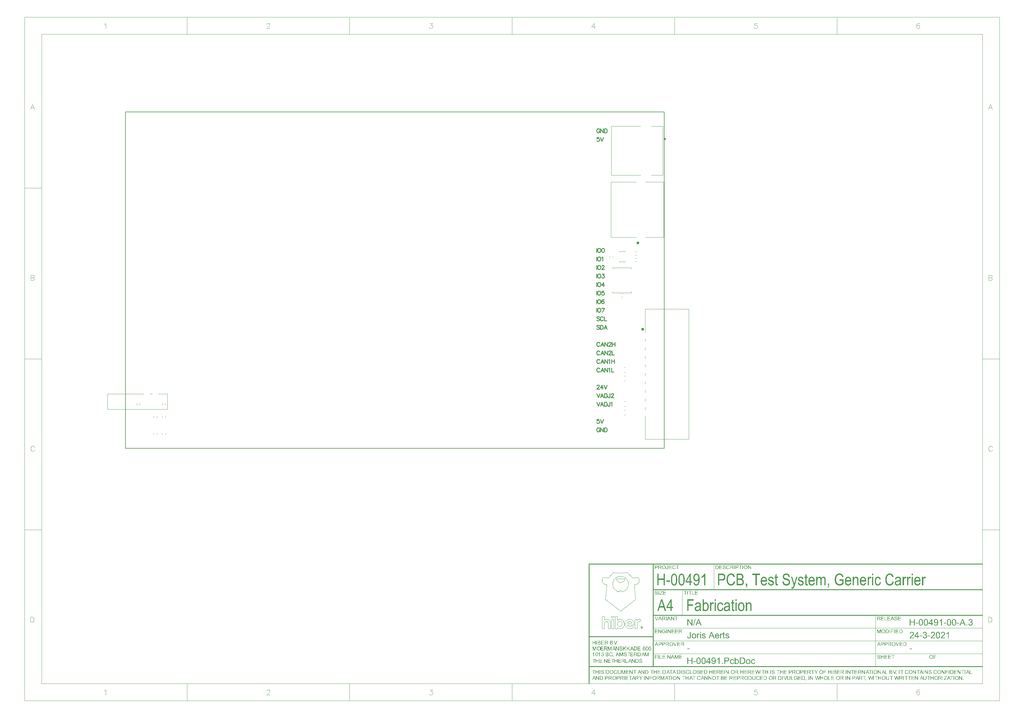
<source format=gto>
G04*
G04 #@! TF.GenerationSoftware,Altium Limited,Altium Designer,21.2.2 (38)*
G04*
G04 Layer_Color=65535*
%FSLAX44Y44*%
%MOMM*%
G71*
G04*
G04 #@! TF.SameCoordinates,24F39D98-8D89-4310-BAB6-4DBB87F11CC4*
G04*
G04*
G04 #@! TF.FilePolarity,Positive*
G04*
G01*
G75*
%ADD10C,0.3500*%
%ADD11C,0.4000*%
%ADD12C,0.1200*%
%ADD13C,0.2540*%
%ADD14C,0.2000*%
%ADD15C,0.0991*%
%ADD16C,0.0423*%
%ADD17C,0.1000*%
%ADD18C,0.2539*%
%ADD19C,0.0127*%
G36*
X1361166Y-1197775D02*
D01*
D01*
D01*
D01*
D02*
G37*
G36*
X1416942Y-1106429D02*
X1417024D01*
X1417122Y-1106445D01*
X1417229Y-1106453D01*
X1417343Y-1106470D01*
X1417474Y-1106494D01*
X1417605Y-1106519D01*
X1417891Y-1106592D01*
X1418047Y-1106633D01*
X1418194Y-1106691D01*
X1418341Y-1106748D01*
X1418488Y-1106822D01*
X1418496Y-1106830D01*
X1418521Y-1106838D01*
X1418562Y-1106862D01*
X1418619Y-1106895D01*
X1418685Y-1106936D01*
X1418758Y-1106985D01*
X1418840Y-1107042D01*
X1418930Y-1107108D01*
X1419126Y-1107263D01*
X1419323Y-1107451D01*
X1419511Y-1107664D01*
X1419601Y-1107787D01*
X1419682Y-1107909D01*
X1419691Y-1107917D01*
X1419699Y-1107942D01*
X1419723Y-1107975D01*
X1419748Y-1108032D01*
X1419780Y-1108089D01*
X1419813Y-1108171D01*
X1419854Y-1108253D01*
X1419895Y-1108351D01*
X1419928Y-1108457D01*
X1419969Y-1108564D01*
X1420034Y-1108809D01*
X1420083Y-1109079D01*
X1420091Y-1109218D01*
X1420099Y-1109365D01*
Y-1109373D01*
Y-1109398D01*
Y-1109439D01*
X1420091Y-1109488D01*
Y-1109553D01*
X1420075Y-1109627D01*
X1420067Y-1109717D01*
X1420050Y-1109807D01*
X1420001Y-1110019D01*
X1419928Y-1110240D01*
X1419887Y-1110355D01*
X1419830Y-1110477D01*
X1419772Y-1110592D01*
X1419699Y-1110706D01*
X1419691Y-1110715D01*
X1419682Y-1110731D01*
X1419658Y-1110764D01*
X1419625Y-1110805D01*
X1419584Y-1110854D01*
X1419535Y-1110911D01*
X1419478Y-1110976D01*
X1419404Y-1111050D01*
X1419331Y-1111124D01*
X1419241Y-1111197D01*
X1419151Y-1111279D01*
X1419044Y-1111361D01*
X1418930Y-1111434D01*
X1418807Y-1111516D01*
X1418676Y-1111590D01*
X1418537Y-1111655D01*
X1418546D01*
X1418578Y-1111663D01*
X1418635Y-1111680D01*
X1418701Y-1111704D01*
X1418791Y-1111729D01*
X1418889Y-1111770D01*
X1418995Y-1111811D01*
X1419110Y-1111868D01*
X1419232Y-1111925D01*
X1419363Y-1111999D01*
X1419494Y-1112072D01*
X1419625Y-1112162D01*
X1419748Y-1112260D01*
X1419870Y-1112367D01*
X1419993Y-1112489D01*
X1420099Y-1112620D01*
X1420108Y-1112628D01*
X1420124Y-1112653D01*
X1420148Y-1112694D01*
X1420189Y-1112751D01*
X1420230Y-1112825D01*
X1420279Y-1112906D01*
X1420329Y-1113005D01*
X1420378Y-1113119D01*
X1420427Y-1113250D01*
X1420484Y-1113389D01*
X1420525Y-1113536D01*
X1420566Y-1113700D01*
X1420607Y-1113872D01*
X1420631Y-1114052D01*
X1420647Y-1114240D01*
X1420656Y-1114444D01*
Y-1114461D01*
Y-1114510D01*
X1420647Y-1114591D01*
X1420639Y-1114689D01*
X1420623Y-1114820D01*
X1420598Y-1114967D01*
X1420566Y-1115131D01*
X1420517Y-1115311D01*
X1420459Y-1115507D01*
X1420394Y-1115704D01*
X1420304Y-1115916D01*
X1420198Y-1116129D01*
X1420075Y-1116342D01*
X1419928Y-1116554D01*
X1419756Y-1116759D01*
X1419568Y-1116955D01*
X1419552Y-1116963D01*
X1419519Y-1116996D01*
X1419462Y-1117053D01*
X1419371Y-1117119D01*
X1419265Y-1117192D01*
X1419142Y-1117282D01*
X1418987Y-1117372D01*
X1418824Y-1117470D01*
X1418635Y-1117568D01*
X1418423Y-1117658D01*
X1418202Y-1117748D01*
X1417957Y-1117822D01*
X1417703Y-1117887D01*
X1417425Y-1117945D01*
X1417139Y-1117977D01*
X1416836Y-1117986D01*
X1416771D01*
X1416689Y-1117977D01*
X1416591Y-1117969D01*
X1416460Y-1117961D01*
X1416313Y-1117936D01*
X1416149Y-1117912D01*
X1415969Y-1117871D01*
X1415781Y-1117830D01*
X1415577Y-1117773D01*
X1415372Y-1117699D01*
X1415159Y-1117609D01*
X1414955Y-1117511D01*
X1414751Y-1117397D01*
X1414546Y-1117258D01*
X1414358Y-1117102D01*
X1414350Y-1117094D01*
X1414317Y-1117061D01*
X1414268Y-1117012D01*
X1414203Y-1116939D01*
X1414129Y-1116849D01*
X1414039Y-1116742D01*
X1413949Y-1116620D01*
X1413851Y-1116481D01*
X1413753Y-1116325D01*
X1413655Y-1116145D01*
X1413565Y-1115957D01*
X1413475Y-1115753D01*
X1413401Y-1115532D01*
X1413327Y-1115303D01*
X1413278Y-1115058D01*
X1413246Y-1114796D01*
X1414636Y-1114608D01*
Y-1114624D01*
X1414644Y-1114657D01*
X1414660Y-1114722D01*
X1414685Y-1114804D01*
X1414710Y-1114902D01*
X1414742Y-1115008D01*
X1414783Y-1115131D01*
X1414824Y-1115262D01*
X1414939Y-1115548D01*
X1415078Y-1115826D01*
X1415159Y-1115965D01*
X1415249Y-1116096D01*
X1415339Y-1116211D01*
X1415446Y-1116317D01*
X1415454Y-1116325D01*
X1415470Y-1116342D01*
X1415503Y-1116366D01*
X1415552Y-1116399D01*
X1415601Y-1116440D01*
X1415675Y-1116481D01*
X1415748Y-1116530D01*
X1415838Y-1116571D01*
X1415936Y-1116620D01*
X1416043Y-1116669D01*
X1416157Y-1116710D01*
X1416280Y-1116750D01*
X1416411Y-1116783D01*
X1416550Y-1116808D01*
X1416689Y-1116824D01*
X1416844Y-1116832D01*
X1416885D01*
X1416942Y-1116824D01*
X1417008D01*
X1417098Y-1116808D01*
X1417196Y-1116800D01*
X1417302Y-1116775D01*
X1417425Y-1116750D01*
X1417548Y-1116710D01*
X1417687Y-1116669D01*
X1417826Y-1116611D01*
X1417965Y-1116546D01*
X1418104Y-1116464D01*
X1418243Y-1116374D01*
X1418374Y-1116276D01*
X1418505Y-1116153D01*
X1418513Y-1116145D01*
X1418537Y-1116121D01*
X1418570Y-1116088D01*
X1418611Y-1116031D01*
X1418660Y-1115965D01*
X1418717Y-1115884D01*
X1418783Y-1115794D01*
X1418848Y-1115687D01*
X1418905Y-1115573D01*
X1418971Y-1115442D01*
X1419028Y-1115311D01*
X1419077Y-1115156D01*
X1419118Y-1115000D01*
X1419151Y-1114837D01*
X1419175Y-1114657D01*
X1419183Y-1114477D01*
Y-1114469D01*
Y-1114436D01*
Y-1114387D01*
X1419175Y-1114313D01*
X1419167Y-1114240D01*
X1419151Y-1114141D01*
X1419134Y-1114035D01*
X1419102Y-1113921D01*
X1419069Y-1113798D01*
X1419028Y-1113667D01*
X1418979Y-1113536D01*
X1418922Y-1113405D01*
X1418848Y-1113275D01*
X1418758Y-1113144D01*
X1418668Y-1113021D01*
X1418554Y-1112898D01*
X1418546Y-1112890D01*
X1418529Y-1112874D01*
X1418488Y-1112841D01*
X1418439Y-1112800D01*
X1418382Y-1112751D01*
X1418308Y-1112702D01*
X1418218Y-1112645D01*
X1418120Y-1112588D01*
X1418014Y-1112530D01*
X1417891Y-1112473D01*
X1417760Y-1112424D01*
X1417621Y-1112375D01*
X1417474Y-1112334D01*
X1417310Y-1112301D01*
X1417147Y-1112285D01*
X1416967Y-1112277D01*
X1416893D01*
X1416812Y-1112285D01*
X1416697Y-1112293D01*
X1416550Y-1112309D01*
X1416386Y-1112342D01*
X1416198Y-1112375D01*
X1415986Y-1112424D01*
X1416141Y-1111205D01*
X1416165D01*
X1416190Y-1111214D01*
X1416223D01*
X1416296Y-1111222D01*
X1416452D01*
X1416509Y-1111214D01*
X1416591Y-1111205D01*
X1416681Y-1111197D01*
X1416779Y-1111181D01*
X1416893Y-1111164D01*
X1417016Y-1111140D01*
X1417139Y-1111107D01*
X1417409Y-1111025D01*
X1417548Y-1110976D01*
X1417687Y-1110911D01*
X1417826Y-1110845D01*
X1417957Y-1110764D01*
X1417965Y-1110755D01*
X1417989Y-1110739D01*
X1418022Y-1110715D01*
X1418071Y-1110674D01*
X1418120Y-1110625D01*
X1418186Y-1110567D01*
X1418243Y-1110494D01*
X1418316Y-1110412D01*
X1418382Y-1110314D01*
X1418447Y-1110208D01*
X1418505Y-1110093D01*
X1418554Y-1109962D01*
X1418603Y-1109823D01*
X1418635Y-1109668D01*
X1418660Y-1109504D01*
X1418668Y-1109332D01*
Y-1109324D01*
Y-1109300D01*
Y-1109259D01*
X1418660Y-1109202D01*
X1418652Y-1109144D01*
X1418644Y-1109062D01*
X1418627Y-1108981D01*
X1418603Y-1108891D01*
X1418537Y-1108694D01*
X1418496Y-1108588D01*
X1418447Y-1108482D01*
X1418390Y-1108375D01*
X1418316Y-1108269D01*
X1418235Y-1108171D01*
X1418145Y-1108073D01*
X1418136Y-1108065D01*
X1418120Y-1108048D01*
X1418096Y-1108024D01*
X1418055Y-1107991D01*
X1417997Y-1107958D01*
X1417940Y-1107909D01*
X1417867Y-1107868D01*
X1417785Y-1107819D01*
X1417695Y-1107770D01*
X1417597Y-1107729D01*
X1417482Y-1107680D01*
X1417368Y-1107647D01*
X1417237Y-1107615D01*
X1417106Y-1107590D01*
X1416959Y-1107574D01*
X1416812Y-1107566D01*
X1416730D01*
X1416681Y-1107574D01*
X1416607Y-1107582D01*
X1416525Y-1107590D01*
X1416435Y-1107607D01*
X1416337Y-1107631D01*
X1416125Y-1107688D01*
X1416018Y-1107729D01*
X1415904Y-1107787D01*
X1415789Y-1107844D01*
X1415675Y-1107909D01*
X1415568Y-1107991D01*
X1415462Y-1108081D01*
X1415454Y-1108089D01*
X1415437Y-1108105D01*
X1415413Y-1108138D01*
X1415372Y-1108179D01*
X1415331Y-1108228D01*
X1415282Y-1108294D01*
X1415233Y-1108375D01*
X1415176Y-1108457D01*
X1415119Y-1108564D01*
X1415061Y-1108678D01*
X1414996Y-1108801D01*
X1414947Y-1108940D01*
X1414890Y-1109087D01*
X1414849Y-1109242D01*
X1414808Y-1109414D01*
X1414775Y-1109602D01*
X1413385Y-1109357D01*
Y-1109349D01*
Y-1109341D01*
X1413401Y-1109292D01*
X1413417Y-1109226D01*
X1413442Y-1109128D01*
X1413475Y-1109005D01*
X1413515Y-1108874D01*
X1413565Y-1108727D01*
X1413622Y-1108564D01*
X1413695Y-1108392D01*
X1413777Y-1108212D01*
X1413875Y-1108032D01*
X1413982Y-1107852D01*
X1414096Y-1107672D01*
X1414227Y-1107500D01*
X1414374Y-1107337D01*
X1414538Y-1107189D01*
X1414546Y-1107181D01*
X1414579Y-1107157D01*
X1414628Y-1107116D01*
X1414701Y-1107067D01*
X1414791Y-1107010D01*
X1414898Y-1106944D01*
X1415020Y-1106879D01*
X1415159Y-1106805D01*
X1415315Y-1106731D01*
X1415487Y-1106666D01*
X1415667Y-1106601D01*
X1415863Y-1106543D01*
X1416075Y-1106494D01*
X1416304Y-1106453D01*
X1416542Y-1106429D01*
X1416787Y-1106421D01*
X1416877D01*
X1416942Y-1106429D01*
D02*
G37*
G36*
X1405857Y-1089002D02*
X1405963D01*
X1406102Y-1089018D01*
X1406266Y-1089035D01*
X1406446Y-1089059D01*
X1406642Y-1089084D01*
X1406855Y-1089125D01*
X1407084Y-1089174D01*
X1407321Y-1089239D01*
X1407558Y-1089313D01*
X1407804Y-1089395D01*
X1408049Y-1089501D01*
X1408294Y-1089615D01*
X1408531Y-1089746D01*
X1408548Y-1089754D01*
X1408589Y-1089779D01*
X1408654Y-1089820D01*
X1408736Y-1089885D01*
X1408842Y-1089959D01*
X1408965Y-1090049D01*
X1409096Y-1090163D01*
X1409243Y-1090286D01*
X1409398Y-1090425D01*
X1409554Y-1090580D01*
X1409717Y-1090752D01*
X1409873Y-1090940D01*
X1410028Y-1091145D01*
X1410184Y-1091357D01*
X1410323Y-1091586D01*
X1410453Y-1091832D01*
X1410462Y-1091848D01*
X1410486Y-1091889D01*
X1410519Y-1091963D01*
X1410560Y-1092069D01*
X1410609Y-1092192D01*
X1410666Y-1092347D01*
X1410723Y-1092519D01*
X1410789Y-1092715D01*
X1410846Y-1092928D01*
X1410903Y-1093165D01*
X1410961Y-1093410D01*
X1411010Y-1093680D01*
X1411059Y-1093958D01*
X1411086Y-1094202D01*
Y-1089226D01*
X1419265D01*
Y-1090559D01*
X1412583D01*
Y-1094027D01*
X1418839D01*
Y-1095360D01*
X1412583D01*
Y-1099212D01*
X1419526D01*
Y-1100545D01*
X1411086D01*
Y-1095425D01*
X1411083Y-1095480D01*
X1411059Y-1095684D01*
X1411026Y-1095897D01*
X1410993Y-1096134D01*
X1410944Y-1096379D01*
X1410887Y-1096633D01*
X1410822Y-1096894D01*
X1410740Y-1097164D01*
X1410650Y-1097426D01*
X1410544Y-1097688D01*
X1410421Y-1097950D01*
X1410413Y-1097966D01*
X1410388Y-1098007D01*
X1410347Y-1098080D01*
X1410290Y-1098170D01*
X1410224Y-1098285D01*
X1410135Y-1098416D01*
X1410028Y-1098563D01*
X1409914Y-1098718D01*
X1409783Y-1098882D01*
X1409636Y-1099045D01*
X1409472Y-1099217D01*
X1409300Y-1099389D01*
X1409104Y-1099553D01*
X1408900Y-1099716D01*
X1408679Y-1099863D01*
X1408450Y-1100002D01*
X1408433Y-1100011D01*
X1408392Y-1100035D01*
X1408319Y-1100068D01*
X1408229Y-1100109D01*
X1408106Y-1100166D01*
X1407967Y-1100223D01*
X1407812Y-1100289D01*
X1407632Y-1100346D01*
X1407427Y-1100411D01*
X1407215Y-1100477D01*
X1406994Y-1100534D01*
X1406749Y-1100591D01*
X1406503Y-1100632D01*
X1406241Y-1100665D01*
X1405972Y-1100689D01*
X1405702Y-1100698D01*
X1405628D01*
X1405546Y-1100689D01*
X1405432Y-1100681D01*
X1405293Y-1100673D01*
X1405129Y-1100657D01*
X1404941Y-1100632D01*
X1404745Y-1100599D01*
X1404524Y-1100558D01*
X1404295Y-1100509D01*
X1404058Y-1100444D01*
X1403820Y-1100370D01*
X1403575Y-1100289D01*
X1403322Y-1100182D01*
X1403076Y-1100068D01*
X1402839Y-1099929D01*
X1402823Y-1099921D01*
X1402782Y-1099896D01*
X1402716Y-1099847D01*
X1402635Y-1099790D01*
X1402528Y-1099708D01*
X1402406Y-1099618D01*
X1402275Y-1099503D01*
X1402128Y-1099381D01*
X1401980Y-1099234D01*
X1401817Y-1099078D01*
X1401661Y-1098906D01*
X1401506Y-1098718D01*
X1401351Y-1098514D01*
X1401203Y-1098301D01*
X1401064Y-1098072D01*
X1400933Y-1097827D01*
X1400925Y-1097811D01*
X1400909Y-1097770D01*
X1400876Y-1097696D01*
X1400835Y-1097590D01*
X1400786Y-1097467D01*
X1400729Y-1097320D01*
X1400672Y-1097156D01*
X1400614Y-1096968D01*
X1400549Y-1096764D01*
X1400492Y-1096543D01*
X1400435Y-1096314D01*
X1400385Y-1096068D01*
X1400345Y-1095807D01*
X1400312Y-1095545D01*
X1400296Y-1095275D01*
X1400287Y-1094997D01*
Y-1094989D01*
Y-1094964D01*
Y-1094923D01*
Y-1094874D01*
X1400296Y-1094809D01*
Y-1094727D01*
X1400304Y-1094637D01*
X1400312Y-1094531D01*
X1400320Y-1094416D01*
X1400336Y-1094294D01*
X1400353Y-1094163D01*
X1400369Y-1094024D01*
X1400418Y-1093721D01*
X1400475Y-1093394D01*
X1400557Y-1093042D01*
X1400655Y-1092682D01*
X1400778Y-1092314D01*
X1400925Y-1091946D01*
X1401097Y-1091586D01*
X1401302Y-1091235D01*
X1401416Y-1091063D01*
X1401530Y-1090899D01*
X1401661Y-1090744D01*
X1401800Y-1090589D01*
X1401809Y-1090580D01*
X1401817Y-1090572D01*
X1401841Y-1090548D01*
X1401874Y-1090523D01*
X1401907Y-1090482D01*
X1401956Y-1090441D01*
X1402079Y-1090335D01*
X1402226Y-1090220D01*
X1402406Y-1090081D01*
X1402618Y-1089942D01*
X1402855Y-1089787D01*
X1403125Y-1089640D01*
X1403420Y-1089501D01*
X1403739Y-1089362D01*
X1404082Y-1089239D01*
X1404458Y-1089141D01*
X1404851Y-1089059D01*
X1405056Y-1089035D01*
X1405268Y-1089010D01*
X1405481Y-1089002D01*
X1405702Y-1088994D01*
X1405775D01*
X1405857Y-1089002D01*
D02*
G37*
G36*
X1414945Y-1127274D02*
X1408263D01*
Y-1130742D01*
X1414520D01*
Y-1132075D01*
X1408263D01*
Y-1135927D01*
X1415207D01*
Y-1137260D01*
X1406767D01*
Y-1125941D01*
X1414945D01*
Y-1127274D01*
D02*
G37*
G36*
X1408778Y-1117823D02*
X1407388D01*
Y-1108973D01*
X1407379Y-1108982D01*
X1407363Y-1108998D01*
X1407339Y-1109023D01*
X1407298Y-1109055D01*
X1407249Y-1109096D01*
X1407183Y-1109153D01*
X1407110Y-1109211D01*
X1407036Y-1109276D01*
X1406938Y-1109342D01*
X1406840Y-1109423D01*
X1406733Y-1109497D01*
X1406619Y-1109587D01*
X1406488Y-1109669D01*
X1406357Y-1109759D01*
X1406063Y-1109939D01*
X1406054Y-1109947D01*
X1406030Y-1109963D01*
X1405981Y-1109988D01*
X1405923Y-1110012D01*
X1405858Y-1110053D01*
X1405776Y-1110102D01*
X1405678Y-1110151D01*
X1405580Y-1110209D01*
X1405351Y-1110323D01*
X1405106Y-1110437D01*
X1404852Y-1110552D01*
X1404607Y-1110650D01*
Y-1109309D01*
X1404623Y-1109301D01*
X1404656Y-1109284D01*
X1404721Y-1109252D01*
X1404803Y-1109211D01*
X1404901Y-1109162D01*
X1405024Y-1109096D01*
X1405155Y-1109023D01*
X1405294Y-1108941D01*
X1405449Y-1108843D01*
X1405613Y-1108745D01*
X1405956Y-1108515D01*
X1406308Y-1108262D01*
X1406643Y-1107984D01*
X1406651Y-1107976D01*
X1406684Y-1107951D01*
X1406725Y-1107910D01*
X1406782Y-1107853D01*
X1406856Y-1107779D01*
X1406938Y-1107698D01*
X1407028Y-1107599D01*
X1407126Y-1107501D01*
X1407224Y-1107387D01*
X1407330Y-1107264D01*
X1407535Y-1107011D01*
X1407723Y-1106741D01*
X1407805Y-1106602D01*
X1407878Y-1106463D01*
X1408778D01*
Y-1117823D01*
D02*
G37*
G36*
X1406896Y-1071956D02*
X1407011D01*
X1407133Y-1071964D01*
X1407281Y-1071981D01*
X1407428Y-1071989D01*
X1407592Y-1072013D01*
X1407763Y-1072030D01*
X1408107Y-1072095D01*
X1408450Y-1072185D01*
X1408614Y-1072234D01*
X1408761Y-1072300D01*
X1408769D01*
X1408794Y-1072316D01*
X1408835Y-1072332D01*
X1408892Y-1072365D01*
X1408957Y-1072398D01*
X1409031Y-1072447D01*
X1409121Y-1072496D01*
X1409211Y-1072561D01*
X1409309Y-1072627D01*
X1409407Y-1072709D01*
X1409505Y-1072790D01*
X1409612Y-1072888D01*
X1409710Y-1072995D01*
X1409808Y-1073101D01*
X1409898Y-1073224D01*
X1409988Y-1073355D01*
X1409996Y-1073363D01*
X1410004Y-1073387D01*
X1410029Y-1073428D01*
X1410061Y-1073477D01*
X1410094Y-1073543D01*
X1410127Y-1073625D01*
X1410168Y-1073706D01*
X1410217Y-1073804D01*
X1410258Y-1073919D01*
X1410299Y-1074034D01*
X1410364Y-1074287D01*
X1410421Y-1074565D01*
X1410430Y-1074704D01*
X1410438Y-1074851D01*
Y-1074860D01*
Y-1074884D01*
Y-1074925D01*
X1410430Y-1074974D01*
Y-1075040D01*
X1410413Y-1075113D01*
X1410405Y-1075203D01*
X1410389Y-1075293D01*
X1410340Y-1075506D01*
X1410266Y-1075735D01*
X1410225Y-1075857D01*
X1410168Y-1075972D01*
X1410110Y-1076095D01*
X1410037Y-1076217D01*
X1410029Y-1076226D01*
X1410021Y-1076242D01*
X1409996Y-1076274D01*
X1409963Y-1076324D01*
X1409922Y-1076381D01*
X1409873Y-1076438D01*
X1409808Y-1076512D01*
X1409742Y-1076585D01*
X1409661Y-1076667D01*
X1409579Y-1076749D01*
X1409481Y-1076831D01*
X1409374Y-1076921D01*
X1409252Y-1077011D01*
X1409129Y-1077092D01*
X1408998Y-1077174D01*
X1408851Y-1077248D01*
X1408859D01*
X1408900Y-1077264D01*
X1408949Y-1077281D01*
X1409023Y-1077305D01*
X1409104Y-1077338D01*
X1409203Y-1077379D01*
X1409317Y-1077428D01*
X1409432Y-1077493D01*
X1409563Y-1077559D01*
X1409693Y-1077632D01*
X1409824Y-1077714D01*
X1409955Y-1077812D01*
X1410078Y-1077910D01*
X1410209Y-1078025D01*
X1410323Y-1078148D01*
X1410430Y-1078278D01*
X1410438Y-1078287D01*
X1410454Y-1078311D01*
X1410479Y-1078352D01*
X1410520Y-1078409D01*
X1410560Y-1078475D01*
X1410609Y-1078556D01*
X1410659Y-1078655D01*
X1410708Y-1078761D01*
X1410757Y-1078884D01*
X1410814Y-1079014D01*
X1410855Y-1079154D01*
X1410896Y-1079309D01*
X1410937Y-1079464D01*
X1410961Y-1079636D01*
X1410977Y-1079808D01*
X1410986Y-1079988D01*
Y-1079996D01*
Y-1080020D01*
Y-1080070D01*
X1410977Y-1080127D01*
Y-1080192D01*
X1410969Y-1080274D01*
X1410961Y-1080372D01*
X1410945Y-1080470D01*
X1410904Y-1080699D01*
X1410838Y-1080953D01*
X1410757Y-1081215D01*
X1410642Y-1081476D01*
Y-1081484D01*
X1410626Y-1081509D01*
X1410609Y-1081542D01*
X1410585Y-1081591D01*
X1410552Y-1081648D01*
X1410511Y-1081713D01*
X1410413Y-1081861D01*
X1410291Y-1082032D01*
X1410151Y-1082204D01*
X1409996Y-1082376D01*
X1409816Y-1082523D01*
X1409808D01*
X1409792Y-1082540D01*
X1409767Y-1082556D01*
X1409726Y-1082580D01*
X1409677Y-1082613D01*
X1409620Y-1082646D01*
X1409554Y-1082687D01*
X1409481Y-1082728D01*
X1409391Y-1082777D01*
X1409301Y-1082818D01*
X1409088Y-1082916D01*
X1408851Y-1082998D01*
X1408581Y-1083079D01*
X1408573D01*
X1408548Y-1083087D01*
X1408508Y-1083096D01*
X1408450Y-1083112D01*
X1408377Y-1083120D01*
X1408287Y-1083137D01*
X1408188Y-1083153D01*
X1408074Y-1083169D01*
X1407951Y-1083194D01*
X1407812Y-1083210D01*
X1407657Y-1083226D01*
X1407502Y-1083235D01*
X1407330Y-1083251D01*
X1407150Y-1083259D01*
X1406953Y-1083267D01*
X1402447D01*
Y-1071948D01*
X1406806D01*
X1406896Y-1071956D01*
D02*
G37*
G36*
X1396301Y-1125941D02*
X1397465D01*
Y-1130595D01*
X1403337D01*
Y-1125941D01*
X1404834D01*
Y-1137260D01*
X1403337D01*
Y-1131928D01*
X1397465D01*
Y-1137260D01*
X1395968D01*
Y-1127274D01*
X1392555D01*
Y-1137260D01*
X1391059D01*
Y-1127274D01*
X1387329D01*
Y-1125941D01*
X1396301D01*
D01*
D02*
G37*
G36*
X1399812Y-1106435D02*
X1399886D01*
X1399984Y-1106443D01*
X1400082Y-1106460D01*
X1400196Y-1106476D01*
X1400442Y-1106517D01*
X1400712Y-1106582D01*
X1400990Y-1106672D01*
X1401120Y-1106730D01*
X1401251Y-1106795D01*
X1401259D01*
X1401284Y-1106811D01*
X1401317Y-1106836D01*
X1401366Y-1106860D01*
X1401423Y-1106901D01*
X1401488Y-1106950D01*
X1401570Y-1106999D01*
X1401652Y-1107065D01*
X1401832Y-1107212D01*
X1402020Y-1107400D01*
X1402208Y-1107613D01*
X1402380Y-1107858D01*
X1402388Y-1107866D01*
X1402396Y-1107891D01*
X1402421Y-1107932D01*
X1402454Y-1107981D01*
X1402495Y-1108046D01*
X1402535Y-1108128D01*
X1402585Y-1108218D01*
X1402634Y-1108324D01*
X1402691Y-1108439D01*
X1402748Y-1108570D01*
X1402805Y-1108709D01*
X1402871Y-1108856D01*
X1402928Y-1109011D01*
X1402977Y-1109175D01*
X1403034Y-1109355D01*
X1403083Y-1109535D01*
Y-1109543D01*
X1403092Y-1109584D01*
X1403108Y-1109633D01*
X1403124Y-1109715D01*
X1403141Y-1109813D01*
X1403165Y-1109936D01*
X1403190Y-1110075D01*
X1403214Y-1110238D01*
X1403239Y-1110418D01*
X1403263Y-1110623D01*
X1403288Y-1110843D01*
X1403304Y-1111081D01*
X1403321Y-1111334D01*
X1403337Y-1111612D01*
X1403345Y-1111898D01*
Y-1112209D01*
Y-1112217D01*
Y-1112234D01*
Y-1112258D01*
Y-1112299D01*
Y-1112340D01*
Y-1112397D01*
X1403337Y-1112463D01*
Y-1112536D01*
X1403329Y-1112708D01*
X1403321Y-1112905D01*
X1403312Y-1113117D01*
X1403296Y-1113354D01*
X1403271Y-1113608D01*
X1403247Y-1113870D01*
X1403173Y-1114401D01*
X1403124Y-1114671D01*
X1403067Y-1114933D01*
X1403002Y-1115186D01*
X1402928Y-1115424D01*
X1402920Y-1115440D01*
X1402912Y-1115481D01*
X1402887Y-1115538D01*
X1402854Y-1115628D01*
X1402805Y-1115726D01*
X1402756Y-1115849D01*
X1402691Y-1115980D01*
X1402625Y-1116119D01*
X1402544Y-1116266D01*
X1402446Y-1116421D01*
X1402347Y-1116577D01*
X1402241Y-1116740D01*
X1402118Y-1116896D01*
X1401987Y-1117043D01*
X1401848Y-1117182D01*
X1401701Y-1117313D01*
X1401693Y-1117321D01*
X1401660Y-1117337D01*
X1401619Y-1117370D01*
X1401554Y-1117419D01*
X1401472Y-1117468D01*
X1401382Y-1117525D01*
X1401268Y-1117583D01*
X1401145Y-1117640D01*
X1400998Y-1117706D01*
X1400842Y-1117763D01*
X1400679Y-1117820D01*
X1400499Y-1117869D01*
X1400303Y-1117910D01*
X1400098Y-1117943D01*
X1399886Y-1117967D01*
X1399657Y-1117975D01*
X1399583D01*
X1399501Y-1117967D01*
X1399387Y-1117959D01*
X1399247Y-1117943D01*
X1399084Y-1117910D01*
X1398912Y-1117877D01*
X1398716Y-1117828D01*
X1398512Y-1117771D01*
X1398307Y-1117689D01*
X1398094Y-1117599D01*
X1397874Y-1117485D01*
X1397661Y-1117354D01*
X1397456Y-1117198D01*
X1397260Y-1117018D01*
X1397080Y-1116814D01*
Y-1116806D01*
X1397072Y-1116798D01*
X1397056Y-1116773D01*
X1397031Y-1116749D01*
X1397007Y-1116708D01*
X1396974Y-1116659D01*
X1396941Y-1116609D01*
X1396908Y-1116544D01*
X1396868Y-1116470D01*
X1396818Y-1116389D01*
X1396777Y-1116299D01*
X1396729Y-1116201D01*
X1396679Y-1116086D01*
X1396630Y-1115972D01*
X1396573Y-1115841D01*
X1396524Y-1115710D01*
X1396475Y-1115563D01*
X1396418Y-1115407D01*
X1396369Y-1115244D01*
X1396319Y-1115064D01*
X1396270Y-1114884D01*
X1396230Y-1114688D01*
X1396181Y-1114491D01*
X1396140Y-1114270D01*
X1396107Y-1114050D01*
X1396074Y-1113820D01*
X1396042Y-1113575D01*
X1396017Y-1113322D01*
X1395992Y-1113060D01*
X1395984Y-1112790D01*
X1395968Y-1112504D01*
Y-1112209D01*
Y-1112201D01*
Y-1112185D01*
Y-1112160D01*
Y-1112119D01*
Y-1112070D01*
Y-1112013D01*
X1395976Y-1111948D01*
Y-1111874D01*
X1395984Y-1111710D01*
X1395992Y-1111514D01*
X1396001Y-1111293D01*
X1396017Y-1111056D01*
X1396042Y-1110803D01*
X1396066Y-1110541D01*
X1396140Y-1110001D01*
X1396189Y-1109731D01*
X1396246Y-1109469D01*
X1396303Y-1109216D01*
X1396377Y-1108979D01*
X1396385Y-1108962D01*
X1396393Y-1108921D01*
X1396418Y-1108864D01*
X1396450Y-1108774D01*
X1396499Y-1108676D01*
X1396548Y-1108553D01*
X1396614Y-1108422D01*
X1396688Y-1108283D01*
X1396761Y-1108136D01*
X1396859Y-1107981D01*
X1396958Y-1107817D01*
X1397064Y-1107662D01*
X1397186Y-1107506D01*
X1397317Y-1107359D01*
X1397456Y-1107220D01*
X1397604Y-1107089D01*
X1397612Y-1107081D01*
X1397645Y-1107057D01*
X1397685Y-1107024D01*
X1397751Y-1106983D01*
X1397833Y-1106934D01*
X1397931Y-1106877D01*
X1398037Y-1106820D01*
X1398168Y-1106754D01*
X1398307Y-1106697D01*
X1398462Y-1106639D01*
X1398634Y-1106582D01*
X1398814Y-1106533D01*
X1399010Y-1106484D01*
X1399215Y-1106451D01*
X1399427Y-1106435D01*
X1399657Y-1106427D01*
X1399747D01*
X1399812Y-1106435D01*
D02*
G37*
G36*
X1399624Y-1083267D02*
X1398128D01*
Y-1071948D01*
X1399624D01*
Y-1083267D01*
D02*
G37*
G36*
X1398141Y-1100545D02*
X1396694D01*
Y-1091074D01*
X1393398Y-1100545D01*
X1392040D01*
X1388777Y-1090910D01*
Y-1100545D01*
X1387329D01*
Y-1089226D01*
X1389578D01*
X1392261Y-1097241D01*
X1392269Y-1097257D01*
X1392277Y-1097290D01*
X1392294Y-1097347D01*
X1392318Y-1097421D01*
X1392351Y-1097519D01*
X1392383Y-1097625D01*
X1392424Y-1097740D01*
X1392465Y-1097871D01*
X1392555Y-1098141D01*
X1392645Y-1098419D01*
X1392686Y-1098558D01*
X1392727Y-1098689D01*
X1392768Y-1098803D01*
X1392801Y-1098918D01*
Y-1098909D01*
X1392809Y-1098885D01*
X1392825Y-1098852D01*
X1392841Y-1098803D01*
X1392858Y-1098738D01*
X1392882Y-1098656D01*
X1392915Y-1098566D01*
X1392948Y-1098460D01*
X1392989Y-1098337D01*
X1393038Y-1098206D01*
X1393087Y-1098059D01*
X1393136Y-1097895D01*
X1393201Y-1097715D01*
X1393259Y-1097527D01*
X1393332Y-1097323D01*
X1393406Y-1097102D01*
X1396121Y-1089226D01*
X1398141D01*
Y-1100545D01*
D02*
G37*
G36*
X1396195Y-1083267D02*
X1394698D01*
Y-1077935D01*
X1388826D01*
Y-1083267D01*
X1387329D01*
Y-1071948D01*
X1388826D01*
Y-1076602D01*
X1394698D01*
Y-1071948D01*
X1396195D01*
Y-1083267D01*
D02*
G37*
G36*
X1391500Y-1117823D02*
X1390110D01*
Y-1108973D01*
X1390102Y-1108982D01*
X1390085Y-1108998D01*
X1390061Y-1109023D01*
X1390020Y-1109055D01*
X1389971Y-1109096D01*
X1389905Y-1109153D01*
X1389832Y-1109211D01*
X1389758Y-1109276D01*
X1389660Y-1109342D01*
X1389562Y-1109423D01*
X1389455Y-1109497D01*
X1389341Y-1109587D01*
X1389210Y-1109669D01*
X1389079Y-1109759D01*
X1388785Y-1109939D01*
X1388777Y-1109947D01*
X1388752Y-1109963D01*
X1388703Y-1109988D01*
X1388646Y-1110012D01*
X1388580Y-1110053D01*
X1388499Y-1110102D01*
X1388400Y-1110151D01*
X1388302Y-1110209D01*
X1388073Y-1110323D01*
X1387828Y-1110437D01*
X1387574Y-1110552D01*
X1387329Y-1110650D01*
Y-1109309D01*
X1387345Y-1109301D01*
X1387378Y-1109284D01*
X1387444Y-1109252D01*
X1387525Y-1109211D01*
X1387623Y-1109162D01*
X1387746Y-1109096D01*
X1387877Y-1109023D01*
X1388016Y-1108941D01*
X1388171Y-1108843D01*
X1388335Y-1108745D01*
X1388678Y-1108515D01*
X1389030Y-1108262D01*
X1389366Y-1107984D01*
X1389374Y-1107976D01*
X1389406Y-1107951D01*
X1389447Y-1107910D01*
X1389505Y-1107853D01*
X1389578Y-1107779D01*
X1389660Y-1107698D01*
X1389750Y-1107599D01*
X1389848Y-1107501D01*
X1389946Y-1107387D01*
X1390052Y-1107264D01*
X1390257Y-1107011D01*
X1390445Y-1106741D01*
X1390527Y-1106602D01*
X1390600Y-1106463D01*
X1391500D01*
Y-1117823D01*
D02*
G37*
G36*
X1557472Y-1089157D02*
X1557545D01*
X1557643Y-1089165D01*
X1557742Y-1089182D01*
X1557856Y-1089198D01*
X1558101Y-1089239D01*
X1558371Y-1089305D01*
X1558649Y-1089395D01*
X1558780Y-1089452D01*
X1558911Y-1089517D01*
X1558919D01*
X1558944Y-1089533D01*
X1558976Y-1089558D01*
X1559026Y-1089583D01*
X1559083Y-1089623D01*
X1559148Y-1089672D01*
X1559230Y-1089722D01*
X1559312Y-1089787D01*
X1559492Y-1089934D01*
X1559680Y-1090122D01*
X1559868Y-1090335D01*
X1560040Y-1090580D01*
X1560048Y-1090589D01*
X1560056Y-1090613D01*
X1560081Y-1090654D01*
X1560113Y-1090703D01*
X1560154Y-1090769D01*
X1560195Y-1090850D01*
X1560244Y-1090940D01*
X1560293Y-1091047D01*
X1560350Y-1091161D01*
X1560408Y-1091292D01*
X1560465Y-1091431D01*
X1560531Y-1091578D01*
X1560588Y-1091734D01*
X1560637Y-1091897D01*
X1560694Y-1092077D01*
X1560743Y-1092257D01*
Y-1092265D01*
X1560751Y-1092306D01*
X1560768Y-1092355D01*
X1560784Y-1092437D01*
X1560800Y-1092535D01*
X1560825Y-1092658D01*
X1560849Y-1092797D01*
X1560874Y-1092960D01*
X1560898Y-1093140D01*
X1560923Y-1093345D01*
X1560948Y-1093566D01*
X1560964Y-1093803D01*
X1560980Y-1094056D01*
X1560997Y-1094334D01*
X1561005Y-1094621D01*
Y-1094931D01*
Y-1094940D01*
Y-1094956D01*
Y-1094981D01*
Y-1095022D01*
Y-1095062D01*
Y-1095120D01*
X1560997Y-1095185D01*
Y-1095259D01*
X1560988Y-1095430D01*
X1560980Y-1095627D01*
X1560972Y-1095839D01*
X1560956Y-1096077D01*
X1560931Y-1096330D01*
X1560907Y-1096592D01*
X1560833Y-1097123D01*
X1560784Y-1097393D01*
X1560727Y-1097655D01*
X1560661Y-1097909D01*
X1560588Y-1098146D01*
X1560580Y-1098162D01*
X1560571Y-1098203D01*
X1560547Y-1098260D01*
X1560514Y-1098350D01*
X1560465Y-1098448D01*
X1560416Y-1098571D01*
X1560350Y-1098702D01*
X1560285Y-1098841D01*
X1560203Y-1098988D01*
X1560105Y-1099144D01*
X1560007Y-1099299D01*
X1559901Y-1099463D01*
X1559778Y-1099618D01*
X1559647Y-1099765D01*
X1559508Y-1099904D01*
X1559361Y-1100035D01*
X1559353Y-1100043D01*
X1559320Y-1100060D01*
X1559279Y-1100092D01*
X1559214Y-1100141D01*
X1559132Y-1100191D01*
X1559042Y-1100248D01*
X1558927Y-1100305D01*
X1558805Y-1100362D01*
X1558658Y-1100428D01*
X1558502Y-1100485D01*
X1558339Y-1100542D01*
X1558159Y-1100591D01*
X1557962Y-1100632D01*
X1557758Y-1100665D01*
X1557545Y-1100689D01*
X1557316Y-1100698D01*
X1557243D01*
X1557161Y-1100689D01*
X1557046Y-1100681D01*
X1556907Y-1100665D01*
X1556744Y-1100632D01*
X1556572Y-1100599D01*
X1556376Y-1100550D01*
X1556171Y-1100493D01*
X1555967Y-1100411D01*
X1555754Y-1100321D01*
X1555533Y-1100207D01*
X1555321Y-1100076D01*
X1555116Y-1099921D01*
X1554920Y-1099741D01*
X1554740Y-1099536D01*
Y-1099528D01*
X1554732Y-1099520D01*
X1554715Y-1099495D01*
X1554691Y-1099471D01*
X1554666Y-1099430D01*
X1554634Y-1099381D01*
X1554601Y-1099332D01*
X1554568Y-1099266D01*
X1554527Y-1099193D01*
X1554478Y-1099111D01*
X1554437Y-1099021D01*
X1554388Y-1098923D01*
X1554339Y-1098808D01*
X1554290Y-1098694D01*
X1554233Y-1098563D01*
X1554184Y-1098432D01*
X1554135Y-1098285D01*
X1554077Y-1098129D01*
X1554028Y-1097966D01*
X1553979Y-1097786D01*
X1553930Y-1097606D01*
X1553889Y-1097410D01*
X1553840Y-1097213D01*
X1553799Y-1096993D01*
X1553767Y-1096772D01*
X1553734Y-1096543D01*
X1553701Y-1096297D01*
X1553677Y-1096044D01*
X1553652Y-1095782D01*
X1553644Y-1095512D01*
X1553628Y-1095226D01*
Y-1094931D01*
Y-1094923D01*
Y-1094907D01*
Y-1094882D01*
Y-1094842D01*
Y-1094792D01*
Y-1094735D01*
X1553636Y-1094670D01*
Y-1094596D01*
X1553644Y-1094433D01*
X1553652Y-1094236D01*
X1553660Y-1094016D01*
X1553677Y-1093778D01*
X1553701Y-1093525D01*
X1553726Y-1093263D01*
X1553799Y-1092723D01*
X1553848Y-1092453D01*
X1553906Y-1092192D01*
X1553963Y-1091938D01*
X1554037Y-1091701D01*
X1554045Y-1091684D01*
X1554053Y-1091644D01*
X1554077Y-1091586D01*
X1554110Y-1091496D01*
X1554159Y-1091398D01*
X1554208Y-1091276D01*
X1554274Y-1091145D01*
X1554347Y-1091006D01*
X1554421Y-1090859D01*
X1554519Y-1090703D01*
X1554617Y-1090539D01*
X1554724Y-1090384D01*
X1554846Y-1090229D01*
X1554977Y-1090081D01*
X1555116Y-1089942D01*
X1555263Y-1089812D01*
X1555271Y-1089803D01*
X1555304Y-1089779D01*
X1555345Y-1089746D01*
X1555411Y-1089705D01*
X1555492Y-1089656D01*
X1555591Y-1089599D01*
X1555697Y-1089542D01*
X1555828Y-1089476D01*
X1555967Y-1089419D01*
X1556122Y-1089362D01*
X1556294Y-1089305D01*
X1556474Y-1089255D01*
X1556670Y-1089206D01*
X1556875Y-1089174D01*
X1557087Y-1089157D01*
X1557316Y-1089149D01*
X1557406D01*
X1557472Y-1089157D01*
D02*
G37*
G36*
X1553641Y-1117823D02*
X1552194D01*
Y-1108352D01*
X1548898Y-1117823D01*
X1547540D01*
X1544277Y-1108188D01*
Y-1117823D01*
X1542829D01*
Y-1106504D01*
X1545078D01*
X1547761Y-1114519D01*
X1547769Y-1114535D01*
X1547777Y-1114568D01*
X1547793Y-1114625D01*
X1547818Y-1114699D01*
X1547851Y-1114797D01*
X1547883Y-1114903D01*
X1547924Y-1115018D01*
X1547965Y-1115148D01*
X1548055Y-1115418D01*
X1548145Y-1115696D01*
X1548186Y-1115835D01*
X1548227Y-1115966D01*
X1548268Y-1116081D01*
X1548301Y-1116195D01*
Y-1116187D01*
X1548309Y-1116163D01*
X1548325Y-1116130D01*
X1548342Y-1116081D01*
X1548358Y-1116015D01*
X1548382Y-1115934D01*
X1548415Y-1115844D01*
X1548448Y-1115737D01*
X1548489Y-1115615D01*
X1548538Y-1115484D01*
X1548587Y-1115337D01*
X1548636Y-1115173D01*
X1548701Y-1114993D01*
X1548759Y-1114805D01*
X1548832Y-1114601D01*
X1548906Y-1114380D01*
X1551621Y-1106504D01*
X1553641D01*
Y-1117823D01*
D02*
G37*
G36*
X1540537Y-1089157D02*
X1540627D01*
X1540742Y-1089174D01*
X1540873Y-1089190D01*
X1541020Y-1089214D01*
X1541183Y-1089239D01*
X1541347Y-1089280D01*
X1541527Y-1089329D01*
X1541707Y-1089395D01*
X1541887Y-1089468D01*
X1542075Y-1089550D01*
X1542255Y-1089656D01*
X1542427Y-1089771D01*
X1542590Y-1089902D01*
X1542598Y-1089910D01*
X1542631Y-1089934D01*
X1542672Y-1089983D01*
X1542729Y-1090041D01*
X1542795Y-1090114D01*
X1542868Y-1090212D01*
X1542950Y-1090319D01*
X1543040Y-1090441D01*
X1543130Y-1090580D01*
X1543220Y-1090736D01*
X1543310Y-1090908D01*
X1543384Y-1091096D01*
X1543465Y-1091292D01*
X1543531Y-1091505D01*
X1543580Y-1091734D01*
X1543621Y-1091971D01*
X1542238Y-1092077D01*
Y-1092069D01*
X1542230Y-1092044D01*
X1542222Y-1091995D01*
X1542206Y-1091946D01*
X1542181Y-1091873D01*
X1542165Y-1091799D01*
X1542099Y-1091619D01*
X1542026Y-1091431D01*
X1541936Y-1091235D01*
X1541830Y-1091047D01*
X1541772Y-1090965D01*
X1541707Y-1090891D01*
X1541699Y-1090883D01*
X1541682Y-1090867D01*
X1541650Y-1090834D01*
X1541609Y-1090801D01*
X1541552Y-1090752D01*
X1541486Y-1090703D01*
X1541413Y-1090646D01*
X1541322Y-1090589D01*
X1541224Y-1090539D01*
X1541118Y-1090482D01*
X1541012Y-1090433D01*
X1540889Y-1090384D01*
X1540758Y-1090351D01*
X1540619Y-1090319D01*
X1540472Y-1090302D01*
X1540325Y-1090294D01*
X1540259D01*
X1540210Y-1090302D01*
X1540153D01*
X1540087Y-1090311D01*
X1540014Y-1090327D01*
X1539924Y-1090343D01*
X1539744Y-1090384D01*
X1539548Y-1090450D01*
X1539351Y-1090548D01*
X1539253Y-1090605D01*
X1539155Y-1090670D01*
X1539147Y-1090678D01*
X1539131Y-1090695D01*
X1539090Y-1090719D01*
X1539049Y-1090760D01*
X1538992Y-1090809D01*
X1538926Y-1090867D01*
X1538861Y-1090940D01*
X1538779Y-1091022D01*
X1538697Y-1091112D01*
X1538615Y-1091218D01*
X1538525Y-1091333D01*
X1538444Y-1091456D01*
X1538354Y-1091595D01*
X1538272Y-1091742D01*
X1538190Y-1091897D01*
X1538116Y-1092061D01*
Y-1092069D01*
X1538100Y-1092102D01*
X1538084Y-1092159D01*
X1538059Y-1092233D01*
X1538026Y-1092322D01*
X1537994Y-1092437D01*
X1537961Y-1092576D01*
X1537928Y-1092731D01*
X1537896Y-1092903D01*
X1537855Y-1093100D01*
X1537822Y-1093320D01*
X1537797Y-1093549D01*
X1537773Y-1093803D01*
X1537748Y-1094073D01*
X1537740Y-1094367D01*
X1537732Y-1094678D01*
X1537740Y-1094670D01*
X1537757Y-1094645D01*
X1537781Y-1094604D01*
X1537822Y-1094555D01*
X1537871Y-1094490D01*
X1537928Y-1094416D01*
X1537994Y-1094334D01*
X1538076Y-1094245D01*
X1538157Y-1094155D01*
X1538247Y-1094065D01*
X1538460Y-1093876D01*
X1538689Y-1093697D01*
X1538820Y-1093615D01*
X1538951Y-1093541D01*
X1538959Y-1093533D01*
X1538983Y-1093525D01*
X1539024Y-1093508D01*
X1539073Y-1093484D01*
X1539147Y-1093451D01*
X1539220Y-1093418D01*
X1539310Y-1093386D01*
X1539417Y-1093353D01*
X1539523Y-1093320D01*
X1539646Y-1093288D01*
X1539899Y-1093222D01*
X1540186Y-1093181D01*
X1540333Y-1093165D01*
X1540546D01*
X1540619Y-1093173D01*
X1540709Y-1093181D01*
X1540832Y-1093198D01*
X1540971Y-1093222D01*
X1541126Y-1093255D01*
X1541298Y-1093296D01*
X1541478Y-1093345D01*
X1541666Y-1093418D01*
X1541862Y-1093500D01*
X1542067Y-1093598D01*
X1542263Y-1093721D01*
X1542459Y-1093852D01*
X1542656Y-1094016D01*
X1542844Y-1094195D01*
X1542852Y-1094204D01*
X1542885Y-1094245D01*
X1542934Y-1094302D01*
X1542999Y-1094383D01*
X1543073Y-1094482D01*
X1543154Y-1094604D01*
X1543244Y-1094743D01*
X1543335Y-1094907D01*
X1543424Y-1095087D01*
X1543514Y-1095291D01*
X1543596Y-1095504D01*
X1543670Y-1095741D01*
X1543735Y-1095995D01*
X1543784Y-1096256D01*
X1543817Y-1096543D01*
X1543825Y-1096837D01*
Y-1096845D01*
Y-1096886D01*
Y-1096944D01*
X1543817Y-1097017D01*
X1543809Y-1097115D01*
X1543801Y-1097222D01*
X1543784Y-1097344D01*
X1543768Y-1097483D01*
X1543743Y-1097630D01*
X1543711Y-1097786D01*
X1543678Y-1097950D01*
X1543629Y-1098121D01*
X1543572Y-1098293D01*
X1543514Y-1098465D01*
X1543441Y-1098645D01*
X1543359Y-1098816D01*
X1543351Y-1098825D01*
X1543335Y-1098857D01*
X1543310Y-1098906D01*
X1543277Y-1098964D01*
X1543228Y-1099045D01*
X1543171Y-1099135D01*
X1543105Y-1099225D01*
X1543032Y-1099332D01*
X1542942Y-1099446D01*
X1542852Y-1099561D01*
X1542746Y-1099675D01*
X1542631Y-1099790D01*
X1542517Y-1099904D01*
X1542386Y-1100019D01*
X1542247Y-1100117D01*
X1542099Y-1100215D01*
X1542091Y-1100223D01*
X1542067Y-1100240D01*
X1542018Y-1100256D01*
X1541960Y-1100289D01*
X1541879Y-1100330D01*
X1541789Y-1100370D01*
X1541691Y-1100411D01*
X1541568Y-1100452D01*
X1541445Y-1100501D01*
X1541306Y-1100542D01*
X1541151Y-1100583D01*
X1540995Y-1100624D01*
X1540824Y-1100657D01*
X1540652Y-1100673D01*
X1540464Y-1100689D01*
X1540276Y-1100698D01*
X1540202D01*
X1540161Y-1100689D01*
X1540112D01*
X1539989Y-1100681D01*
X1539842Y-1100657D01*
X1539670Y-1100632D01*
X1539482Y-1100591D01*
X1539270Y-1100534D01*
X1539049Y-1100469D01*
X1538820Y-1100387D01*
X1538591Y-1100281D01*
X1538354Y-1100158D01*
X1538116Y-1100011D01*
X1537879Y-1099839D01*
X1537658Y-1099642D01*
X1537446Y-1099422D01*
X1537438Y-1099405D01*
X1537397Y-1099364D01*
X1537348Y-1099283D01*
X1537274Y-1099176D01*
X1537192Y-1099037D01*
X1537143Y-1098956D01*
X1537102Y-1098866D01*
X1537053Y-1098767D01*
X1537004Y-1098661D01*
X1536947Y-1098538D01*
X1536898Y-1098416D01*
X1536849Y-1098285D01*
X1536800Y-1098146D01*
X1536742Y-1097990D01*
X1536693Y-1097835D01*
X1536652Y-1097663D01*
X1536603Y-1097492D01*
X1536562Y-1097303D01*
X1536521Y-1097107D01*
X1536481Y-1096903D01*
X1536448Y-1096690D01*
X1536423Y-1096469D01*
X1536399Y-1096240D01*
X1536374Y-1095995D01*
X1536366Y-1095749D01*
X1536350Y-1095488D01*
Y-1095218D01*
Y-1095210D01*
Y-1095177D01*
Y-1095136D01*
Y-1095071D01*
X1536358Y-1094997D01*
Y-1094907D01*
X1536366Y-1094801D01*
Y-1094678D01*
X1536374Y-1094555D01*
X1536391Y-1094408D01*
X1536399Y-1094261D01*
X1536415Y-1094097D01*
X1536448Y-1093762D01*
X1536505Y-1093394D01*
X1536562Y-1093009D01*
X1536644Y-1092609D01*
X1536742Y-1092216D01*
X1536857Y-1091824D01*
X1536996Y-1091439D01*
X1537159Y-1091079D01*
X1537249Y-1090908D01*
X1537348Y-1090752D01*
X1537454Y-1090597D01*
X1537560Y-1090450D01*
X1537577Y-1090433D01*
X1537609Y-1090392D01*
X1537667Y-1090327D01*
X1537757Y-1090245D01*
X1537863Y-1090147D01*
X1537986Y-1090041D01*
X1538141Y-1089918D01*
X1538313Y-1089795D01*
X1538509Y-1089681D01*
X1538722Y-1089558D01*
X1538951Y-1089452D01*
X1539204Y-1089354D01*
X1539482Y-1089272D01*
X1539769Y-1089206D01*
X1540079Y-1089165D01*
X1540406Y-1089149D01*
X1540464D01*
X1540537Y-1089157D01*
D02*
G37*
G36*
X1542605Y-1117823D02*
X1540904D01*
X1539596Y-1114396D01*
X1534844D01*
X1533609Y-1117823D01*
X1532030D01*
X1536373Y-1106504D01*
X1537976D01*
X1542605Y-1117823D01*
D02*
G37*
G36*
X1548833Y-1089157D02*
X1548906D01*
X1549005Y-1089165D01*
X1549103Y-1089182D01*
X1549217Y-1089198D01*
X1549462Y-1089239D01*
X1549732Y-1089305D01*
X1550011Y-1089395D01*
X1550141Y-1089452D01*
X1550272Y-1089517D01*
X1550280D01*
X1550305Y-1089533D01*
X1550338Y-1089558D01*
X1550387Y-1089583D01*
X1550444Y-1089623D01*
X1550509Y-1089672D01*
X1550591Y-1089722D01*
X1550673Y-1089787D01*
X1550853Y-1089934D01*
X1551041Y-1090122D01*
X1551229Y-1090335D01*
X1551401Y-1090580D01*
X1551409Y-1090589D01*
X1551417Y-1090613D01*
X1551442Y-1090654D01*
X1551474Y-1090703D01*
X1551515Y-1090769D01*
X1551556Y-1090850D01*
X1551605Y-1090940D01*
X1551654Y-1091047D01*
X1551712Y-1091161D01*
X1551769Y-1091292D01*
X1551826Y-1091431D01*
X1551892Y-1091578D01*
X1551949Y-1091734D01*
X1551998Y-1091897D01*
X1552055Y-1092077D01*
X1552104Y-1092257D01*
Y-1092265D01*
X1552112Y-1092306D01*
X1552129Y-1092355D01*
X1552145Y-1092437D01*
X1552162Y-1092535D01*
X1552186Y-1092658D01*
X1552211Y-1092797D01*
X1552235Y-1092960D01*
X1552260Y-1093140D01*
X1552284Y-1093345D01*
X1552309Y-1093566D01*
X1552325Y-1093803D01*
X1552341Y-1094056D01*
X1552358Y-1094334D01*
X1552366Y-1094621D01*
Y-1094931D01*
Y-1094940D01*
Y-1094956D01*
Y-1094981D01*
Y-1095022D01*
Y-1095062D01*
Y-1095120D01*
X1552358Y-1095185D01*
Y-1095259D01*
X1552350Y-1095430D01*
X1552341Y-1095627D01*
X1552333Y-1095839D01*
X1552317Y-1096077D01*
X1552292Y-1096330D01*
X1552268Y-1096592D01*
X1552194Y-1097123D01*
X1552145Y-1097393D01*
X1552088Y-1097655D01*
X1552022Y-1097909D01*
X1551949Y-1098146D01*
X1551941Y-1098162D01*
X1551933Y-1098203D01*
X1551908Y-1098260D01*
X1551875Y-1098350D01*
X1551826Y-1098448D01*
X1551777Y-1098571D01*
X1551712Y-1098702D01*
X1551646Y-1098841D01*
X1551564Y-1098988D01*
X1551466Y-1099144D01*
X1551368Y-1099299D01*
X1551262Y-1099463D01*
X1551139Y-1099618D01*
X1551008Y-1099765D01*
X1550869Y-1099904D01*
X1550722Y-1100035D01*
X1550714Y-1100043D01*
X1550681Y-1100060D01*
X1550640Y-1100092D01*
X1550575Y-1100141D01*
X1550493Y-1100191D01*
X1550403Y-1100248D01*
X1550289Y-1100305D01*
X1550166Y-1100362D01*
X1550019Y-1100428D01*
X1549863Y-1100485D01*
X1549700Y-1100542D01*
X1549520Y-1100591D01*
X1549323Y-1100632D01*
X1549119Y-1100665D01*
X1548906Y-1100689D01*
X1548677Y-1100698D01*
X1548604D01*
X1548522Y-1100689D01*
X1548407Y-1100681D01*
X1548268Y-1100665D01*
X1548105Y-1100632D01*
X1547933Y-1100599D01*
X1547737Y-1100550D01*
X1547532Y-1100493D01*
X1547328Y-1100411D01*
X1547115Y-1100321D01*
X1546894Y-1100207D01*
X1546682Y-1100076D01*
X1546477Y-1099921D01*
X1546281Y-1099741D01*
X1546101Y-1099536D01*
Y-1099528D01*
X1546093Y-1099520D01*
X1546077Y-1099495D01*
X1546052Y-1099471D01*
X1546027Y-1099430D01*
X1545995Y-1099381D01*
X1545962Y-1099332D01*
X1545929Y-1099266D01*
X1545888Y-1099193D01*
X1545839Y-1099111D01*
X1545798Y-1099021D01*
X1545749Y-1098923D01*
X1545700Y-1098808D01*
X1545651Y-1098694D01*
X1545594Y-1098563D01*
X1545545Y-1098432D01*
X1545496Y-1098285D01*
X1545439Y-1098129D01*
X1545389Y-1097966D01*
X1545340Y-1097786D01*
X1545291Y-1097606D01*
X1545250Y-1097410D01*
X1545201Y-1097213D01*
X1545160Y-1096993D01*
X1545128Y-1096772D01*
X1545095Y-1096543D01*
X1545062Y-1096297D01*
X1545038Y-1096044D01*
X1545013Y-1095782D01*
X1545005Y-1095512D01*
X1544989Y-1095226D01*
Y-1094931D01*
Y-1094923D01*
Y-1094907D01*
Y-1094882D01*
Y-1094842D01*
Y-1094792D01*
Y-1094735D01*
X1544997Y-1094670D01*
Y-1094596D01*
X1545005Y-1094433D01*
X1545013Y-1094236D01*
X1545021Y-1094016D01*
X1545038Y-1093778D01*
X1545062Y-1093525D01*
X1545087Y-1093263D01*
X1545160Y-1092723D01*
X1545210Y-1092453D01*
X1545267Y-1092192D01*
X1545324Y-1091938D01*
X1545398Y-1091701D01*
X1545406Y-1091684D01*
X1545414Y-1091644D01*
X1545439Y-1091586D01*
X1545471Y-1091496D01*
X1545520Y-1091398D01*
X1545569Y-1091276D01*
X1545635Y-1091145D01*
X1545708Y-1091006D01*
X1545782Y-1090859D01*
X1545880Y-1090703D01*
X1545978Y-1090539D01*
X1546085Y-1090384D01*
X1546207Y-1090229D01*
X1546338Y-1090081D01*
X1546477Y-1089942D01*
X1546624Y-1089812D01*
X1546633Y-1089803D01*
X1546665Y-1089779D01*
X1546706Y-1089746D01*
X1546772Y-1089705D01*
X1546853Y-1089656D01*
X1546952Y-1089599D01*
X1547058Y-1089542D01*
X1547189Y-1089476D01*
X1547328Y-1089419D01*
X1547483Y-1089362D01*
X1547655Y-1089305D01*
X1547835Y-1089255D01*
X1548031Y-1089206D01*
X1548236Y-1089174D01*
X1548448Y-1089157D01*
X1548677Y-1089149D01*
X1548767D01*
X1548833Y-1089157D01*
D02*
G37*
G36*
X1530164Y-1125717D02*
X1530270D01*
X1530401Y-1125733D01*
X1530540Y-1125742D01*
X1530704Y-1125758D01*
X1530867Y-1125783D01*
X1531047Y-1125807D01*
X1531415Y-1125881D01*
X1531612Y-1125930D01*
X1531800Y-1125979D01*
X1531988Y-1126044D01*
X1532168Y-1126118D01*
X1532176Y-1126126D01*
X1532209Y-1126134D01*
X1532258Y-1126159D01*
X1532323Y-1126191D01*
X1532405Y-1126232D01*
X1532495Y-1126290D01*
X1532601Y-1126347D01*
X1532708Y-1126421D01*
X1532830Y-1126494D01*
X1532945Y-1126584D01*
X1533067Y-1126682D01*
X1533190Y-1126789D01*
X1533313Y-1126903D01*
X1533427Y-1127034D01*
X1533542Y-1127165D01*
X1533640Y-1127312D01*
X1533648Y-1127320D01*
X1533665Y-1127345D01*
X1533689Y-1127394D01*
X1533722Y-1127451D01*
X1533763Y-1127525D01*
X1533812Y-1127615D01*
X1533853Y-1127713D01*
X1533910Y-1127827D01*
X1533959Y-1127950D01*
X1534008Y-1128089D01*
X1534057Y-1128236D01*
X1534098Y-1128392D01*
X1534139Y-1128555D01*
X1534172Y-1128727D01*
X1534188Y-1128907D01*
X1534204Y-1129087D01*
X1532765Y-1129193D01*
Y-1129177D01*
X1532757Y-1129144D01*
X1532749Y-1129087D01*
X1532732Y-1129013D01*
X1532716Y-1128931D01*
X1532691Y-1128825D01*
X1532659Y-1128711D01*
X1532618Y-1128588D01*
X1532577Y-1128457D01*
X1532520Y-1128326D01*
X1532454Y-1128195D01*
X1532381Y-1128056D01*
X1532299Y-1127925D01*
X1532200Y-1127803D01*
X1532094Y-1127680D01*
X1531980Y-1127574D01*
X1531971Y-1127566D01*
X1531947Y-1127549D01*
X1531914Y-1127525D01*
X1531857Y-1127484D01*
X1531783Y-1127443D01*
X1531702Y-1127402D01*
X1531604Y-1127353D01*
X1531489Y-1127296D01*
X1531358Y-1127247D01*
X1531211Y-1127197D01*
X1531047Y-1127157D01*
X1530876Y-1127108D01*
X1530679Y-1127075D01*
X1530475Y-1127050D01*
X1530254Y-1127034D01*
X1530017Y-1127026D01*
X1529886D01*
X1529796Y-1127034D01*
X1529682Y-1127042D01*
X1529559Y-1127050D01*
X1529412Y-1127067D01*
X1529264Y-1127091D01*
X1528937Y-1127148D01*
X1528774Y-1127189D01*
X1528610Y-1127238D01*
X1528455Y-1127296D01*
X1528299Y-1127361D01*
X1528160Y-1127435D01*
X1528038Y-1127525D01*
X1528029Y-1127533D01*
X1528013Y-1127549D01*
X1527980Y-1127574D01*
X1527939Y-1127615D01*
X1527899Y-1127664D01*
X1527841Y-1127721D01*
X1527792Y-1127786D01*
X1527735Y-1127860D01*
X1527678Y-1127942D01*
X1527620Y-1128040D01*
X1527522Y-1128244D01*
X1527481Y-1128351D01*
X1527449Y-1128473D01*
X1527432Y-1128596D01*
X1527424Y-1128727D01*
Y-1128735D01*
Y-1128752D01*
Y-1128784D01*
X1527432Y-1128825D01*
X1527440Y-1128882D01*
X1527449Y-1128940D01*
X1527481Y-1129079D01*
X1527530Y-1129242D01*
X1527604Y-1129406D01*
X1527653Y-1129496D01*
X1527719Y-1129577D01*
X1527784Y-1129659D01*
X1527858Y-1129733D01*
X1527866Y-1129741D01*
X1527882Y-1129749D01*
X1527907Y-1129774D01*
X1527956Y-1129798D01*
X1528013Y-1129839D01*
X1528095Y-1129880D01*
X1528185Y-1129929D01*
X1528299Y-1129986D01*
X1528438Y-1130044D01*
X1528594Y-1130109D01*
X1528782Y-1130175D01*
X1528986Y-1130248D01*
X1529223Y-1130322D01*
X1529485Y-1130395D01*
X1529780Y-1130469D01*
X1530107Y-1130551D01*
X1530115D01*
X1530131Y-1130559D01*
X1530156D01*
X1530189Y-1130567D01*
X1530229Y-1130575D01*
X1530278Y-1130592D01*
X1530401Y-1130616D01*
X1530548Y-1130657D01*
X1530720Y-1130698D01*
X1530908Y-1130739D01*
X1531105Y-1130796D01*
X1531522Y-1130902D01*
X1531726Y-1130960D01*
X1531931Y-1131025D01*
X1532127Y-1131082D01*
X1532307Y-1131148D01*
X1532470Y-1131205D01*
X1532610Y-1131262D01*
X1532618Y-1131271D01*
X1532650Y-1131287D01*
X1532708Y-1131311D01*
X1532773Y-1131344D01*
X1532855Y-1131393D01*
X1532945Y-1131442D01*
X1533051Y-1131508D01*
X1533166Y-1131581D01*
X1533280Y-1131655D01*
X1533403Y-1131745D01*
X1533648Y-1131941D01*
X1533877Y-1132170D01*
X1533975Y-1132293D01*
X1534073Y-1132424D01*
X1534082Y-1132432D01*
X1534098Y-1132457D01*
X1534114Y-1132497D01*
X1534147Y-1132546D01*
X1534180Y-1132612D01*
X1534221Y-1132694D01*
X1534270Y-1132784D01*
X1534311Y-1132882D01*
X1534352Y-1132996D01*
X1534401Y-1133119D01*
X1534442Y-1133250D01*
X1534474Y-1133397D01*
X1534507Y-1133544D01*
X1534532Y-1133700D01*
X1534540Y-1133855D01*
X1534548Y-1134027D01*
Y-1134035D01*
Y-1134068D01*
Y-1134117D01*
X1534540Y-1134182D01*
X1534532Y-1134264D01*
X1534523Y-1134354D01*
X1534507Y-1134460D01*
X1534482Y-1134583D01*
X1534458Y-1134706D01*
X1534417Y-1134845D01*
X1534376Y-1134984D01*
X1534327Y-1135131D01*
X1534270Y-1135278D01*
X1534196Y-1135434D01*
X1534114Y-1135581D01*
X1534024Y-1135736D01*
X1534016Y-1135744D01*
X1534000Y-1135769D01*
X1533967Y-1135810D01*
X1533926Y-1135867D01*
X1533877Y-1135932D01*
X1533812Y-1136014D01*
X1533738Y-1136096D01*
X1533648Y-1136186D01*
X1533550Y-1136284D01*
X1533436Y-1136382D01*
X1533313Y-1136489D01*
X1533182Y-1136595D01*
X1533043Y-1136693D01*
X1532888Y-1136791D01*
X1532724Y-1136881D01*
X1532544Y-1136971D01*
X1532536Y-1136979D01*
X1532503Y-1136988D01*
X1532446Y-1137012D01*
X1532372Y-1137037D01*
X1532282Y-1137069D01*
X1532176Y-1137110D01*
X1532053Y-1137151D01*
X1531914Y-1137192D01*
X1531759Y-1137233D01*
X1531587Y-1137274D01*
X1531407Y-1137307D01*
X1531219Y-1137347D01*
X1531023Y-1137372D01*
X1530810Y-1137396D01*
X1530589Y-1137405D01*
X1530368Y-1137413D01*
X1530221D01*
X1530115Y-1137405D01*
X1529984Y-1137396D01*
X1529829Y-1137388D01*
X1529657Y-1137372D01*
X1529469Y-1137356D01*
X1529272Y-1137331D01*
X1529068Y-1137307D01*
X1528635Y-1137225D01*
X1528414Y-1137176D01*
X1528201Y-1137118D01*
X1527988Y-1137045D01*
X1527792Y-1136971D01*
X1527784Y-1136963D01*
X1527743Y-1136947D01*
X1527694Y-1136922D01*
X1527620Y-1136889D01*
X1527530Y-1136840D01*
X1527432Y-1136783D01*
X1527318Y-1136710D01*
X1527203Y-1136636D01*
X1527072Y-1136546D01*
X1526942Y-1136448D01*
X1526803Y-1136333D01*
X1526672Y-1136211D01*
X1526533Y-1136080D01*
X1526402Y-1135941D01*
X1526279Y-1135785D01*
X1526165Y-1135622D01*
X1526156Y-1135613D01*
X1526140Y-1135581D01*
X1526107Y-1135532D01*
X1526075Y-1135466D01*
X1526026Y-1135376D01*
X1525977Y-1135278D01*
X1525919Y-1135164D01*
X1525870Y-1135033D01*
X1525813Y-1134886D01*
X1525756Y-1134730D01*
X1525707Y-1134558D01*
X1525658Y-1134387D01*
X1525617Y-1134199D01*
X1525584Y-1134002D01*
X1525559Y-1133798D01*
X1525551Y-1133585D01*
X1526966Y-1133463D01*
Y-1133471D01*
X1526974Y-1133503D01*
Y-1133544D01*
X1526991Y-1133602D01*
X1526999Y-1133675D01*
X1527015Y-1133765D01*
X1527040Y-1133855D01*
X1527064Y-1133961D01*
X1527121Y-1134182D01*
X1527203Y-1134419D01*
X1527301Y-1134648D01*
X1527424Y-1134869D01*
X1527432Y-1134877D01*
X1527440Y-1134894D01*
X1527465Y-1134918D01*
X1527498Y-1134959D01*
X1527530Y-1135008D01*
X1527579Y-1135057D01*
X1527637Y-1135115D01*
X1527702Y-1135180D01*
X1527776Y-1135246D01*
X1527866Y-1135319D01*
X1527956Y-1135393D01*
X1528062Y-1135466D01*
X1528168Y-1135540D01*
X1528291Y-1135613D01*
X1528422Y-1135679D01*
X1528561Y-1135744D01*
X1528569D01*
X1528594Y-1135761D01*
X1528643Y-1135777D01*
X1528700Y-1135793D01*
X1528774Y-1135818D01*
X1528855Y-1135851D01*
X1528962Y-1135883D01*
X1529068Y-1135908D01*
X1529191Y-1135941D01*
X1529330Y-1135973D01*
X1529469Y-1135998D01*
X1529624Y-1136031D01*
X1529951Y-1136063D01*
X1530303Y-1136080D01*
X1530385D01*
X1530450Y-1136071D01*
X1530524D01*
X1530606Y-1136063D01*
X1530704Y-1136055D01*
X1530810Y-1136047D01*
X1531047Y-1136014D01*
X1531301Y-1135973D01*
X1531554Y-1135908D01*
X1531808Y-1135826D01*
X1531816D01*
X1531841Y-1135818D01*
X1531873Y-1135802D01*
X1531914Y-1135777D01*
X1531971Y-1135752D01*
X1532029Y-1135720D01*
X1532176Y-1135646D01*
X1532331Y-1135548D01*
X1532495Y-1135425D01*
X1532650Y-1135286D01*
X1532781Y-1135131D01*
Y-1135123D01*
X1532798Y-1135106D01*
X1532814Y-1135082D01*
X1532830Y-1135049D01*
X1532855Y-1135008D01*
X1532888Y-1134959D01*
X1532945Y-1134837D01*
X1533002Y-1134697D01*
X1533059Y-1134534D01*
X1533092Y-1134346D01*
X1533108Y-1134158D01*
Y-1134149D01*
Y-1134133D01*
Y-1134109D01*
X1533100Y-1134068D01*
Y-1134019D01*
X1533092Y-1133970D01*
X1533067Y-1133839D01*
X1533035Y-1133700D01*
X1532977Y-1133544D01*
X1532896Y-1133389D01*
X1532789Y-1133233D01*
Y-1133225D01*
X1532773Y-1133217D01*
X1532732Y-1133168D01*
X1532650Y-1133094D01*
X1532601Y-1133045D01*
X1532544Y-1132996D01*
X1532479Y-1132947D01*
X1532405Y-1132890D01*
X1532323Y-1132833D01*
X1532225Y-1132775D01*
X1532127Y-1132718D01*
X1532012Y-1132661D01*
X1531898Y-1132612D01*
X1531767Y-1132555D01*
X1531759D01*
X1531743Y-1132546D01*
X1531718Y-1132538D01*
X1531669Y-1132522D01*
X1531612Y-1132506D01*
X1531546Y-1132481D01*
X1531456Y-1132457D01*
X1531350Y-1132424D01*
X1531219Y-1132383D01*
X1531080Y-1132342D01*
X1530916Y-1132301D01*
X1530728Y-1132252D01*
X1530524Y-1132195D01*
X1530287Y-1132138D01*
X1530033Y-1132072D01*
X1529755Y-1132007D01*
X1529747D01*
X1529739Y-1131999D01*
X1529714D01*
X1529690Y-1131990D01*
X1529608Y-1131966D01*
X1529501Y-1131941D01*
X1529379Y-1131908D01*
X1529232Y-1131868D01*
X1529068Y-1131827D01*
X1528905Y-1131778D01*
X1528545Y-1131671D01*
X1528185Y-1131549D01*
X1528013Y-1131483D01*
X1527849Y-1131418D01*
X1527710Y-1131360D01*
X1527579Y-1131295D01*
X1527571Y-1131287D01*
X1527547Y-1131279D01*
X1527506Y-1131254D01*
X1527449Y-1131221D01*
X1527383Y-1131181D01*
X1527301Y-1131123D01*
X1527220Y-1131066D01*
X1527121Y-1131001D01*
X1526925Y-1130853D01*
X1526729Y-1130674D01*
X1526533Y-1130469D01*
X1526451Y-1130355D01*
X1526369Y-1130240D01*
X1526361Y-1130232D01*
X1526353Y-1130207D01*
X1526336Y-1130175D01*
X1526312Y-1130126D01*
X1526279Y-1130068D01*
X1526246Y-1130003D01*
X1526214Y-1129921D01*
X1526173Y-1129831D01*
X1526140Y-1129725D01*
X1526099Y-1129618D01*
X1526042Y-1129381D01*
X1525993Y-1129119D01*
X1525985Y-1128980D01*
X1525977Y-1128833D01*
Y-1128825D01*
Y-1128792D01*
Y-1128752D01*
X1525985Y-1128686D01*
X1525993Y-1128612D01*
X1526001Y-1128522D01*
X1526017Y-1128424D01*
X1526034Y-1128310D01*
X1526066Y-1128187D01*
X1526091Y-1128064D01*
X1526132Y-1127934D01*
X1526181Y-1127795D01*
X1526238Y-1127655D01*
X1526304Y-1127516D01*
X1526377Y-1127369D01*
X1526459Y-1127230D01*
X1526467Y-1127222D01*
X1526484Y-1127197D01*
X1526508Y-1127157D01*
X1526549Y-1127108D01*
X1526598Y-1127042D01*
X1526664Y-1126977D01*
X1526737Y-1126895D01*
X1526819Y-1126813D01*
X1526909Y-1126723D01*
X1527015Y-1126625D01*
X1527130Y-1126535D01*
X1527260Y-1126437D01*
X1527400Y-1126347D01*
X1527547Y-1126257D01*
X1527702Y-1126175D01*
X1527874Y-1126102D01*
X1527882Y-1126093D01*
X1527915Y-1126085D01*
X1527964Y-1126069D01*
X1528038Y-1126036D01*
X1528127Y-1126012D01*
X1528226Y-1125979D01*
X1528348Y-1125938D01*
X1528487Y-1125905D01*
X1528635Y-1125864D01*
X1528790Y-1125832D01*
X1528962Y-1125799D01*
X1529142Y-1125766D01*
X1529338Y-1125742D01*
X1529534Y-1125725D01*
X1529739Y-1125717D01*
X1529951Y-1125709D01*
X1530074D01*
X1530164Y-1125717D01*
D02*
G37*
G36*
X1529411Y-1090559D02*
X1522728D01*
Y-1094027D01*
X1528985D01*
Y-1095360D01*
X1522728D01*
Y-1099212D01*
X1529672D01*
Y-1100545D01*
X1521232D01*
Y-1089226D01*
X1529411D01*
Y-1090559D01*
D02*
G37*
G36*
X1518973Y-1125949D02*
X1519104D01*
X1519243Y-1125957D01*
X1519398D01*
X1519725Y-1125982D01*
X1520061Y-1126006D01*
X1520224Y-1126031D01*
X1520380Y-1126047D01*
X1520527Y-1126072D01*
X1520666Y-1126105D01*
X1520674D01*
X1520707Y-1126113D01*
X1520756Y-1126129D01*
X1520829Y-1126145D01*
X1520911Y-1126178D01*
X1521009Y-1126211D01*
X1521116Y-1126244D01*
X1521238Y-1126293D01*
X1521492Y-1126399D01*
X1521770Y-1126546D01*
X1522048Y-1126710D01*
X1522187Y-1126808D01*
X1522318Y-1126914D01*
X1522326Y-1126922D01*
X1522359Y-1126947D01*
X1522408Y-1126996D01*
X1522465Y-1127053D01*
X1522539Y-1127127D01*
X1522629Y-1127217D01*
X1522719Y-1127323D01*
X1522825Y-1127438D01*
X1522931Y-1127577D01*
X1523038Y-1127724D01*
X1523152Y-1127879D01*
X1523267Y-1128051D01*
X1523373Y-1128239D01*
X1523471Y-1128427D01*
X1523569Y-1128640D01*
X1523659Y-1128853D01*
X1523667Y-1128869D01*
X1523676Y-1128910D01*
X1523700Y-1128967D01*
X1523733Y-1129057D01*
X1523766Y-1129172D01*
X1523798Y-1129303D01*
X1523839Y-1129458D01*
X1523888Y-1129630D01*
X1523929Y-1129818D01*
X1523970Y-1130030D01*
X1524003Y-1130251D01*
X1524035Y-1130488D01*
X1524068Y-1130734D01*
X1524093Y-1130995D01*
X1524101Y-1131265D01*
X1524109Y-1131544D01*
Y-1131560D01*
Y-1131601D01*
Y-1131666D01*
X1524101Y-1131764D01*
Y-1131871D01*
X1524093Y-1132001D01*
X1524085Y-1132149D01*
X1524068Y-1132312D01*
X1524052Y-1132484D01*
X1524035Y-1132672D01*
X1523978Y-1133056D01*
X1523905Y-1133449D01*
X1523806Y-1133833D01*
Y-1133842D01*
X1523790Y-1133874D01*
X1523774Y-1133932D01*
X1523749Y-1133997D01*
X1523725Y-1134079D01*
X1523684Y-1134177D01*
X1523643Y-1134292D01*
X1523594Y-1134406D01*
X1523488Y-1134668D01*
X1523349Y-1134946D01*
X1523201Y-1135216D01*
X1523029Y-1135478D01*
X1523021Y-1135486D01*
X1523005Y-1135502D01*
X1522980Y-1135543D01*
X1522948Y-1135584D01*
X1522907Y-1135641D01*
X1522850Y-1135706D01*
X1522727Y-1135854D01*
X1522572Y-1136017D01*
X1522400Y-1136189D01*
X1522204Y-1136353D01*
X1521999Y-1136508D01*
X1521991D01*
X1521974Y-1136524D01*
X1521942Y-1136541D01*
X1521901Y-1136565D01*
X1521844Y-1136598D01*
X1521778Y-1136631D01*
X1521705Y-1136672D01*
X1521623Y-1136712D01*
X1521525Y-1136761D01*
X1521427Y-1136811D01*
X1521312Y-1136852D01*
X1521198Y-1136901D01*
X1520936Y-1136991D01*
X1520650Y-1137072D01*
X1520641D01*
X1520617Y-1137081D01*
X1520568Y-1137089D01*
X1520510Y-1137105D01*
X1520437Y-1137113D01*
X1520347Y-1137130D01*
X1520240Y-1137146D01*
X1520126Y-1137162D01*
X1519995Y-1137187D01*
X1519856Y-1137203D01*
X1519709Y-1137219D01*
X1519545Y-1137228D01*
X1519382Y-1137244D01*
X1519202Y-1137252D01*
X1518834Y-1137260D01*
X1514753D01*
Y-1125941D01*
X1518866D01*
X1518973Y-1125949D01*
D02*
G37*
G36*
X1515692Y-1106512D02*
X1515823D01*
X1515970Y-1106520D01*
X1516126Y-1106528D01*
X1516306Y-1106544D01*
X1516485Y-1106561D01*
X1516673Y-1106577D01*
X1517058Y-1106634D01*
X1517238Y-1106667D01*
X1517418Y-1106708D01*
X1517590Y-1106757D01*
X1517745Y-1106814D01*
X1517753D01*
X1517778Y-1106831D01*
X1517819Y-1106847D01*
X1517876Y-1106871D01*
X1517941Y-1106904D01*
X1518015Y-1106953D01*
X1518105Y-1107002D01*
X1518195Y-1107060D01*
X1518293Y-1107133D01*
X1518399Y-1107207D01*
X1518506Y-1107297D01*
X1518612Y-1107395D01*
X1518710Y-1107510D01*
X1518816Y-1107624D01*
X1518914Y-1107755D01*
X1519005Y-1107894D01*
X1519013Y-1107902D01*
X1519029Y-1107927D01*
X1519045Y-1107968D01*
X1519078Y-1108025D01*
X1519111Y-1108098D01*
X1519152Y-1108188D01*
X1519201Y-1108287D01*
X1519242Y-1108393D01*
X1519283Y-1108515D01*
X1519332Y-1108646D01*
X1519373Y-1108785D01*
X1519405Y-1108933D01*
X1519438Y-1109088D01*
X1519462Y-1109252D01*
X1519471Y-1109423D01*
X1519479Y-1109595D01*
Y-1109611D01*
Y-1109644D01*
X1519471Y-1109710D01*
Y-1109800D01*
X1519454Y-1109898D01*
X1519438Y-1110020D01*
X1519413Y-1110151D01*
X1519381Y-1110298D01*
X1519340Y-1110454D01*
X1519291Y-1110617D01*
X1519225Y-1110789D01*
X1519152Y-1110961D01*
X1519062Y-1111133D01*
X1518955Y-1111296D01*
X1518833Y-1111468D01*
X1518694Y-1111623D01*
X1518685Y-1111632D01*
X1518661Y-1111656D01*
X1518612Y-1111697D01*
X1518546Y-1111754D01*
X1518465Y-1111820D01*
X1518358Y-1111893D01*
X1518244Y-1111975D01*
X1518105Y-1112065D01*
X1517941Y-1112155D01*
X1517769Y-1112245D01*
X1517565Y-1112327D01*
X1517352Y-1112417D01*
X1517115Y-1112490D01*
X1516862Y-1112564D01*
X1516584Y-1112621D01*
X1516289Y-1112670D01*
X1516297D01*
X1516314Y-1112687D01*
X1516346Y-1112695D01*
X1516387Y-1112719D01*
X1516436Y-1112744D01*
X1516494Y-1112777D01*
X1516624Y-1112850D01*
X1516772Y-1112932D01*
X1516919Y-1113030D01*
X1517058Y-1113128D01*
X1517189Y-1113235D01*
X1517197Y-1113243D01*
X1517222Y-1113259D01*
X1517254Y-1113300D01*
X1517303Y-1113341D01*
X1517361Y-1113406D01*
X1517426Y-1113472D01*
X1517508Y-1113554D01*
X1517590Y-1113652D01*
X1517679Y-1113758D01*
X1517778Y-1113873D01*
X1517884Y-1113995D01*
X1517990Y-1114126D01*
X1518097Y-1114273D01*
X1518211Y-1114421D01*
X1518432Y-1114748D01*
X1520387Y-1117823D01*
X1518514D01*
X1517017Y-1115468D01*
X1517009Y-1115459D01*
X1516984Y-1115427D01*
X1516952Y-1115369D01*
X1516911Y-1115304D01*
X1516853Y-1115214D01*
X1516788Y-1115116D01*
X1516714Y-1115010D01*
X1516641Y-1114895D01*
X1516469Y-1114641D01*
X1516289Y-1114380D01*
X1516109Y-1114134D01*
X1516019Y-1114020D01*
X1515938Y-1113913D01*
X1515929Y-1113905D01*
X1515921Y-1113889D01*
X1515897Y-1113864D01*
X1515864Y-1113823D01*
X1515782Y-1113725D01*
X1515684Y-1113611D01*
X1515561Y-1113488D01*
X1515439Y-1113357D01*
X1515308Y-1113243D01*
X1515177Y-1113153D01*
X1515161Y-1113145D01*
X1515120Y-1113120D01*
X1515054Y-1113079D01*
X1514964Y-1113038D01*
X1514866Y-1112989D01*
X1514751Y-1112932D01*
X1514629Y-1112891D01*
X1514498Y-1112850D01*
X1514490D01*
X1514449Y-1112842D01*
X1514384Y-1112834D01*
X1514302Y-1112818D01*
X1514187Y-1112809D01*
X1514040Y-1112801D01*
X1513868Y-1112793D01*
X1511930D01*
Y-1117823D01*
X1510433D01*
Y-1106504D01*
X1515594D01*
X1515692Y-1106512D01*
D02*
G37*
G36*
X1514653Y-1089234D02*
X1514784D01*
X1514923Y-1089242D01*
X1515079D01*
X1515406Y-1089267D01*
X1515741Y-1089291D01*
X1515905Y-1089316D01*
X1516060Y-1089332D01*
X1516207Y-1089357D01*
X1516346Y-1089389D01*
X1516355D01*
X1516387Y-1089398D01*
X1516436Y-1089414D01*
X1516510Y-1089430D01*
X1516592Y-1089463D01*
X1516690Y-1089496D01*
X1516796Y-1089528D01*
X1516919Y-1089577D01*
X1517173Y-1089684D01*
X1517451Y-1089831D01*
X1517729Y-1089995D01*
X1517868Y-1090093D01*
X1517999Y-1090199D01*
X1518007Y-1090207D01*
X1518039Y-1090232D01*
X1518089Y-1090281D01*
X1518146Y-1090338D01*
X1518219Y-1090412D01*
X1518309Y-1090502D01*
X1518399Y-1090608D01*
X1518506Y-1090722D01*
X1518612Y-1090862D01*
X1518718Y-1091009D01*
X1518833Y-1091164D01*
X1518947Y-1091336D01*
X1519054Y-1091524D01*
X1519152Y-1091712D01*
X1519250Y-1091925D01*
X1519340Y-1092137D01*
X1519348Y-1092154D01*
X1519356Y-1092195D01*
X1519381Y-1092252D01*
X1519413Y-1092342D01*
X1519446Y-1092456D01*
X1519479Y-1092587D01*
X1519520Y-1092743D01*
X1519569Y-1092914D01*
X1519610Y-1093102D01*
X1519651Y-1093315D01*
X1519683Y-1093536D01*
X1519716Y-1093773D01*
X1519749Y-1094018D01*
X1519773Y-1094280D01*
X1519781Y-1094550D01*
X1519790Y-1094828D01*
Y-1094845D01*
Y-1094885D01*
Y-1094951D01*
X1519781Y-1095049D01*
Y-1095155D01*
X1519773Y-1095286D01*
X1519765Y-1095433D01*
X1519749Y-1095597D01*
X1519732Y-1095769D01*
X1519716Y-1095957D01*
X1519659Y-1096341D01*
X1519585Y-1096734D01*
X1519487Y-1097118D01*
Y-1097126D01*
X1519471Y-1097159D01*
X1519454Y-1097216D01*
X1519430Y-1097282D01*
X1519405Y-1097364D01*
X1519364Y-1097462D01*
X1519323Y-1097576D01*
X1519274Y-1097691D01*
X1519168Y-1097952D01*
X1519029Y-1098231D01*
X1518882Y-1098501D01*
X1518710Y-1098762D01*
X1518702Y-1098770D01*
X1518685Y-1098787D01*
X1518661Y-1098828D01*
X1518628Y-1098868D01*
X1518587Y-1098926D01*
X1518530Y-1098991D01*
X1518407Y-1099138D01*
X1518252Y-1099302D01*
X1518080Y-1099474D01*
X1517884Y-1099637D01*
X1517679Y-1099793D01*
X1517671D01*
X1517655Y-1099809D01*
X1517622Y-1099825D01*
X1517581Y-1099850D01*
X1517524Y-1099883D01*
X1517459Y-1099915D01*
X1517385Y-1099956D01*
X1517303Y-1099997D01*
X1517205Y-1100046D01*
X1517107Y-1100095D01*
X1516992Y-1100136D01*
X1516878Y-1100185D01*
X1516616Y-1100275D01*
X1516330Y-1100357D01*
X1516322D01*
X1516297Y-1100365D01*
X1516248Y-1100373D01*
X1516191Y-1100390D01*
X1516117Y-1100398D01*
X1516027Y-1100414D01*
X1515921Y-1100431D01*
X1515807Y-1100447D01*
X1515676Y-1100472D01*
X1515537Y-1100488D01*
X1515390Y-1100504D01*
X1515226Y-1100512D01*
X1515062Y-1100529D01*
X1514882Y-1100537D01*
X1514514Y-1100545D01*
X1510433D01*
Y-1089226D01*
X1514547D01*
X1514653Y-1089234D01*
D02*
G37*
G36*
X1512869Y-1137260D02*
X1511323D01*
X1505393Y-1128378D01*
Y-1137260D01*
X1503954D01*
Y-1125941D01*
X1505492D01*
X1511429Y-1134831D01*
Y-1125941D01*
X1512869D01*
Y-1137260D01*
D02*
G37*
G36*
X1510210Y-1100545D02*
X1508508D01*
X1507200Y-1097118D01*
X1502448D01*
X1501213Y-1100545D01*
X1499635D01*
X1503978Y-1089226D01*
X1505580D01*
X1510210Y-1100545D01*
D02*
G37*
G36*
X1499968Y-1106504D02*
X1507813D01*
Y-1107837D01*
X1501131D01*
Y-1111304D01*
X1507388D01*
Y-1112638D01*
X1501131D01*
Y-1116490D01*
X1508075D01*
Y-1117823D01*
X1499635D01*
Y-1107837D01*
X1496222D01*
Y-1117823D01*
X1494725D01*
Y-1107837D01*
X1490996D01*
Y-1106504D01*
X1499968D01*
D01*
D02*
G37*
G36*
X1503730Y-1137260D02*
X1502029D01*
X1500721Y-1133833D01*
X1495969D01*
X1494734Y-1137260D01*
X1493155D01*
X1497498Y-1125941D01*
X1499101D01*
X1503730Y-1137260D01*
D02*
G37*
G36*
X1493228Y-1093822D02*
X1498192Y-1100545D01*
X1496213D01*
X1492181Y-1094836D01*
X1490333Y-1096619D01*
Y-1100545D01*
X1488836D01*
Y-1089226D01*
X1490333D01*
Y-1094845D01*
X1495952Y-1089226D01*
X1497988D01*
X1493228Y-1093822D01*
D02*
G37*
G36*
X1486013Y-1135927D02*
X1491583D01*
Y-1137260D01*
X1484516D01*
Y-1125941D01*
X1486013D01*
Y-1135927D01*
D02*
G37*
G36*
X1484810Y-1106280D02*
X1484916D01*
X1485047Y-1106296D01*
X1485186Y-1106304D01*
X1485350Y-1106321D01*
X1485513Y-1106345D01*
X1485693Y-1106370D01*
X1486061Y-1106443D01*
X1486257Y-1106492D01*
X1486446Y-1106541D01*
X1486634Y-1106607D01*
X1486814Y-1106680D01*
X1486822Y-1106689D01*
X1486855Y-1106697D01*
X1486904Y-1106721D01*
X1486969Y-1106754D01*
X1487051Y-1106795D01*
X1487141Y-1106852D01*
X1487247Y-1106909D01*
X1487354Y-1106983D01*
X1487476Y-1107057D01*
X1487591Y-1107147D01*
X1487713Y-1107245D01*
X1487836Y-1107351D01*
X1487959Y-1107466D01*
X1488073Y-1107597D01*
X1488188Y-1107727D01*
X1488286Y-1107875D01*
X1488294Y-1107883D01*
X1488310Y-1107907D01*
X1488335Y-1107956D01*
X1488368Y-1108014D01*
X1488409Y-1108087D01*
X1488458Y-1108177D01*
X1488499Y-1108275D01*
X1488556Y-1108390D01*
X1488605Y-1108512D01*
X1488654Y-1108652D01*
X1488703Y-1108799D01*
X1488744Y-1108954D01*
X1488785Y-1109118D01*
X1488817Y-1109289D01*
X1488834Y-1109469D01*
X1488850Y-1109649D01*
X1487411Y-1109756D01*
Y-1109739D01*
X1487402Y-1109707D01*
X1487394Y-1109649D01*
X1487378Y-1109576D01*
X1487362Y-1109494D01*
X1487337Y-1109388D01*
X1487304Y-1109273D01*
X1487263Y-1109150D01*
X1487223Y-1109020D01*
X1487165Y-1108889D01*
X1487100Y-1108758D01*
X1487026Y-1108619D01*
X1486944Y-1108488D01*
X1486846Y-1108365D01*
X1486740Y-1108243D01*
X1486626Y-1108136D01*
X1486617Y-1108128D01*
X1486593Y-1108112D01*
X1486560Y-1108087D01*
X1486503Y-1108046D01*
X1486429Y-1108005D01*
X1486348Y-1107964D01*
X1486249Y-1107915D01*
X1486135Y-1107858D01*
X1486004Y-1107809D01*
X1485857Y-1107760D01*
X1485693Y-1107719D01*
X1485521Y-1107670D01*
X1485325Y-1107637D01*
X1485121Y-1107613D01*
X1484900Y-1107597D01*
X1484663Y-1107588D01*
X1484532D01*
X1484442Y-1107597D01*
X1484327Y-1107605D01*
X1484205Y-1107613D01*
X1484057Y-1107629D01*
X1483910Y-1107654D01*
X1483583Y-1107711D01*
X1483419Y-1107752D01*
X1483256Y-1107801D01*
X1483100Y-1107858D01*
X1482945Y-1107924D01*
X1482806Y-1107997D01*
X1482683Y-1108087D01*
X1482675Y-1108095D01*
X1482659Y-1108112D01*
X1482626Y-1108136D01*
X1482585Y-1108177D01*
X1482544Y-1108226D01*
X1482487Y-1108283D01*
X1482438Y-1108349D01*
X1482381Y-1108422D01*
X1482323Y-1108504D01*
X1482266Y-1108603D01*
X1482168Y-1108807D01*
X1482127Y-1108913D01*
X1482095Y-1109036D01*
X1482078Y-1109159D01*
X1482070Y-1109289D01*
Y-1109298D01*
Y-1109314D01*
Y-1109347D01*
X1482078Y-1109388D01*
X1482086Y-1109445D01*
X1482095Y-1109502D01*
X1482127Y-1109641D01*
X1482176Y-1109805D01*
X1482250Y-1109968D01*
X1482299Y-1110058D01*
X1482364Y-1110140D01*
X1482430Y-1110222D01*
X1482503Y-1110295D01*
X1482512Y-1110304D01*
X1482528Y-1110312D01*
X1482552Y-1110336D01*
X1482602Y-1110361D01*
X1482659Y-1110402D01*
X1482741Y-1110443D01*
X1482831Y-1110492D01*
X1482945Y-1110549D01*
X1483084Y-1110606D01*
X1483239Y-1110672D01*
X1483428Y-1110737D01*
X1483632Y-1110811D01*
X1483869Y-1110884D01*
X1484131Y-1110958D01*
X1484426Y-1111032D01*
X1484753Y-1111113D01*
X1484761D01*
X1484777Y-1111122D01*
X1484802D01*
X1484834Y-1111130D01*
X1484875Y-1111138D01*
X1484924Y-1111154D01*
X1485047Y-1111179D01*
X1485194Y-1111220D01*
X1485366Y-1111261D01*
X1485554Y-1111301D01*
X1485750Y-1111359D01*
X1486167Y-1111465D01*
X1486372Y-1111522D01*
X1486577Y-1111588D01*
X1486773Y-1111645D01*
X1486953Y-1111710D01*
X1487116Y-1111768D01*
X1487255Y-1111825D01*
X1487263Y-1111833D01*
X1487296Y-1111849D01*
X1487354Y-1111874D01*
X1487419Y-1111907D01*
X1487501Y-1111956D01*
X1487591Y-1112005D01*
X1487697Y-1112070D01*
X1487811Y-1112144D01*
X1487926Y-1112217D01*
X1488049Y-1112308D01*
X1488294Y-1112504D01*
X1488523Y-1112733D01*
X1488621Y-1112855D01*
X1488719Y-1112986D01*
X1488728Y-1112995D01*
X1488744Y-1113019D01*
X1488760Y-1113060D01*
X1488793Y-1113109D01*
X1488826Y-1113174D01*
X1488866Y-1113256D01*
X1488916Y-1113346D01*
X1488956Y-1113444D01*
X1488997Y-1113559D01*
X1489046Y-1113681D01*
X1489087Y-1113812D01*
X1489120Y-1113960D01*
X1489153Y-1114107D01*
X1489177Y-1114262D01*
X1489185Y-1114418D01*
X1489194Y-1114589D01*
Y-1114597D01*
Y-1114630D01*
Y-1114679D01*
X1489185Y-1114745D01*
X1489177Y-1114827D01*
X1489169Y-1114917D01*
X1489153Y-1115023D01*
X1489128Y-1115145D01*
X1489104Y-1115268D01*
X1489063Y-1115407D01*
X1489022Y-1115546D01*
X1488973Y-1115694D01*
X1488916Y-1115841D01*
X1488842Y-1115996D01*
X1488760Y-1116143D01*
X1488670Y-1116299D01*
X1488662Y-1116307D01*
X1488646Y-1116331D01*
X1488613Y-1116372D01*
X1488572Y-1116430D01*
X1488523Y-1116495D01*
X1488458Y-1116577D01*
X1488384Y-1116659D01*
X1488294Y-1116749D01*
X1488196Y-1116847D01*
X1488081Y-1116945D01*
X1487959Y-1117051D01*
X1487828Y-1117158D01*
X1487689Y-1117256D01*
X1487533Y-1117354D01*
X1487370Y-1117444D01*
X1487190Y-1117534D01*
X1487182Y-1117542D01*
X1487149Y-1117550D01*
X1487092Y-1117575D01*
X1487018Y-1117599D01*
X1486928Y-1117632D01*
X1486822Y-1117673D01*
X1486699Y-1117714D01*
X1486560Y-1117755D01*
X1486405Y-1117795D01*
X1486233Y-1117836D01*
X1486053Y-1117869D01*
X1485865Y-1117910D01*
X1485669Y-1117934D01*
X1485456Y-1117959D01*
X1485235Y-1117967D01*
X1485014Y-1117975D01*
X1484867D01*
X1484761Y-1117967D01*
X1484630Y-1117959D01*
X1484474Y-1117951D01*
X1484303Y-1117934D01*
X1484115Y-1117918D01*
X1483918Y-1117894D01*
X1483714Y-1117869D01*
X1483280Y-1117787D01*
X1483060Y-1117738D01*
X1482847Y-1117681D01*
X1482634Y-1117607D01*
X1482438Y-1117534D01*
X1482430Y-1117525D01*
X1482389Y-1117509D01*
X1482340Y-1117485D01*
X1482266Y-1117452D01*
X1482176Y-1117403D01*
X1482078Y-1117346D01*
X1481964Y-1117272D01*
X1481849Y-1117198D01*
X1481718Y-1117108D01*
X1481587Y-1117010D01*
X1481448Y-1116896D01*
X1481317Y-1116773D01*
X1481178Y-1116642D01*
X1481048Y-1116503D01*
X1480925Y-1116348D01*
X1480810Y-1116184D01*
X1480802Y-1116176D01*
X1480786Y-1116143D01*
X1480753Y-1116094D01*
X1480721Y-1116029D01*
X1480671Y-1115939D01*
X1480622Y-1115841D01*
X1480565Y-1115726D01*
X1480516Y-1115595D01*
X1480459Y-1115448D01*
X1480401Y-1115293D01*
X1480352Y-1115121D01*
X1480303Y-1114949D01*
X1480262Y-1114761D01*
X1480230Y-1114565D01*
X1480205Y-1114360D01*
X1480197Y-1114148D01*
X1481612Y-1114025D01*
Y-1114033D01*
X1481620Y-1114066D01*
Y-1114107D01*
X1481637Y-1114164D01*
X1481645Y-1114238D01*
X1481661Y-1114328D01*
X1481686Y-1114418D01*
X1481710Y-1114524D01*
X1481767Y-1114745D01*
X1481849Y-1114982D01*
X1481947Y-1115211D01*
X1482070Y-1115432D01*
X1482078Y-1115440D01*
X1482086Y-1115456D01*
X1482111Y-1115481D01*
X1482144Y-1115522D01*
X1482176Y-1115571D01*
X1482225Y-1115620D01*
X1482283Y-1115677D01*
X1482348Y-1115742D01*
X1482422Y-1115808D01*
X1482512Y-1115882D01*
X1482602Y-1115955D01*
X1482708Y-1116029D01*
X1482814Y-1116102D01*
X1482937Y-1116176D01*
X1483068Y-1116242D01*
X1483207Y-1116307D01*
X1483215D01*
X1483239Y-1116323D01*
X1483289Y-1116340D01*
X1483346Y-1116356D01*
X1483419Y-1116380D01*
X1483501Y-1116413D01*
X1483608Y-1116446D01*
X1483714Y-1116470D01*
X1483837Y-1116503D01*
X1483976Y-1116536D01*
X1484115Y-1116560D01*
X1484270Y-1116593D01*
X1484597Y-1116626D01*
X1484949Y-1116642D01*
X1485031D01*
X1485096Y-1116634D01*
X1485170D01*
X1485251Y-1116626D01*
X1485350Y-1116618D01*
X1485456Y-1116609D01*
X1485693Y-1116577D01*
X1485947Y-1116536D01*
X1486200Y-1116470D01*
X1486454Y-1116389D01*
X1486462D01*
X1486487Y-1116380D01*
X1486519Y-1116364D01*
X1486560Y-1116340D01*
X1486617Y-1116315D01*
X1486675Y-1116282D01*
X1486822Y-1116209D01*
X1486977Y-1116111D01*
X1487141Y-1115988D01*
X1487296Y-1115849D01*
X1487427Y-1115694D01*
Y-1115685D01*
X1487443Y-1115669D01*
X1487460Y-1115644D01*
X1487476Y-1115612D01*
X1487501Y-1115571D01*
X1487533Y-1115522D01*
X1487591Y-1115399D01*
X1487648Y-1115260D01*
X1487705Y-1115096D01*
X1487738Y-1114908D01*
X1487754Y-1114720D01*
Y-1114712D01*
Y-1114696D01*
Y-1114671D01*
X1487746Y-1114630D01*
Y-1114581D01*
X1487738Y-1114532D01*
X1487713Y-1114401D01*
X1487681Y-1114262D01*
X1487623Y-1114107D01*
X1487542Y-1113951D01*
X1487435Y-1113796D01*
Y-1113788D01*
X1487419Y-1113780D01*
X1487378Y-1113731D01*
X1487296Y-1113657D01*
X1487247Y-1113608D01*
X1487190Y-1113559D01*
X1487124Y-1113510D01*
X1487051Y-1113453D01*
X1486969Y-1113395D01*
X1486871Y-1113338D01*
X1486773Y-1113281D01*
X1486658Y-1113223D01*
X1486544Y-1113174D01*
X1486413Y-1113117D01*
X1486405D01*
X1486388Y-1113109D01*
X1486364Y-1113101D01*
X1486315Y-1113084D01*
X1486257Y-1113068D01*
X1486192Y-1113044D01*
X1486102Y-1113019D01*
X1485996Y-1112986D01*
X1485865Y-1112945D01*
X1485726Y-1112905D01*
X1485562Y-1112864D01*
X1485374Y-1112814D01*
X1485170Y-1112757D01*
X1484933Y-1112700D01*
X1484679Y-1112635D01*
X1484401Y-1112569D01*
X1484393D01*
X1484385Y-1112561D01*
X1484360D01*
X1484335Y-1112553D01*
X1484254Y-1112528D01*
X1484147Y-1112504D01*
X1484025Y-1112471D01*
X1483878Y-1112430D01*
X1483714Y-1112389D01*
X1483550Y-1112340D01*
X1483190Y-1112234D01*
X1482831Y-1112111D01*
X1482659Y-1112046D01*
X1482495Y-1111980D01*
X1482356Y-1111923D01*
X1482225Y-1111858D01*
X1482217Y-1111849D01*
X1482193Y-1111841D01*
X1482152Y-1111817D01*
X1482095Y-1111784D01*
X1482029Y-1111743D01*
X1481947Y-1111686D01*
X1481866Y-1111629D01*
X1481767Y-1111563D01*
X1481571Y-1111416D01*
X1481375Y-1111236D01*
X1481178Y-1111032D01*
X1481097Y-1110917D01*
X1481015Y-1110803D01*
X1481007Y-1110794D01*
X1480999Y-1110770D01*
X1480982Y-1110737D01*
X1480958Y-1110688D01*
X1480925Y-1110631D01*
X1480892Y-1110565D01*
X1480860Y-1110484D01*
X1480819Y-1110394D01*
X1480786Y-1110287D01*
X1480745Y-1110181D01*
X1480688Y-1109944D01*
X1480639Y-1109682D01*
X1480630Y-1109543D01*
X1480622Y-1109396D01*
Y-1109388D01*
Y-1109355D01*
Y-1109314D01*
X1480630Y-1109249D01*
X1480639Y-1109175D01*
X1480647Y-1109085D01*
X1480663Y-1108987D01*
X1480680Y-1108872D01*
X1480712Y-1108750D01*
X1480737Y-1108627D01*
X1480778Y-1108496D01*
X1480827Y-1108357D01*
X1480884Y-1108218D01*
X1480950Y-1108079D01*
X1481023Y-1107932D01*
X1481105Y-1107793D01*
X1481113Y-1107785D01*
X1481129Y-1107760D01*
X1481154Y-1107719D01*
X1481195Y-1107670D01*
X1481244Y-1107605D01*
X1481309Y-1107539D01*
X1481383Y-1107457D01*
X1481465Y-1107376D01*
X1481555Y-1107286D01*
X1481661Y-1107188D01*
X1481776Y-1107098D01*
X1481906Y-1106999D01*
X1482045Y-1106909D01*
X1482193Y-1106820D01*
X1482348Y-1106738D01*
X1482520Y-1106664D01*
X1482528Y-1106656D01*
X1482561Y-1106648D01*
X1482610Y-1106631D01*
X1482683Y-1106599D01*
X1482773Y-1106574D01*
X1482872Y-1106541D01*
X1482994Y-1106500D01*
X1483133Y-1106468D01*
X1483280Y-1106427D01*
X1483436Y-1106394D01*
X1483608Y-1106361D01*
X1483788Y-1106329D01*
X1483984Y-1106304D01*
X1484180Y-1106288D01*
X1484385Y-1106280D01*
X1484597Y-1106272D01*
X1484720D01*
X1484810Y-1106280D01*
D02*
G37*
G36*
X1482429Y-1093822D02*
X1487394Y-1100545D01*
X1485415D01*
X1481382Y-1094836D01*
X1479534Y-1096619D01*
Y-1100545D01*
X1478037D01*
Y-1089226D01*
X1479534D01*
Y-1094845D01*
X1485153Y-1089226D01*
X1487189D01*
X1482429Y-1093822D01*
D02*
G37*
G36*
X1478977Y-1125949D02*
X1479108D01*
X1479255Y-1125957D01*
X1479410Y-1125965D01*
X1479590Y-1125982D01*
X1479770Y-1125998D01*
X1479958Y-1126015D01*
X1480343Y-1126072D01*
X1480523Y-1126105D01*
X1480703Y-1126145D01*
X1480874Y-1126195D01*
X1481030Y-1126252D01*
X1481038D01*
X1481062Y-1126268D01*
X1481103Y-1126284D01*
X1481160Y-1126309D01*
X1481226Y-1126342D01*
X1481300Y-1126391D01*
X1481389Y-1126440D01*
X1481479Y-1126497D01*
X1481578Y-1126571D01*
X1481684Y-1126644D01*
X1481790Y-1126734D01*
X1481897Y-1126833D01*
X1481995Y-1126947D01*
X1482101Y-1127061D01*
X1482199Y-1127192D01*
X1482289Y-1127331D01*
X1482297Y-1127340D01*
X1482314Y-1127364D01*
X1482330Y-1127405D01*
X1482363Y-1127462D01*
X1482395Y-1127536D01*
X1482436Y-1127626D01*
X1482486Y-1127724D01*
X1482526Y-1127830D01*
X1482567Y-1127953D01*
X1482616Y-1128084D01*
X1482657Y-1128223D01*
X1482690Y-1128370D01*
X1482723Y-1128525D01*
X1482747Y-1128689D01*
X1482755Y-1128861D01*
X1482764Y-1129033D01*
Y-1129049D01*
Y-1129082D01*
X1482755Y-1129147D01*
Y-1129237D01*
X1482739Y-1129335D01*
X1482723Y-1129458D01*
X1482698Y-1129589D01*
X1482665Y-1129736D01*
X1482625Y-1129891D01*
X1482576Y-1130055D01*
X1482510Y-1130227D01*
X1482436Y-1130398D01*
X1482346Y-1130570D01*
X1482240Y-1130734D01*
X1482117Y-1130906D01*
X1481978Y-1131061D01*
X1481970Y-1131069D01*
X1481946Y-1131094D01*
X1481897Y-1131134D01*
X1481831Y-1131192D01*
X1481749Y-1131257D01*
X1481643Y-1131331D01*
X1481529Y-1131413D01*
X1481389Y-1131503D01*
X1481226Y-1131592D01*
X1481054Y-1131683D01*
X1480850Y-1131764D01*
X1480637Y-1131854D01*
X1480400Y-1131928D01*
X1480146Y-1132001D01*
X1479868Y-1132059D01*
X1479574Y-1132108D01*
X1479582D01*
X1479598Y-1132124D01*
X1479631Y-1132132D01*
X1479672Y-1132157D01*
X1479721Y-1132181D01*
X1479778Y-1132214D01*
X1479909Y-1132288D01*
X1480056Y-1132370D01*
X1480204Y-1132468D01*
X1480343Y-1132566D01*
X1480473Y-1132672D01*
X1480482Y-1132680D01*
X1480506Y-1132697D01*
X1480539Y-1132738D01*
X1480588Y-1132778D01*
X1480645Y-1132844D01*
X1480711Y-1132909D01*
X1480793Y-1132991D01*
X1480874Y-1133089D01*
X1480964Y-1133196D01*
X1481062Y-1133310D01*
X1481169Y-1133433D01*
X1481275Y-1133564D01*
X1481381Y-1133711D01*
X1481496Y-1133858D01*
X1481717Y-1134185D01*
X1483671Y-1137260D01*
X1481799D01*
X1480302Y-1134905D01*
X1480294Y-1134897D01*
X1480269Y-1134864D01*
X1480236Y-1134807D01*
X1480195Y-1134741D01*
X1480138Y-1134651D01*
X1480073Y-1134553D01*
X1479999Y-1134447D01*
X1479926Y-1134332D01*
X1479754Y-1134079D01*
X1479574Y-1133817D01*
X1479394Y-1133572D01*
X1479304Y-1133457D01*
X1479222Y-1133351D01*
X1479214Y-1133343D01*
X1479206Y-1133326D01*
X1479181Y-1133302D01*
X1479149Y-1133261D01*
X1479067Y-1133163D01*
X1478969Y-1133048D01*
X1478846Y-1132926D01*
X1478723Y-1132795D01*
X1478592Y-1132680D01*
X1478461Y-1132590D01*
X1478445Y-1132582D01*
X1478404Y-1132558D01*
X1478339Y-1132517D01*
X1478249Y-1132476D01*
X1478151Y-1132427D01*
X1478036Y-1132370D01*
X1477914Y-1132329D01*
X1477783Y-1132288D01*
X1477775D01*
X1477734Y-1132280D01*
X1477668Y-1132271D01*
X1477586Y-1132255D01*
X1477472Y-1132247D01*
X1477325Y-1132239D01*
X1477153Y-1132231D01*
X1475215D01*
Y-1137260D01*
X1473718D01*
Y-1125941D01*
X1478879D01*
X1478977Y-1125949D01*
D02*
G37*
G36*
X1525452Y-1106512D02*
X1525583D01*
X1525722Y-1106520D01*
X1525877D01*
X1526204Y-1106544D01*
X1526540Y-1106569D01*
X1526703Y-1106593D01*
X1526859Y-1106610D01*
X1527006Y-1106634D01*
X1527145Y-1106667D01*
X1527153D01*
X1527186Y-1106675D01*
X1527235Y-1106692D01*
X1527309Y-1106708D01*
X1527390Y-1106741D01*
X1527489Y-1106773D01*
X1527595Y-1106806D01*
X1527717Y-1106855D01*
X1527971Y-1106962D01*
X1528249Y-1107109D01*
X1528527Y-1107272D01*
X1528666Y-1107371D01*
X1528797Y-1107477D01*
X1528805Y-1107485D01*
X1528838Y-1107510D01*
X1528887Y-1107559D01*
X1528944Y-1107616D01*
X1529018Y-1107689D01*
X1529108Y-1107779D01*
X1529198Y-1107886D01*
X1529304Y-1108000D01*
X1529411Y-1108139D01*
X1529517Y-1108287D01*
X1529631Y-1108442D01*
X1529746Y-1108614D01*
X1529852Y-1108802D01*
X1529950Y-1108990D01*
X1530049Y-1109202D01*
X1530138Y-1109415D01*
X1530147Y-1109432D01*
X1530155Y-1109472D01*
X1530179Y-1109530D01*
X1530212Y-1109620D01*
X1530245Y-1109734D01*
X1530278Y-1109865D01*
X1530318Y-1110020D01*
X1530367Y-1110192D01*
X1530408Y-1110380D01*
X1530449Y-1110593D01*
X1530482Y-1110814D01*
X1530515Y-1111051D01*
X1530547Y-1111296D01*
X1530572Y-1111558D01*
X1530580Y-1111828D01*
X1530588Y-1112106D01*
Y-1112122D01*
Y-1112163D01*
Y-1112229D01*
X1530580Y-1112327D01*
Y-1112433D01*
X1530572Y-1112564D01*
X1530564Y-1112711D01*
X1530547Y-1112875D01*
X1530531Y-1113046D01*
X1530515Y-1113235D01*
X1530457Y-1113619D01*
X1530384Y-1114012D01*
X1530286Y-1114396D01*
Y-1114404D01*
X1530269Y-1114437D01*
X1530253Y-1114494D01*
X1530228Y-1114560D01*
X1530204Y-1114641D01*
X1530163Y-1114740D01*
X1530122Y-1114854D01*
X1530073Y-1114969D01*
X1529967Y-1115230D01*
X1529828Y-1115508D01*
X1529680Y-1115778D01*
X1529509Y-1116040D01*
X1529500Y-1116048D01*
X1529484Y-1116065D01*
X1529460Y-1116105D01*
X1529427Y-1116146D01*
X1529386Y-1116204D01*
X1529329Y-1116269D01*
X1529206Y-1116416D01*
X1529051Y-1116580D01*
X1528879Y-1116751D01*
X1528683Y-1116915D01*
X1528478Y-1117070D01*
X1528470D01*
X1528454Y-1117087D01*
X1528421Y-1117103D01*
X1528380Y-1117128D01*
X1528323Y-1117160D01*
X1528257Y-1117193D01*
X1528184Y-1117234D01*
X1528102Y-1117275D01*
X1528004Y-1117324D01*
X1527906Y-1117373D01*
X1527791Y-1117414D01*
X1527677Y-1117463D01*
X1527415Y-1117553D01*
X1527129Y-1117635D01*
X1527121D01*
X1527096Y-1117643D01*
X1527047Y-1117651D01*
X1526990Y-1117668D01*
X1526916Y-1117676D01*
X1526826Y-1117692D01*
X1526720Y-1117709D01*
X1526605Y-1117725D01*
X1526474Y-1117749D01*
X1526335Y-1117766D01*
X1526188Y-1117782D01*
X1526024Y-1117790D01*
X1525861Y-1117807D01*
X1525681Y-1117815D01*
X1525313Y-1117823D01*
X1521232D01*
Y-1106504D01*
X1525346D01*
X1525452Y-1106512D01*
D02*
G37*
G36*
X1478051Y-1117823D02*
X1476603D01*
Y-1108352D01*
X1473307Y-1117823D01*
X1471950D01*
X1468686Y-1108188D01*
Y-1117823D01*
X1467239D01*
Y-1106504D01*
X1469488D01*
X1472171Y-1114519D01*
X1472179Y-1114535D01*
X1472187Y-1114568D01*
X1472203Y-1114625D01*
X1472228Y-1114699D01*
X1472260Y-1114797D01*
X1472293Y-1114903D01*
X1472334Y-1115018D01*
X1472375Y-1115148D01*
X1472465Y-1115418D01*
X1472555Y-1115696D01*
X1472596Y-1115835D01*
X1472637Y-1115966D01*
X1472678Y-1116081D01*
X1472710Y-1116195D01*
Y-1116187D01*
X1472719Y-1116163D01*
X1472735Y-1116130D01*
X1472751Y-1116081D01*
X1472767Y-1116015D01*
X1472792Y-1115934D01*
X1472825Y-1115844D01*
X1472858Y-1115737D01*
X1472898Y-1115615D01*
X1472948Y-1115484D01*
X1472997Y-1115337D01*
X1473046Y-1115173D01*
X1473111Y-1114993D01*
X1473168Y-1114805D01*
X1473242Y-1114601D01*
X1473315Y-1114380D01*
X1476031Y-1106504D01*
X1478051D01*
Y-1117823D01*
D02*
G37*
G36*
X1465355Y-1100545D02*
X1463809D01*
X1457879Y-1091663D01*
Y-1100545D01*
X1456440D01*
Y-1089226D01*
X1457978D01*
X1463916Y-1098116D01*
Y-1089226D01*
X1465355D01*
Y-1100545D01*
D02*
G37*
G36*
X1452454Y-1125941D02*
X1453617D01*
Y-1130595D01*
X1459490D01*
Y-1125941D01*
X1460986D01*
Y-1137260D01*
X1459490D01*
Y-1131928D01*
X1453617D01*
Y-1137260D01*
X1452121D01*
Y-1127274D01*
X1448708D01*
Y-1137260D01*
X1447211D01*
Y-1127274D01*
X1443482D01*
Y-1125941D01*
X1452454D01*
D01*
D02*
G37*
G36*
X1455880Y-1083267D02*
X1454335D01*
X1449951Y-1071948D01*
X1451578D01*
X1454514Y-1080176D01*
X1454523Y-1080184D01*
X1454531Y-1080217D01*
X1454547Y-1080274D01*
X1454572Y-1080348D01*
X1454604Y-1080429D01*
X1454637Y-1080536D01*
X1454678Y-1080650D01*
X1454727Y-1080781D01*
X1454768Y-1080920D01*
X1454817Y-1081067D01*
X1454915Y-1081378D01*
X1455022Y-1081705D01*
X1455112Y-1082032D01*
Y-1082024D01*
X1455120Y-1081992D01*
X1455136Y-1081942D01*
X1455161Y-1081877D01*
X1455185Y-1081787D01*
X1455210Y-1081689D01*
X1455251Y-1081574D01*
X1455283Y-1081452D01*
X1455332Y-1081321D01*
X1455373Y-1081174D01*
X1455430Y-1081018D01*
X1455480Y-1080863D01*
X1455594Y-1080519D01*
X1455725Y-1080176D01*
X1458784Y-1071948D01*
X1460313D01*
X1455880Y-1083267D01*
D02*
G37*
G36*
X1456217Y-1100545D02*
X1454516D01*
X1453207Y-1097118D01*
X1448455D01*
X1447220Y-1100545D01*
X1445641D01*
X1449984Y-1089226D01*
X1451587D01*
X1456217Y-1100545D01*
D02*
G37*
G36*
X1449470Y-1117441D02*
Y-1117449D01*
Y-1117482D01*
Y-1117523D01*
X1449462Y-1117589D01*
Y-1117662D01*
X1449453Y-1117744D01*
X1449445Y-1117842D01*
X1449429Y-1117940D01*
X1449396Y-1118169D01*
X1449339Y-1118398D01*
X1449265Y-1118635D01*
X1449159Y-1118848D01*
Y-1118856D01*
X1449142Y-1118873D01*
X1449126Y-1118897D01*
X1449102Y-1118938D01*
X1449028Y-1119036D01*
X1448922Y-1119151D01*
X1448783Y-1119290D01*
X1448619Y-1119429D01*
X1448415Y-1119560D01*
X1448308Y-1119625D01*
X1448186Y-1119682D01*
X1447801Y-1119085D01*
X1447809D01*
X1447818Y-1119077D01*
X1447842Y-1119061D01*
X1447875Y-1119044D01*
X1447948Y-1119003D01*
X1448047Y-1118938D01*
X1448145Y-1118856D01*
X1448251Y-1118758D01*
X1448357Y-1118643D01*
X1448439Y-1118513D01*
Y-1118504D01*
X1448447Y-1118496D01*
X1448456Y-1118472D01*
X1448472Y-1118439D01*
X1448488Y-1118406D01*
X1448504Y-1118357D01*
X1448529Y-1118300D01*
X1448545Y-1118235D01*
X1448595Y-1118087D01*
X1448627Y-1117899D01*
X1448660Y-1117687D01*
X1448676Y-1117441D01*
X1447891D01*
Y-1115863D01*
X1449470D01*
Y-1117441D01*
D02*
G37*
G36*
X1443612Y-1071956D02*
X1443726D01*
X1443849Y-1071964D01*
X1443996Y-1071981D01*
X1444143Y-1071989D01*
X1444307Y-1072013D01*
X1444478Y-1072030D01*
X1444822Y-1072095D01*
X1445166Y-1072185D01*
X1445329Y-1072234D01*
X1445476Y-1072300D01*
X1445484D01*
X1445509Y-1072316D01*
X1445550Y-1072332D01*
X1445607Y-1072365D01*
X1445673Y-1072398D01*
X1445746Y-1072447D01*
X1445836Y-1072496D01*
X1445926Y-1072561D01*
X1446024Y-1072627D01*
X1446122Y-1072709D01*
X1446221Y-1072790D01*
X1446327Y-1072888D01*
X1446425Y-1072995D01*
X1446523Y-1073101D01*
X1446613Y-1073224D01*
X1446703Y-1073355D01*
X1446711Y-1073363D01*
X1446720Y-1073387D01*
X1446744Y-1073428D01*
X1446777Y-1073477D01*
X1446810Y-1073543D01*
X1446842Y-1073625D01*
X1446883Y-1073706D01*
X1446932Y-1073804D01*
X1446973Y-1073919D01*
X1447014Y-1074034D01*
X1447079Y-1074287D01*
X1447137Y-1074565D01*
X1447145Y-1074704D01*
X1447153Y-1074851D01*
Y-1074860D01*
Y-1074884D01*
Y-1074925D01*
X1447145Y-1074974D01*
Y-1075040D01*
X1447128Y-1075113D01*
X1447120Y-1075203D01*
X1447104Y-1075293D01*
X1447055Y-1075506D01*
X1446981Y-1075735D01*
X1446940Y-1075857D01*
X1446883Y-1075972D01*
X1446826Y-1076095D01*
X1446752Y-1076217D01*
X1446744Y-1076226D01*
X1446736Y-1076242D01*
X1446711Y-1076274D01*
X1446679Y-1076324D01*
X1446638Y-1076381D01*
X1446589Y-1076438D01*
X1446523Y-1076512D01*
X1446458Y-1076585D01*
X1446376Y-1076667D01*
X1446294Y-1076749D01*
X1446196Y-1076831D01*
X1446090Y-1076921D01*
X1445967Y-1077011D01*
X1445844Y-1077092D01*
X1445714Y-1077174D01*
X1445566Y-1077248D01*
X1445574D01*
X1445615Y-1077264D01*
X1445664Y-1077281D01*
X1445738Y-1077305D01*
X1445820Y-1077338D01*
X1445918Y-1077379D01*
X1446033Y-1077428D01*
X1446147Y-1077493D01*
X1446278Y-1077559D01*
X1446409Y-1077632D01*
X1446540Y-1077714D01*
X1446670Y-1077812D01*
X1446793Y-1077910D01*
X1446924Y-1078025D01*
X1447039Y-1078148D01*
X1447145Y-1078278D01*
X1447153Y-1078287D01*
X1447169Y-1078311D01*
X1447194Y-1078352D01*
X1447235Y-1078409D01*
X1447276Y-1078475D01*
X1447325Y-1078556D01*
X1447374Y-1078655D01*
X1447423Y-1078761D01*
X1447472Y-1078884D01*
X1447529Y-1079014D01*
X1447570Y-1079154D01*
X1447611Y-1079309D01*
X1447652Y-1079464D01*
X1447676Y-1079636D01*
X1447693Y-1079808D01*
X1447701Y-1079988D01*
Y-1079996D01*
Y-1080020D01*
Y-1080070D01*
X1447693Y-1080127D01*
Y-1080192D01*
X1447685Y-1080274D01*
X1447676Y-1080372D01*
X1447660Y-1080470D01*
X1447619Y-1080699D01*
X1447554Y-1080953D01*
X1447472Y-1081215D01*
X1447357Y-1081476D01*
Y-1081484D01*
X1447341Y-1081509D01*
X1447325Y-1081542D01*
X1447300Y-1081591D01*
X1447267Y-1081648D01*
X1447227Y-1081713D01*
X1447128Y-1081861D01*
X1447006Y-1082032D01*
X1446867Y-1082204D01*
X1446711Y-1082376D01*
X1446531Y-1082523D01*
X1446523D01*
X1446507Y-1082540D01*
X1446482Y-1082556D01*
X1446441Y-1082580D01*
X1446392Y-1082613D01*
X1446335Y-1082646D01*
X1446270Y-1082687D01*
X1446196Y-1082728D01*
X1446106Y-1082777D01*
X1446016Y-1082818D01*
X1445804Y-1082916D01*
X1445566Y-1082998D01*
X1445296Y-1083079D01*
X1445288D01*
X1445264Y-1083087D01*
X1445223Y-1083096D01*
X1445166Y-1083112D01*
X1445092Y-1083120D01*
X1445002Y-1083137D01*
X1444904Y-1083153D01*
X1444789Y-1083169D01*
X1444667Y-1083194D01*
X1444528Y-1083210D01*
X1444372Y-1083226D01*
X1444217Y-1083235D01*
X1444045Y-1083251D01*
X1443865Y-1083259D01*
X1443669Y-1083267D01*
X1439162D01*
Y-1071948D01*
X1443522D01*
X1443612Y-1071956D01*
D02*
G37*
G36*
X1442507Y-1106280D02*
X1442630Y-1106288D01*
X1442777Y-1106296D01*
X1442940Y-1106321D01*
X1443129Y-1106345D01*
X1443341Y-1106378D01*
X1443562Y-1106427D01*
X1443791Y-1106484D01*
X1444028Y-1106550D01*
X1444265Y-1106639D01*
X1444503Y-1106738D01*
X1444748Y-1106852D01*
X1444977Y-1106983D01*
X1445198Y-1107139D01*
X1445214Y-1107147D01*
X1445247Y-1107179D01*
X1445312Y-1107228D01*
X1445386Y-1107302D01*
X1445484Y-1107384D01*
X1445590Y-1107498D01*
X1445705Y-1107621D01*
X1445836Y-1107768D01*
X1445966Y-1107932D01*
X1446106Y-1108112D01*
X1446236Y-1108316D01*
X1446367Y-1108529D01*
X1446498Y-1108766D01*
X1446613Y-1109020D01*
X1446727Y-1109289D01*
X1446817Y-1109576D01*
X1445345Y-1109919D01*
X1445337Y-1109903D01*
X1445329Y-1109862D01*
X1445304Y-1109805D01*
X1445271Y-1109715D01*
X1445230Y-1109617D01*
X1445181Y-1109502D01*
X1445116Y-1109371D01*
X1445051Y-1109232D01*
X1444977Y-1109085D01*
X1444887Y-1108938D01*
X1444797Y-1108791D01*
X1444691Y-1108635D01*
X1444576Y-1108496D01*
X1444462Y-1108357D01*
X1444331Y-1108234D01*
X1444192Y-1108120D01*
X1444184Y-1108112D01*
X1444159Y-1108095D01*
X1444118Y-1108071D01*
X1444061Y-1108030D01*
X1443987Y-1107989D01*
X1443897Y-1107940D01*
X1443791Y-1107891D01*
X1443676Y-1107834D01*
X1443546Y-1107785D01*
X1443407Y-1107736D01*
X1443251Y-1107686D01*
X1443088Y-1107645D01*
X1442908Y-1107605D01*
X1442720Y-1107580D01*
X1442523Y-1107564D01*
X1442311Y-1107556D01*
X1442188D01*
X1442098Y-1107564D01*
X1441983Y-1107572D01*
X1441853Y-1107588D01*
X1441705Y-1107605D01*
X1441550Y-1107637D01*
X1441378Y-1107670D01*
X1441207Y-1107711D01*
X1441026Y-1107760D01*
X1440838Y-1107817D01*
X1440659Y-1107891D01*
X1440479Y-1107981D01*
X1440299Y-1108071D01*
X1440127Y-1108185D01*
X1440119Y-1108194D01*
X1440086Y-1108210D01*
X1440045Y-1108251D01*
X1439988Y-1108300D01*
X1439914Y-1108365D01*
X1439832Y-1108439D01*
X1439742Y-1108529D01*
X1439644Y-1108627D01*
X1439546Y-1108742D01*
X1439440Y-1108864D01*
X1439342Y-1109003D01*
X1439244Y-1109159D01*
X1439145Y-1109314D01*
X1439055Y-1109486D01*
X1438974Y-1109666D01*
X1438900Y-1109862D01*
Y-1109870D01*
X1438884Y-1109911D01*
X1438867Y-1109968D01*
X1438843Y-1110042D01*
X1438818Y-1110140D01*
X1438786Y-1110255D01*
X1438761Y-1110385D01*
X1438728Y-1110533D01*
X1438696Y-1110688D01*
X1438663Y-1110860D01*
X1438630Y-1111040D01*
X1438606Y-1111228D01*
X1438565Y-1111620D01*
X1438557Y-1111825D01*
X1438548Y-1112038D01*
Y-1112054D01*
Y-1112103D01*
Y-1112177D01*
X1438557Y-1112283D01*
X1438565Y-1112406D01*
X1438573Y-1112553D01*
X1438581Y-1112716D01*
X1438597Y-1112888D01*
X1438622Y-1113084D01*
X1438647Y-1113289D01*
X1438728Y-1113706D01*
X1438769Y-1113927D01*
X1438826Y-1114139D01*
X1438892Y-1114352D01*
X1438965Y-1114557D01*
X1438974Y-1114565D01*
X1438982Y-1114606D01*
X1439006Y-1114655D01*
X1439047Y-1114728D01*
X1439088Y-1114818D01*
X1439145Y-1114925D01*
X1439211Y-1115039D01*
X1439284Y-1115162D01*
X1439374Y-1115285D01*
X1439473Y-1115415D01*
X1439579Y-1115554D01*
X1439693Y-1115685D01*
X1439824Y-1115816D01*
X1439963Y-1115939D01*
X1440110Y-1116053D01*
X1440274Y-1116160D01*
X1440282Y-1116168D01*
X1440315Y-1116184D01*
X1440364Y-1116209D01*
X1440430Y-1116242D01*
X1440511Y-1116282D01*
X1440609Y-1116331D01*
X1440724Y-1116372D01*
X1440847Y-1116421D01*
X1440986Y-1116479D01*
X1441133Y-1116519D01*
X1441296Y-1116569D01*
X1441460Y-1116609D01*
X1441640Y-1116642D01*
X1441820Y-1116667D01*
X1442008Y-1116683D01*
X1442196Y-1116691D01*
X1442253D01*
X1442319Y-1116683D01*
X1442409D01*
X1442515Y-1116667D01*
X1442638Y-1116650D01*
X1442785Y-1116634D01*
X1442932Y-1116601D01*
X1443096Y-1116560D01*
X1443268Y-1116511D01*
X1443448Y-1116454D01*
X1443627Y-1116389D01*
X1443807Y-1116307D01*
X1443987Y-1116209D01*
X1444159Y-1116094D01*
X1444331Y-1115972D01*
X1444339Y-1115963D01*
X1444372Y-1115939D01*
X1444413Y-1115898D01*
X1444470Y-1115833D01*
X1444543Y-1115759D01*
X1444625Y-1115669D01*
X1444715Y-1115554D01*
X1444805Y-1115432D01*
X1444903Y-1115285D01*
X1445001Y-1115129D01*
X1445108Y-1114949D01*
X1445198Y-1114753D01*
X1445296Y-1114548D01*
X1445378Y-1114319D01*
X1445451Y-1114082D01*
X1445517Y-1113820D01*
X1447013Y-1114197D01*
Y-1114205D01*
X1447005Y-1114221D01*
X1446997Y-1114246D01*
X1446989Y-1114278D01*
X1446981Y-1114319D01*
X1446964Y-1114377D01*
X1446923Y-1114499D01*
X1446866Y-1114655D01*
X1446801Y-1114827D01*
X1446719Y-1115023D01*
X1446621Y-1115236D01*
X1446514Y-1115464D01*
X1446392Y-1115694D01*
X1446253Y-1115922D01*
X1446097Y-1116160D01*
X1445926Y-1116389D01*
X1445737Y-1116609D01*
X1445533Y-1116814D01*
X1445312Y-1117010D01*
X1445296Y-1117018D01*
X1445255Y-1117051D01*
X1445190Y-1117100D01*
X1445091Y-1117158D01*
X1444977Y-1117231D01*
X1444830Y-1117313D01*
X1444666Y-1117403D01*
X1444478Y-1117493D01*
X1444274Y-1117583D01*
X1444044Y-1117673D01*
X1443799Y-1117755D01*
X1443537Y-1117828D01*
X1443251Y-1117885D01*
X1442957Y-1117934D01*
X1442646Y-1117967D01*
X1442319Y-1117975D01*
X1442196D01*
X1442139Y-1117967D01*
X1442016D01*
X1441861Y-1117951D01*
X1441681Y-1117934D01*
X1441476Y-1117910D01*
X1441264Y-1117885D01*
X1441026Y-1117844D01*
X1440789Y-1117795D01*
X1440536Y-1117730D01*
X1440290Y-1117665D01*
X1440045Y-1117575D01*
X1439800Y-1117477D01*
X1439563Y-1117362D01*
X1439342Y-1117231D01*
X1439325Y-1117223D01*
X1439293Y-1117198D01*
X1439235Y-1117149D01*
X1439154Y-1117092D01*
X1439055Y-1117018D01*
X1438949Y-1116920D01*
X1438826Y-1116814D01*
X1438696Y-1116683D01*
X1438557Y-1116536D01*
X1438418Y-1116380D01*
X1438270Y-1116201D01*
X1438123Y-1116012D01*
X1437984Y-1115800D01*
X1437845Y-1115579D01*
X1437714Y-1115334D01*
X1437600Y-1115080D01*
Y-1115072D01*
X1437591Y-1115064D01*
X1437575Y-1115015D01*
X1437542Y-1114941D01*
X1437510Y-1114835D01*
X1437461Y-1114704D01*
X1437411Y-1114548D01*
X1437354Y-1114369D01*
X1437305Y-1114172D01*
X1437248Y-1113951D01*
X1437191Y-1113714D01*
X1437142Y-1113469D01*
X1437092Y-1113199D01*
X1437060Y-1112929D01*
X1437027Y-1112643D01*
X1437011Y-1112348D01*
X1437003Y-1112046D01*
Y-1112038D01*
Y-1112021D01*
Y-1111997D01*
Y-1111964D01*
Y-1111923D01*
X1437011Y-1111874D01*
Y-1111751D01*
X1437027Y-1111596D01*
X1437035Y-1111416D01*
X1437060Y-1111211D01*
X1437084Y-1110991D01*
X1437125Y-1110762D01*
X1437166Y-1110516D01*
X1437223Y-1110255D01*
X1437289Y-1109993D01*
X1437362Y-1109731D01*
X1437452Y-1109469D01*
X1437559Y-1109216D01*
X1437673Y-1108962D01*
X1437681Y-1108946D01*
X1437706Y-1108905D01*
X1437747Y-1108840D01*
X1437796Y-1108742D01*
X1437870Y-1108635D01*
X1437951Y-1108512D01*
X1438058Y-1108365D01*
X1438172Y-1108218D01*
X1438295Y-1108063D01*
X1438442Y-1107891D01*
X1438597Y-1107727D01*
X1438769Y-1107564D01*
X1438957Y-1107400D01*
X1439154Y-1107245D01*
X1439366Y-1107098D01*
X1439595Y-1106958D01*
X1439612Y-1106950D01*
X1439653Y-1106926D01*
X1439718Y-1106893D01*
X1439816Y-1106852D01*
X1439931Y-1106795D01*
X1440070Y-1106738D01*
X1440233Y-1106680D01*
X1440405Y-1106615D01*
X1440601Y-1106550D01*
X1440814Y-1106492D01*
X1441043Y-1106427D01*
X1441280Y-1106378D01*
X1441534Y-1106337D01*
X1441795Y-1106304D01*
X1442065Y-1106280D01*
X1442343Y-1106272D01*
X1442458D01*
X1442507Y-1106280D01*
D02*
G37*
G36*
X1443495Y-1100545D02*
X1442048D01*
Y-1091074D01*
X1438752Y-1100545D01*
X1437394D01*
X1434131Y-1090910D01*
Y-1100545D01*
X1432683D01*
Y-1089226D01*
X1434932D01*
X1437615Y-1097241D01*
X1437623Y-1097257D01*
X1437631Y-1097290D01*
X1437648Y-1097347D01*
X1437672Y-1097421D01*
X1437705Y-1097519D01*
X1437738Y-1097625D01*
X1437778Y-1097740D01*
X1437819Y-1097871D01*
X1437909Y-1098141D01*
X1437999Y-1098419D01*
X1438040Y-1098558D01*
X1438081Y-1098689D01*
X1438122Y-1098803D01*
X1438155Y-1098918D01*
Y-1098909D01*
X1438163Y-1098885D01*
X1438179Y-1098852D01*
X1438196Y-1098803D01*
X1438212Y-1098738D01*
X1438237Y-1098656D01*
X1438269Y-1098566D01*
X1438302Y-1098460D01*
X1438343Y-1098337D01*
X1438392Y-1098206D01*
X1438441Y-1098059D01*
X1438490Y-1097895D01*
X1438555Y-1097715D01*
X1438613Y-1097527D01*
X1438686Y-1097323D01*
X1438760Y-1097102D01*
X1441475Y-1089226D01*
X1443495D01*
Y-1100545D01*
D02*
G37*
G36*
X1440862Y-1127274D02*
X1434180D01*
Y-1130742D01*
X1440437D01*
Y-1132075D01*
X1434180D01*
Y-1135927D01*
X1441124D01*
Y-1137260D01*
X1432683D01*
Y-1125941D01*
X1440862D01*
Y-1127274D01*
D02*
G37*
G36*
X1467015Y-1117823D02*
X1465314D01*
X1464005Y-1114396D01*
X1459254D01*
X1458019Y-1117823D01*
X1456440D01*
X1460783Y-1106504D01*
X1462386D01*
X1467015Y-1117823D01*
D02*
G37*
G36*
X1471098Y-1127274D02*
X1464416D01*
Y-1130742D01*
X1470673D01*
Y-1132075D01*
X1464416D01*
Y-1135927D01*
X1471360D01*
Y-1137260D01*
X1462919D01*
Y-1125941D01*
X1471098D01*
Y-1127274D01*
D02*
G37*
G36*
X1471852Y-1089002D02*
X1471958D01*
X1472089Y-1089018D01*
X1472228Y-1089026D01*
X1472391Y-1089043D01*
X1472555Y-1089067D01*
X1472735Y-1089092D01*
X1473103Y-1089165D01*
X1473299Y-1089214D01*
X1473487Y-1089264D01*
X1473675Y-1089329D01*
X1473855Y-1089403D01*
X1473864Y-1089411D01*
X1473896Y-1089419D01*
X1473945Y-1089444D01*
X1474011Y-1089476D01*
X1474093Y-1089517D01*
X1474182Y-1089574D01*
X1474289Y-1089632D01*
X1474395Y-1089705D01*
X1474518Y-1089779D01*
X1474632Y-1089869D01*
X1474755Y-1089967D01*
X1474878Y-1090073D01*
X1475000Y-1090188D01*
X1475115Y-1090319D01*
X1475229Y-1090450D01*
X1475327Y-1090597D01*
X1475336Y-1090605D01*
X1475352Y-1090630D01*
X1475377Y-1090678D01*
X1475409Y-1090736D01*
X1475450Y-1090809D01*
X1475499Y-1090899D01*
X1475540Y-1090997D01*
X1475597Y-1091112D01*
X1475647Y-1091235D01*
X1475696Y-1091374D01*
X1475745Y-1091521D01*
X1475786Y-1091676D01*
X1475826Y-1091840D01*
X1475859Y-1092012D01*
X1475876Y-1092192D01*
X1475892Y-1092372D01*
X1474452Y-1092478D01*
Y-1092461D01*
X1474444Y-1092429D01*
X1474436Y-1092372D01*
X1474420Y-1092298D01*
X1474403Y-1092216D01*
X1474379Y-1092110D01*
X1474346Y-1091995D01*
X1474305Y-1091873D01*
X1474264Y-1091742D01*
X1474207Y-1091611D01*
X1474142Y-1091480D01*
X1474068Y-1091341D01*
X1473986Y-1091210D01*
X1473888Y-1091087D01*
X1473782Y-1090965D01*
X1473667Y-1090859D01*
X1473659Y-1090850D01*
X1473634Y-1090834D01*
X1473602Y-1090809D01*
X1473544Y-1090769D01*
X1473471Y-1090728D01*
X1473389Y-1090687D01*
X1473291Y-1090638D01*
X1473177Y-1090580D01*
X1473046Y-1090531D01*
X1472898Y-1090482D01*
X1472735Y-1090441D01*
X1472563Y-1090392D01*
X1472367Y-1090360D01*
X1472162Y-1090335D01*
X1471942Y-1090319D01*
X1471704Y-1090311D01*
X1471573D01*
X1471483Y-1090319D01*
X1471369Y-1090327D01*
X1471246Y-1090335D01*
X1471099Y-1090351D01*
X1470952Y-1090376D01*
X1470625Y-1090433D01*
X1470461Y-1090474D01*
X1470298Y-1090523D01*
X1470142Y-1090580D01*
X1469987Y-1090646D01*
X1469848Y-1090719D01*
X1469725Y-1090809D01*
X1469717Y-1090818D01*
X1469700Y-1090834D01*
X1469668Y-1090859D01*
X1469627Y-1090899D01*
X1469586Y-1090948D01*
X1469529Y-1091006D01*
X1469480Y-1091071D01*
X1469422Y-1091145D01*
X1469365Y-1091227D01*
X1469308Y-1091325D01*
X1469210Y-1091529D01*
X1469169Y-1091636D01*
X1469136Y-1091758D01*
X1469120Y-1091881D01*
X1469112Y-1092012D01*
Y-1092020D01*
Y-1092036D01*
Y-1092069D01*
X1469120Y-1092110D01*
X1469128Y-1092167D01*
X1469136Y-1092224D01*
X1469169Y-1092363D01*
X1469218Y-1092527D01*
X1469292Y-1092691D01*
X1469341Y-1092781D01*
X1469406Y-1092862D01*
X1469471Y-1092944D01*
X1469545Y-1093018D01*
X1469553Y-1093026D01*
X1469570Y-1093034D01*
X1469594Y-1093059D01*
X1469643Y-1093083D01*
X1469700Y-1093124D01*
X1469782Y-1093165D01*
X1469872Y-1093214D01*
X1469987Y-1093271D01*
X1470126Y-1093328D01*
X1470281Y-1093394D01*
X1470469Y-1093459D01*
X1470674Y-1093533D01*
X1470911Y-1093607D01*
X1471173Y-1093680D01*
X1471467Y-1093754D01*
X1471794Y-1093836D01*
X1471802D01*
X1471819Y-1093844D01*
X1471843D01*
X1471876Y-1093852D01*
X1471917Y-1093860D01*
X1471966Y-1093876D01*
X1472089Y-1093901D01*
X1472236Y-1093942D01*
X1472408Y-1093983D01*
X1472596Y-1094024D01*
X1472792Y-1094081D01*
X1473209Y-1094187D01*
X1473414Y-1094245D01*
X1473618Y-1094310D01*
X1473814Y-1094367D01*
X1473994Y-1094433D01*
X1474158Y-1094490D01*
X1474297Y-1094547D01*
X1474305Y-1094555D01*
X1474338Y-1094572D01*
X1474395Y-1094596D01*
X1474461Y-1094629D01*
X1474542Y-1094678D01*
X1474632Y-1094727D01*
X1474739Y-1094792D01*
X1474853Y-1094866D01*
X1474968Y-1094940D01*
X1475090Y-1095030D01*
X1475336Y-1095226D01*
X1475565Y-1095455D01*
X1475663Y-1095578D01*
X1475761Y-1095708D01*
X1475769Y-1095717D01*
X1475786Y-1095741D01*
X1475802Y-1095782D01*
X1475835Y-1095831D01*
X1475867Y-1095897D01*
X1475908Y-1095978D01*
X1475957Y-1096068D01*
X1475998Y-1096167D01*
X1476039Y-1096281D01*
X1476088Y-1096404D01*
X1476129Y-1096535D01*
X1476162Y-1096682D01*
X1476194Y-1096829D01*
X1476219Y-1096984D01*
X1476227Y-1097140D01*
X1476235Y-1097311D01*
Y-1097320D01*
Y-1097352D01*
Y-1097402D01*
X1476227Y-1097467D01*
X1476219Y-1097549D01*
X1476211Y-1097639D01*
X1476194Y-1097745D01*
X1476170Y-1097868D01*
X1476145Y-1097990D01*
X1476104Y-1098129D01*
X1476064Y-1098269D01*
X1476015Y-1098416D01*
X1475957Y-1098563D01*
X1475884Y-1098718D01*
X1475802Y-1098866D01*
X1475712Y-1099021D01*
X1475704Y-1099029D01*
X1475687Y-1099054D01*
X1475655Y-1099094D01*
X1475614Y-1099152D01*
X1475565Y-1099217D01*
X1475499Y-1099299D01*
X1475426Y-1099381D01*
X1475336Y-1099471D01*
X1475237Y-1099569D01*
X1475123Y-1099667D01*
X1475000Y-1099773D01*
X1474870Y-1099880D01*
X1474731Y-1099978D01*
X1474575Y-1100076D01*
X1474411Y-1100166D01*
X1474232Y-1100256D01*
X1474223Y-1100264D01*
X1474191Y-1100272D01*
X1474133Y-1100297D01*
X1474060Y-1100321D01*
X1473970Y-1100354D01*
X1473864Y-1100395D01*
X1473741Y-1100436D01*
X1473602Y-1100477D01*
X1473446Y-1100518D01*
X1473275Y-1100558D01*
X1473095Y-1100591D01*
X1472907Y-1100632D01*
X1472710Y-1100657D01*
X1472498Y-1100681D01*
X1472277Y-1100689D01*
X1472056Y-1100698D01*
X1471909D01*
X1471802Y-1100689D01*
X1471672Y-1100681D01*
X1471516Y-1100673D01*
X1471344Y-1100657D01*
X1471156Y-1100640D01*
X1470960Y-1100616D01*
X1470756Y-1100591D01*
X1470322Y-1100509D01*
X1470101Y-1100460D01*
X1469889Y-1100403D01*
X1469676Y-1100330D01*
X1469480Y-1100256D01*
X1469471Y-1100248D01*
X1469431Y-1100231D01*
X1469382Y-1100207D01*
X1469308Y-1100174D01*
X1469218Y-1100125D01*
X1469120Y-1100068D01*
X1469005Y-1099994D01*
X1468891Y-1099921D01*
X1468760Y-1099831D01*
X1468629Y-1099733D01*
X1468490Y-1099618D01*
X1468359Y-1099495D01*
X1468220Y-1099364D01*
X1468089Y-1099225D01*
X1467967Y-1099070D01*
X1467852Y-1098906D01*
X1467844Y-1098898D01*
X1467827Y-1098866D01*
X1467795Y-1098816D01*
X1467762Y-1098751D01*
X1467713Y-1098661D01*
X1467664Y-1098563D01*
X1467607Y-1098448D01*
X1467558Y-1098317D01*
X1467500Y-1098170D01*
X1467443Y-1098015D01*
X1467394Y-1097843D01*
X1467345Y-1097671D01*
X1467304Y-1097483D01*
X1467271Y-1097287D01*
X1467247Y-1097083D01*
X1467239Y-1096870D01*
X1468654Y-1096747D01*
Y-1096755D01*
X1468662Y-1096788D01*
Y-1096829D01*
X1468678Y-1096886D01*
X1468686Y-1096960D01*
X1468703Y-1097050D01*
X1468727Y-1097140D01*
X1468752Y-1097246D01*
X1468809Y-1097467D01*
X1468891Y-1097704D01*
X1468989Y-1097933D01*
X1469112Y-1098154D01*
X1469120Y-1098162D01*
X1469128Y-1098178D01*
X1469153Y-1098203D01*
X1469185Y-1098244D01*
X1469218Y-1098293D01*
X1469267Y-1098342D01*
X1469324Y-1098399D01*
X1469390Y-1098465D01*
X1469463Y-1098530D01*
X1469553Y-1098604D01*
X1469643Y-1098677D01*
X1469750Y-1098751D01*
X1469856Y-1098825D01*
X1469979Y-1098898D01*
X1470109Y-1098964D01*
X1470249Y-1099029D01*
X1470257D01*
X1470281Y-1099045D01*
X1470330Y-1099062D01*
X1470388Y-1099078D01*
X1470461Y-1099103D01*
X1470543Y-1099135D01*
X1470649Y-1099168D01*
X1470756Y-1099193D01*
X1470878Y-1099225D01*
X1471017Y-1099258D01*
X1471156Y-1099283D01*
X1471312Y-1099315D01*
X1471639Y-1099348D01*
X1471991Y-1099364D01*
X1472072D01*
X1472138Y-1099356D01*
X1472211D01*
X1472293Y-1099348D01*
X1472391Y-1099340D01*
X1472498Y-1099332D01*
X1472735Y-1099299D01*
X1472988Y-1099258D01*
X1473242Y-1099193D01*
X1473495Y-1099111D01*
X1473504D01*
X1473528Y-1099103D01*
X1473561Y-1099086D01*
X1473602Y-1099062D01*
X1473659Y-1099037D01*
X1473716Y-1099005D01*
X1473864Y-1098931D01*
X1474019Y-1098833D01*
X1474182Y-1098710D01*
X1474338Y-1098571D01*
X1474469Y-1098416D01*
Y-1098408D01*
X1474485Y-1098391D01*
X1474501Y-1098367D01*
X1474518Y-1098334D01*
X1474542Y-1098293D01*
X1474575Y-1098244D01*
X1474632Y-1098121D01*
X1474690Y-1097982D01*
X1474747Y-1097819D01*
X1474780Y-1097630D01*
X1474796Y-1097442D01*
Y-1097434D01*
Y-1097418D01*
Y-1097393D01*
X1474788Y-1097352D01*
Y-1097303D01*
X1474780Y-1097254D01*
X1474755Y-1097123D01*
X1474722Y-1096984D01*
X1474665Y-1096829D01*
X1474583Y-1096674D01*
X1474477Y-1096518D01*
Y-1096510D01*
X1474461Y-1096502D01*
X1474420Y-1096453D01*
X1474338Y-1096379D01*
X1474289Y-1096330D01*
X1474232Y-1096281D01*
X1474166Y-1096232D01*
X1474093Y-1096175D01*
X1474011Y-1096117D01*
X1473913Y-1096060D01*
X1473814Y-1096003D01*
X1473700Y-1095946D01*
X1473585Y-1095897D01*
X1473455Y-1095839D01*
X1473446D01*
X1473430Y-1095831D01*
X1473405Y-1095823D01*
X1473356Y-1095807D01*
X1473299Y-1095790D01*
X1473234Y-1095766D01*
X1473144Y-1095741D01*
X1473037Y-1095708D01*
X1472907Y-1095668D01*
X1472767Y-1095627D01*
X1472604Y-1095586D01*
X1472416Y-1095537D01*
X1472211Y-1095480D01*
X1471974Y-1095422D01*
X1471721Y-1095357D01*
X1471443Y-1095291D01*
X1471434D01*
X1471426Y-1095283D01*
X1471402D01*
X1471377Y-1095275D01*
X1471295Y-1095250D01*
X1471189Y-1095226D01*
X1471066Y-1095193D01*
X1470919Y-1095152D01*
X1470756Y-1095111D01*
X1470592Y-1095062D01*
X1470232Y-1094956D01*
X1469872Y-1094833D01*
X1469700Y-1094768D01*
X1469537Y-1094703D01*
X1469398Y-1094645D01*
X1469267Y-1094580D01*
X1469259Y-1094572D01*
X1469234Y-1094564D01*
X1469193Y-1094539D01*
X1469136Y-1094506D01*
X1469071Y-1094465D01*
X1468989Y-1094408D01*
X1468907Y-1094351D01*
X1468809Y-1094285D01*
X1468613Y-1094138D01*
X1468416Y-1093958D01*
X1468220Y-1093754D01*
X1468138Y-1093639D01*
X1468057Y-1093525D01*
X1468048Y-1093517D01*
X1468040Y-1093492D01*
X1468024Y-1093459D01*
X1467999Y-1093410D01*
X1467967Y-1093353D01*
X1467934Y-1093288D01*
X1467901Y-1093206D01*
X1467860Y-1093116D01*
X1467827Y-1093009D01*
X1467787Y-1092903D01*
X1467729Y-1092666D01*
X1467680Y-1092404D01*
X1467672Y-1092265D01*
X1467664Y-1092118D01*
Y-1092110D01*
Y-1092077D01*
Y-1092036D01*
X1467672Y-1091971D01*
X1467680Y-1091897D01*
X1467688Y-1091807D01*
X1467705Y-1091709D01*
X1467721Y-1091595D01*
X1467754Y-1091472D01*
X1467778Y-1091349D01*
X1467819Y-1091218D01*
X1467868Y-1091079D01*
X1467926Y-1090940D01*
X1467991Y-1090801D01*
X1468065Y-1090654D01*
X1468147Y-1090515D01*
X1468155Y-1090507D01*
X1468171Y-1090482D01*
X1468196Y-1090441D01*
X1468237Y-1090392D01*
X1468286Y-1090327D01*
X1468351Y-1090261D01*
X1468425Y-1090180D01*
X1468506Y-1090098D01*
X1468596Y-1090008D01*
X1468703Y-1089910D01*
X1468817Y-1089820D01*
X1468948Y-1089722D01*
X1469087Y-1089632D01*
X1469234Y-1089542D01*
X1469390Y-1089460D01*
X1469561Y-1089386D01*
X1469570Y-1089378D01*
X1469602Y-1089370D01*
X1469651Y-1089354D01*
X1469725Y-1089321D01*
X1469815Y-1089296D01*
X1469913Y-1089264D01*
X1470036Y-1089223D01*
X1470175Y-1089190D01*
X1470322Y-1089149D01*
X1470477Y-1089116D01*
X1470649Y-1089084D01*
X1470829Y-1089051D01*
X1471026Y-1089026D01*
X1471222Y-1089010D01*
X1471426Y-1089002D01*
X1471639Y-1088994D01*
X1471761D01*
X1471852Y-1089002D01*
D02*
G37*
G36*
X1430653Y-1106512D02*
X1430768D01*
X1430890Y-1106520D01*
X1431038Y-1106536D01*
X1431185Y-1106544D01*
X1431348Y-1106569D01*
X1431520Y-1106585D01*
X1431864Y-1106651D01*
X1432207Y-1106741D01*
X1432371Y-1106790D01*
X1432518Y-1106855D01*
X1432526D01*
X1432551Y-1106871D01*
X1432592Y-1106888D01*
X1432649Y-1106921D01*
X1432714Y-1106953D01*
X1432788Y-1107002D01*
X1432878Y-1107051D01*
X1432968Y-1107117D01*
X1433066Y-1107182D01*
X1433164Y-1107264D01*
X1433262Y-1107346D01*
X1433369Y-1107444D01*
X1433467Y-1107550D01*
X1433565Y-1107657D01*
X1433655Y-1107779D01*
X1433745Y-1107910D01*
X1433753Y-1107918D01*
X1433761Y-1107943D01*
X1433786Y-1107984D01*
X1433818Y-1108033D01*
X1433851Y-1108098D01*
X1433884Y-1108180D01*
X1433925Y-1108262D01*
X1433974Y-1108360D01*
X1434015Y-1108475D01*
X1434056Y-1108589D01*
X1434121Y-1108843D01*
X1434178Y-1109121D01*
X1434187Y-1109260D01*
X1434195Y-1109407D01*
Y-1109415D01*
Y-1109440D01*
Y-1109481D01*
X1434187Y-1109530D01*
Y-1109595D01*
X1434170Y-1109669D01*
X1434162Y-1109759D01*
X1434146Y-1109849D01*
X1434097Y-1110061D01*
X1434023Y-1110290D01*
X1433982Y-1110413D01*
X1433925Y-1110527D01*
X1433867Y-1110650D01*
X1433794Y-1110773D01*
X1433786Y-1110781D01*
X1433777Y-1110797D01*
X1433753Y-1110830D01*
X1433720Y-1110879D01*
X1433679Y-1110936D01*
X1433630Y-1110994D01*
X1433565Y-1111067D01*
X1433499Y-1111141D01*
X1433418Y-1111223D01*
X1433336Y-1111304D01*
X1433238Y-1111386D01*
X1433131Y-1111476D01*
X1433009Y-1111566D01*
X1432886Y-1111648D01*
X1432755Y-1111730D01*
X1432608Y-1111803D01*
X1432616D01*
X1432657Y-1111820D01*
X1432706Y-1111836D01*
X1432780Y-1111861D01*
X1432861Y-1111893D01*
X1432960Y-1111934D01*
X1433074Y-1111983D01*
X1433189Y-1112049D01*
X1433320Y-1112114D01*
X1433450Y-1112188D01*
X1433581Y-1112270D01*
X1433712Y-1112368D01*
X1433835Y-1112466D01*
X1433966Y-1112580D01*
X1434080Y-1112703D01*
X1434187Y-1112834D01*
X1434195Y-1112842D01*
X1434211Y-1112867D01*
X1434236Y-1112907D01*
X1434276Y-1112965D01*
X1434317Y-1113030D01*
X1434366Y-1113112D01*
X1434415Y-1113210D01*
X1434465Y-1113316D01*
X1434514Y-1113439D01*
X1434571Y-1113570D01*
X1434612Y-1113709D01*
X1434653Y-1113864D01*
X1434693Y-1114020D01*
X1434718Y-1114192D01*
X1434734Y-1114363D01*
X1434743Y-1114543D01*
Y-1114551D01*
Y-1114576D01*
Y-1114625D01*
X1434734Y-1114682D01*
Y-1114748D01*
X1434726Y-1114829D01*
X1434718Y-1114928D01*
X1434702Y-1115026D01*
X1434661Y-1115255D01*
X1434595Y-1115508D01*
X1434514Y-1115770D01*
X1434399Y-1116032D01*
Y-1116040D01*
X1434383Y-1116065D01*
X1434366Y-1116097D01*
X1434342Y-1116146D01*
X1434309Y-1116204D01*
X1434268Y-1116269D01*
X1434170Y-1116416D01*
X1434047Y-1116588D01*
X1433908Y-1116760D01*
X1433753Y-1116932D01*
X1433573Y-1117079D01*
X1433565D01*
X1433548Y-1117095D01*
X1433524Y-1117111D01*
X1433483Y-1117136D01*
X1433434Y-1117169D01*
X1433377Y-1117201D01*
X1433311Y-1117242D01*
X1433238Y-1117283D01*
X1433148Y-1117332D01*
X1433058Y-1117373D01*
X1432845Y-1117471D01*
X1432608Y-1117553D01*
X1432338Y-1117635D01*
X1432330D01*
X1432305Y-1117643D01*
X1432264Y-1117651D01*
X1432207Y-1117668D01*
X1432134Y-1117676D01*
X1432044Y-1117692D01*
X1431945Y-1117709D01*
X1431831Y-1117725D01*
X1431708Y-1117749D01*
X1431569Y-1117766D01*
X1431414Y-1117782D01*
X1431259Y-1117790D01*
X1431087Y-1117807D01*
X1430907Y-1117815D01*
X1430710Y-1117823D01*
X1426204D01*
Y-1106504D01*
X1430563D01*
X1430653Y-1106512D01*
D02*
G37*
G36*
X1427144Y-1089234D02*
X1427274D01*
X1427422Y-1089242D01*
X1427577Y-1089250D01*
X1427757Y-1089267D01*
X1427937Y-1089283D01*
X1428125Y-1089299D01*
X1428509Y-1089357D01*
X1428689Y-1089389D01*
X1428869Y-1089430D01*
X1429041Y-1089479D01*
X1429196Y-1089537D01*
X1429205D01*
X1429229Y-1089553D01*
X1429270Y-1089569D01*
X1429327Y-1089594D01*
X1429393Y-1089626D01*
X1429466Y-1089676D01*
X1429556Y-1089725D01*
X1429646Y-1089782D01*
X1429744Y-1089855D01*
X1429851Y-1089929D01*
X1429957Y-1090019D01*
X1430063Y-1090117D01*
X1430161Y-1090232D01*
X1430268Y-1090346D01*
X1430366Y-1090477D01*
X1430456Y-1090616D01*
X1430464Y-1090624D01*
X1430480Y-1090649D01*
X1430497Y-1090690D01*
X1430529Y-1090747D01*
X1430562Y-1090821D01*
X1430603Y-1090910D01*
X1430652Y-1091009D01*
X1430693Y-1091115D01*
X1430734Y-1091238D01*
X1430783Y-1091369D01*
X1430824Y-1091508D01*
X1430857Y-1091655D01*
X1430889Y-1091810D01*
X1430914Y-1091974D01*
X1430922Y-1092145D01*
X1430930Y-1092317D01*
Y-1092334D01*
Y-1092366D01*
X1430922Y-1092432D01*
Y-1092522D01*
X1430906Y-1092620D01*
X1430889Y-1092743D01*
X1430865Y-1092874D01*
X1430832Y-1093021D01*
X1430791Y-1093176D01*
X1430742Y-1093340D01*
X1430677Y-1093511D01*
X1430603Y-1093683D01*
X1430513Y-1093855D01*
X1430407Y-1094018D01*
X1430284Y-1094190D01*
X1430145Y-1094346D01*
X1430137Y-1094354D01*
X1430112Y-1094378D01*
X1430063Y-1094419D01*
X1429998Y-1094476D01*
X1429916Y-1094542D01*
X1429810Y-1094615D01*
X1429695Y-1094697D01*
X1429556Y-1094787D01*
X1429393Y-1094877D01*
X1429221Y-1094967D01*
X1429016Y-1095049D01*
X1428804Y-1095139D01*
X1428567Y-1095213D01*
X1428313Y-1095286D01*
X1428035Y-1095343D01*
X1427740Y-1095393D01*
X1427749D01*
X1427765Y-1095409D01*
X1427798Y-1095417D01*
X1427839Y-1095442D01*
X1427888Y-1095466D01*
X1427945Y-1095499D01*
X1428076Y-1095573D01*
X1428223Y-1095654D01*
X1428370Y-1095752D01*
X1428509Y-1095851D01*
X1428640Y-1095957D01*
X1428648Y-1095965D01*
X1428673Y-1095981D01*
X1428706Y-1096022D01*
X1428755Y-1096063D01*
X1428812Y-1096129D01*
X1428877Y-1096194D01*
X1428959Y-1096276D01*
X1429041Y-1096374D01*
X1429131Y-1096480D01*
X1429229Y-1096595D01*
X1429335Y-1096718D01*
X1429442Y-1096848D01*
X1429548Y-1096996D01*
X1429662Y-1097143D01*
X1429883Y-1097470D01*
X1431838Y-1100545D01*
X1429965D01*
X1428468Y-1098190D01*
X1428460Y-1098182D01*
X1428436Y-1098149D01*
X1428403Y-1098092D01*
X1428362Y-1098026D01*
X1428305Y-1097936D01*
X1428239Y-1097838D01*
X1428166Y-1097732D01*
X1428092Y-1097617D01*
X1427921Y-1097364D01*
X1427740Y-1097102D01*
X1427561Y-1096857D01*
X1427471Y-1096742D01*
X1427389Y-1096636D01*
X1427381Y-1096628D01*
X1427372Y-1096611D01*
X1427348Y-1096587D01*
X1427315Y-1096546D01*
X1427233Y-1096448D01*
X1427135Y-1096333D01*
X1427013Y-1096210D01*
X1426890Y-1096079D01*
X1426759Y-1095965D01*
X1426628Y-1095875D01*
X1426612Y-1095867D01*
X1426571Y-1095842D01*
X1426505Y-1095801D01*
X1426416Y-1095761D01*
X1426317Y-1095712D01*
X1426203Y-1095654D01*
X1426080Y-1095613D01*
X1425949Y-1095573D01*
X1425941D01*
X1425900Y-1095564D01*
X1425835Y-1095556D01*
X1425753Y-1095540D01*
X1425639Y-1095532D01*
X1425491Y-1095523D01*
X1425320Y-1095515D01*
X1423381D01*
Y-1100545D01*
X1421884D01*
Y-1089226D01*
X1427045D01*
X1427144Y-1089234D01*
D02*
G37*
G36*
X1421424Y-1073281D02*
X1414742D01*
Y-1076749D01*
X1420999D01*
Y-1078082D01*
X1414742D01*
Y-1081934D01*
X1421686D01*
Y-1083267D01*
X1413246D01*
Y-1071948D01*
X1421424D01*
Y-1073281D01*
D02*
G37*
G36*
X1430799Y-1137260D02*
X1429254D01*
X1423324Y-1128378D01*
Y-1137260D01*
X1421884D01*
Y-1125941D01*
X1423422D01*
X1429360Y-1134831D01*
Y-1125941D01*
X1430799D01*
Y-1137260D01*
D02*
G37*
G36*
X1429303Y-1071956D02*
X1429434D01*
X1429581Y-1071964D01*
X1429737Y-1071973D01*
X1429917Y-1071989D01*
X1430097Y-1072005D01*
X1430285Y-1072022D01*
X1430669Y-1072079D01*
X1430849Y-1072112D01*
X1431029Y-1072152D01*
X1431201Y-1072202D01*
X1431356Y-1072259D01*
X1431364D01*
X1431389Y-1072275D01*
X1431430Y-1072291D01*
X1431487Y-1072316D01*
X1431552Y-1072349D01*
X1431626Y-1072398D01*
X1431716Y-1072447D01*
X1431806Y-1072504D01*
X1431904Y-1072578D01*
X1432010Y-1072651D01*
X1432117Y-1072741D01*
X1432223Y-1072839D01*
X1432321Y-1072954D01*
X1432428Y-1073068D01*
X1432526Y-1073199D01*
X1432616Y-1073338D01*
X1432624Y-1073346D01*
X1432640Y-1073371D01*
X1432657Y-1073412D01*
X1432689Y-1073469D01*
X1432722Y-1073543D01*
X1432763Y-1073633D01*
X1432812Y-1073731D01*
X1432853Y-1073837D01*
X1432894Y-1073960D01*
X1432943Y-1074091D01*
X1432984Y-1074230D01*
X1433016Y-1074377D01*
X1433049Y-1074532D01*
X1433074Y-1074696D01*
X1433082Y-1074868D01*
X1433090Y-1075040D01*
Y-1075056D01*
Y-1075089D01*
X1433082Y-1075154D01*
Y-1075244D01*
X1433065Y-1075342D01*
X1433049Y-1075465D01*
X1433025Y-1075596D01*
X1432992Y-1075743D01*
X1432951Y-1075898D01*
X1432902Y-1076062D01*
X1432836Y-1076234D01*
X1432763Y-1076405D01*
X1432673Y-1076577D01*
X1432567Y-1076741D01*
X1432444Y-1076913D01*
X1432305Y-1077068D01*
X1432297Y-1077076D01*
X1432272Y-1077101D01*
X1432223Y-1077141D01*
X1432158Y-1077199D01*
X1432076Y-1077264D01*
X1431969Y-1077338D01*
X1431855Y-1077420D01*
X1431716Y-1077510D01*
X1431552Y-1077599D01*
X1431381Y-1077690D01*
X1431176Y-1077771D01*
X1430963Y-1077861D01*
X1430726Y-1077935D01*
X1430473Y-1078008D01*
X1430195Y-1078066D01*
X1429900Y-1078115D01*
X1429908D01*
X1429925Y-1078131D01*
X1429957Y-1078139D01*
X1429998Y-1078164D01*
X1430047Y-1078188D01*
X1430105Y-1078221D01*
X1430236Y-1078295D01*
X1430383Y-1078376D01*
X1430530Y-1078475D01*
X1430669Y-1078573D01*
X1430800Y-1078679D01*
X1430808Y-1078687D01*
X1430833Y-1078704D01*
X1430865Y-1078745D01*
X1430914Y-1078785D01*
X1430972Y-1078851D01*
X1431037Y-1078916D01*
X1431119Y-1078998D01*
X1431201Y-1079096D01*
X1431291Y-1079202D01*
X1431389Y-1079317D01*
X1431495Y-1079440D01*
X1431602Y-1079571D01*
X1431708Y-1079718D01*
X1431822Y-1079865D01*
X1432043Y-1080192D01*
X1433998Y-1083267D01*
X1432125D01*
X1430628Y-1080912D01*
X1430620Y-1080904D01*
X1430596Y-1080871D01*
X1430563Y-1080814D01*
X1430522Y-1080748D01*
X1430465Y-1080658D01*
X1430399Y-1080560D01*
X1430326Y-1080454D01*
X1430252Y-1080339D01*
X1430080Y-1080086D01*
X1429900Y-1079824D01*
X1429720Y-1079579D01*
X1429630Y-1079464D01*
X1429549Y-1079358D01*
X1429540Y-1079350D01*
X1429532Y-1079333D01*
X1429508Y-1079309D01*
X1429475Y-1079268D01*
X1429393Y-1079170D01*
X1429295Y-1079055D01*
X1429172Y-1078933D01*
X1429050Y-1078802D01*
X1428919Y-1078687D01*
X1428788Y-1078597D01*
X1428772Y-1078589D01*
X1428731Y-1078565D01*
X1428665Y-1078524D01*
X1428575Y-1078483D01*
X1428477Y-1078434D01*
X1428363Y-1078376D01*
X1428240Y-1078336D01*
X1428109Y-1078295D01*
X1428101D01*
X1428060Y-1078287D01*
X1427995Y-1078278D01*
X1427913Y-1078262D01*
X1427798Y-1078254D01*
X1427651Y-1078246D01*
X1427479Y-1078237D01*
X1425541D01*
Y-1083267D01*
X1424044D01*
Y-1071948D01*
X1429205D01*
X1429303Y-1071956D01*
D02*
G37*
G36*
X1815122Y-953445D02*
X1811635D01*
Y-948533D01*
X1815122D01*
Y-953445D01*
D02*
G37*
G36*
X1753124D02*
X1749637D01*
Y-948533D01*
X1753124D01*
Y-953445D01*
D02*
G37*
G36*
X1852764Y-957594D02*
X1852917D01*
X1853324Y-957645D01*
X1853807Y-957721D01*
X1854316Y-957848D01*
X1854851Y-958001D01*
X1855385Y-958230D01*
X1855411D01*
X1855462Y-958255D01*
X1855513Y-958306D01*
X1855614Y-958357D01*
X1855894Y-958484D01*
X1856200Y-958688D01*
X1856581Y-958943D01*
X1856963Y-959248D01*
X1857319Y-959579D01*
X1857676Y-959961D01*
X1857727Y-960012D01*
X1857829Y-960139D01*
X1857981Y-960368D01*
X1858159Y-960699D01*
X1858363Y-961080D01*
X1858592Y-961538D01*
X1858796Y-962073D01*
X1858974Y-962684D01*
Y-962709D01*
X1858999Y-962760D01*
X1859025Y-962862D01*
X1859050Y-962989D01*
X1859076Y-963167D01*
X1859101Y-963396D01*
X1859152Y-963651D01*
X1859203Y-963956D01*
X1859228Y-964313D01*
X1859279Y-964694D01*
X1859305Y-965102D01*
X1859330Y-965560D01*
X1859356Y-966069D01*
X1859381Y-966629D01*
X1859406Y-967214D01*
Y-967850D01*
Y-983299D01*
X1855920D01*
Y-967978D01*
Y-967952D01*
Y-967850D01*
Y-967723D01*
Y-967520D01*
X1855894Y-967290D01*
Y-967036D01*
X1855869Y-966730D01*
Y-966425D01*
X1855793Y-965763D01*
X1855716Y-965102D01*
X1855589Y-964465D01*
X1855513Y-964185D01*
X1855436Y-963931D01*
Y-963905D01*
X1855411Y-963880D01*
X1855334Y-963727D01*
X1855233Y-963473D01*
X1855080Y-963193D01*
X1854851Y-962887D01*
X1854596Y-962557D01*
X1854291Y-962226D01*
X1853934Y-961946D01*
X1853884Y-961920D01*
X1853756Y-961844D01*
X1853553Y-961717D01*
X1853273Y-961589D01*
X1852942Y-961462D01*
X1852535Y-961335D01*
X1852102Y-961259D01*
X1851618Y-961233D01*
X1851389D01*
X1851211Y-961259D01*
X1850982Y-961284D01*
X1850753Y-961335D01*
X1850473Y-961386D01*
X1850168Y-961462D01*
X1849862Y-961564D01*
X1849532Y-961691D01*
X1849201Y-961844D01*
X1848870Y-962022D01*
X1848539Y-962251D01*
X1848208Y-962506D01*
X1847903Y-962786D01*
X1847597Y-963117D01*
X1847572Y-963142D01*
X1847546Y-963193D01*
X1847470Y-963320D01*
X1847368Y-963473D01*
X1847266Y-963702D01*
X1847139Y-963956D01*
X1846987Y-964262D01*
X1846859Y-964618D01*
X1846732Y-965051D01*
X1846579Y-965509D01*
X1846452Y-966043D01*
X1846350Y-966629D01*
X1846248Y-967265D01*
X1846198Y-967978D01*
X1846147Y-968741D01*
X1846121Y-969556D01*
Y-983299D01*
X1842634D01*
Y-958128D01*
X1845790D01*
Y-961691D01*
X1845816Y-961666D01*
X1845841Y-961589D01*
X1845918Y-961488D01*
X1845994Y-961360D01*
X1846096Y-961182D01*
X1846223Y-960979D01*
X1846554Y-960520D01*
X1846961Y-960037D01*
X1847419Y-959528D01*
X1847954Y-959044D01*
X1848539Y-958612D01*
X1848564D01*
X1848615Y-958561D01*
X1848717Y-958510D01*
X1848844Y-958459D01*
X1848997Y-958357D01*
X1849175Y-958281D01*
X1849404Y-958179D01*
X1849633Y-958077D01*
X1850193Y-957899D01*
X1850829Y-957721D01*
X1851568Y-957619D01*
X1852331Y-957568D01*
X1852611D01*
X1852764Y-957594D01*
D02*
G37*
G36*
X1744318D02*
X1744471Y-957619D01*
X1744674Y-957645D01*
X1744878Y-957670D01*
X1745132Y-957746D01*
X1745667Y-957899D01*
X1746278Y-958154D01*
X1746583Y-958306D01*
X1746914Y-958484D01*
X1747270Y-958688D01*
X1747601Y-958943D01*
X1746405Y-962913D01*
X1746380D01*
X1746354Y-962862D01*
X1746278Y-962837D01*
X1746176Y-962760D01*
X1745921Y-962607D01*
X1745591Y-962429D01*
X1745209Y-962277D01*
X1744776Y-962124D01*
X1744318Y-962022D01*
X1743860Y-961971D01*
X1743682D01*
X1743453Y-962022D01*
X1743173Y-962073D01*
X1742867Y-962175D01*
X1742511Y-962302D01*
X1742155Y-962506D01*
X1741798Y-962760D01*
X1741747Y-962786D01*
X1741646Y-962913D01*
X1741493Y-963091D01*
X1741289Y-963320D01*
X1741086Y-963651D01*
X1740882Y-964007D01*
X1740679Y-964440D01*
X1740526Y-964949D01*
Y-964974D01*
X1740500Y-965051D01*
X1740475Y-965203D01*
X1740424Y-965382D01*
X1740373Y-965611D01*
X1740322Y-965865D01*
X1740246Y-966171D01*
X1740195Y-966501D01*
X1740144Y-966883D01*
X1740068Y-967290D01*
X1740017Y-967723D01*
X1739966Y-968181D01*
X1739890Y-969123D01*
X1739864Y-970141D01*
Y-983299D01*
X1736377D01*
Y-958128D01*
X1739533D01*
Y-961971D01*
X1739559Y-961946D01*
X1739584Y-961844D01*
X1739660Y-961717D01*
X1739737Y-961539D01*
X1739839Y-961335D01*
X1739966Y-961080D01*
X1740246Y-960520D01*
X1740602Y-959935D01*
X1740958Y-959350D01*
X1741162Y-959070D01*
X1741340Y-958841D01*
X1741544Y-958612D01*
X1741722Y-958434D01*
X1741773Y-958408D01*
X1741900Y-958306D01*
X1742104Y-958154D01*
X1742384Y-958001D01*
X1742740Y-957848D01*
X1743122Y-957695D01*
X1743554Y-957594D01*
X1744012Y-957568D01*
X1744191D01*
X1744318Y-957594D01*
D02*
G37*
G36*
X1767402D02*
X1767682Y-957619D01*
X1767987Y-957670D01*
X1768344Y-957746D01*
X1768751Y-957823D01*
X1769158Y-957924D01*
X1769591Y-958052D01*
X1770049Y-958230D01*
X1770507Y-958408D01*
X1770965Y-958637D01*
X1771398Y-958917D01*
X1771830Y-959222D01*
X1772263Y-959579D01*
X1772288Y-959604D01*
X1772365Y-959681D01*
X1772466Y-959782D01*
X1772619Y-959961D01*
X1772797Y-960164D01*
X1773001Y-960419D01*
X1773205Y-960724D01*
X1773434Y-961055D01*
X1773688Y-961462D01*
X1773917Y-961895D01*
X1774146Y-962404D01*
X1774375Y-962938D01*
X1774604Y-963498D01*
X1774783Y-964135D01*
X1774961Y-964822D01*
X1775088Y-965534D01*
X1771703Y-966145D01*
Y-966120D01*
X1771678Y-966043D01*
X1771652Y-965916D01*
X1771601Y-965738D01*
X1771550Y-965509D01*
X1771474Y-965280D01*
X1771398Y-965025D01*
X1771296Y-964720D01*
X1771041Y-964109D01*
X1770736Y-963473D01*
X1770380Y-962887D01*
X1770176Y-962607D01*
X1769947Y-962353D01*
X1769922Y-962327D01*
X1769896Y-962302D01*
X1769820Y-962226D01*
X1769718Y-962149D01*
X1769463Y-961946D01*
X1769133Y-961717D01*
X1768700Y-961488D01*
X1768191Y-961284D01*
X1767631Y-961131D01*
X1767325Y-961106D01*
X1766995Y-961080D01*
X1766893D01*
X1766740Y-961106D01*
X1766562D01*
X1766358Y-961157D01*
X1766104Y-961208D01*
X1765798Y-961284D01*
X1765493Y-961360D01*
X1765162Y-961488D01*
X1764831Y-961640D01*
X1764475Y-961818D01*
X1764119Y-962048D01*
X1763737Y-962302D01*
X1763381Y-962607D01*
X1763050Y-962964D01*
X1762719Y-963371D01*
X1762693Y-963396D01*
X1762643Y-963473D01*
X1762566Y-963625D01*
X1762464Y-963804D01*
X1762337Y-964058D01*
X1762184Y-964364D01*
X1762032Y-964720D01*
X1761879Y-965127D01*
X1761726Y-965611D01*
X1761574Y-966145D01*
X1761421Y-966756D01*
X1761294Y-967418D01*
X1761192Y-968130D01*
X1761116Y-968894D01*
X1761065Y-969734D01*
X1761039Y-970650D01*
Y-970675D01*
Y-970701D01*
Y-970777D01*
Y-970879D01*
Y-971133D01*
X1761065Y-971490D01*
X1761090Y-971923D01*
X1761116Y-972406D01*
X1761166Y-972941D01*
X1761243Y-973500D01*
X1761319Y-974111D01*
X1761421Y-974722D01*
X1761574Y-975333D01*
X1761726Y-975944D01*
X1761904Y-976554D01*
X1762108Y-977114D01*
X1762363Y-977623D01*
X1762643Y-978082D01*
X1762668Y-978107D01*
X1762719Y-978183D01*
X1762821Y-978285D01*
X1762948Y-978438D01*
X1763101Y-978616D01*
X1763304Y-978794D01*
X1763508Y-979023D01*
X1763788Y-979227D01*
X1764068Y-979430D01*
X1764373Y-979634D01*
X1764729Y-979838D01*
X1765086Y-980016D01*
X1765493Y-980169D01*
X1765900Y-980270D01*
X1766358Y-980347D01*
X1766817Y-980372D01*
X1767020D01*
X1767147Y-980347D01*
X1767325Y-980321D01*
X1767529Y-980296D01*
X1767987Y-980194D01*
X1768522Y-980016D01*
X1768802Y-979889D01*
X1769082Y-979736D01*
X1769362Y-979558D01*
X1769667Y-979354D01*
X1769922Y-979125D01*
X1770201Y-978870D01*
X1770227Y-978845D01*
X1770252Y-978794D01*
X1770329Y-978718D01*
X1770430Y-978591D01*
X1770532Y-978412D01*
X1770685Y-978209D01*
X1770812Y-977980D01*
X1770965Y-977700D01*
X1771118Y-977394D01*
X1771270Y-977038D01*
X1771423Y-976656D01*
X1771576Y-976224D01*
X1771703Y-975740D01*
X1771830Y-975231D01*
X1771932Y-974697D01*
X1772008Y-974111D01*
X1775444Y-974646D01*
Y-974697D01*
X1775419Y-974849D01*
X1775368Y-975078D01*
X1775317Y-975384D01*
X1775241Y-975766D01*
X1775113Y-976198D01*
X1774986Y-976682D01*
X1774834Y-977191D01*
X1774655Y-977751D01*
X1774452Y-978311D01*
X1774197Y-978870D01*
X1773917Y-979456D01*
X1773612Y-980016D01*
X1773255Y-980550D01*
X1772874Y-981059D01*
X1772441Y-981517D01*
X1772416Y-981543D01*
X1772339Y-981619D01*
X1772212Y-981747D01*
X1772008Y-981874D01*
X1771779Y-982077D01*
X1771525Y-982255D01*
X1771194Y-982485D01*
X1770838Y-982688D01*
X1770456Y-982917D01*
X1769998Y-983146D01*
X1769540Y-983324D01*
X1769031Y-983503D01*
X1768496Y-983655D01*
X1767936Y-983783D01*
X1767351Y-983859D01*
X1766740Y-983884D01*
X1766562D01*
X1766358Y-983859D01*
X1766053Y-983833D01*
X1765722Y-983783D01*
X1765315Y-983706D01*
X1764857Y-983604D01*
X1764373Y-983477D01*
X1763864Y-983299D01*
X1763330Y-983070D01*
X1762770Y-982815D01*
X1762210Y-982485D01*
X1761650Y-982103D01*
X1761090Y-981670D01*
X1760556Y-981161D01*
X1760047Y-980576D01*
X1760021Y-980525D01*
X1759945Y-980423D01*
X1759818Y-980219D01*
X1759639Y-979939D01*
X1759436Y-979609D01*
X1759232Y-979176D01*
X1759003Y-978667D01*
X1758749Y-978082D01*
X1758519Y-977445D01*
X1758265Y-976707D01*
X1758061Y-975893D01*
X1757858Y-975002D01*
X1757680Y-974060D01*
X1757552Y-973017D01*
X1757476Y-971923D01*
X1757451Y-970726D01*
Y-970701D01*
Y-970650D01*
Y-970548D01*
Y-970446D01*
Y-970294D01*
X1757476Y-970090D01*
Y-969886D01*
X1757502Y-969657D01*
X1757527Y-969097D01*
X1757578Y-968487D01*
X1757680Y-967774D01*
X1757781Y-967036D01*
X1757909Y-966247D01*
X1758087Y-965433D01*
X1758316Y-964618D01*
X1758545Y-963804D01*
X1758850Y-963015D01*
X1759207Y-962251D01*
X1759614Y-961538D01*
X1760072Y-960877D01*
X1760097Y-960851D01*
X1760199Y-960724D01*
X1760352Y-960571D01*
X1760556Y-960368D01*
X1760810Y-960113D01*
X1761141Y-959833D01*
X1761497Y-959528D01*
X1761904Y-959222D01*
X1762388Y-958917D01*
X1762897Y-958612D01*
X1763457Y-958332D01*
X1764068Y-958077D01*
X1764704Y-957874D01*
X1765391Y-957721D01*
X1766104Y-957594D01*
X1766867Y-957568D01*
X1767173D01*
X1767402Y-957594D01*
D02*
G37*
G36*
X1815122Y-983299D02*
X1811635D01*
Y-958128D01*
X1815122D01*
Y-983299D01*
D02*
G37*
G36*
X1787712Y-957594D02*
X1787991D01*
X1788297Y-957619D01*
X1788653Y-957670D01*
X1789035Y-957721D01*
X1789849Y-957874D01*
X1790689Y-958077D01*
X1791529Y-958383D01*
X1791911Y-958586D01*
X1792267Y-958790D01*
X1792293Y-958815D01*
X1792344Y-958841D01*
X1792445Y-958917D01*
X1792573Y-959019D01*
X1792878Y-959273D01*
X1793260Y-959630D01*
X1793667Y-960062D01*
X1794049Y-960571D01*
X1794380Y-961157D01*
X1794507Y-961488D01*
X1794609Y-961818D01*
Y-961844D01*
X1794634Y-961895D01*
X1794660Y-961997D01*
X1794685Y-962149D01*
X1794736Y-962353D01*
X1794761Y-962582D01*
X1794812Y-962837D01*
X1794863Y-963142D01*
X1794914Y-963498D01*
X1794965Y-963905D01*
X1794991Y-964338D01*
X1795041Y-964796D01*
X1795067Y-965305D01*
X1795092Y-965865D01*
X1795118Y-966451D01*
Y-967087D01*
Y-972762D01*
Y-972788D01*
Y-972839D01*
Y-972915D01*
Y-973017D01*
Y-973170D01*
Y-973322D01*
Y-973729D01*
Y-974188D01*
Y-974747D01*
X1795143Y-975333D01*
Y-975944D01*
X1795169Y-977242D01*
X1795194Y-977852D01*
Y-978463D01*
X1795220Y-979023D01*
X1795245Y-979532D01*
X1795296Y-979965D01*
Y-980143D01*
X1795321Y-980296D01*
Y-980321D01*
Y-980372D01*
X1795347Y-980449D01*
X1795372Y-980550D01*
X1795398Y-980703D01*
X1795423Y-980856D01*
X1795525Y-981263D01*
X1795652Y-981721D01*
X1795805Y-982205D01*
X1796008Y-982765D01*
X1796238Y-983299D01*
X1792598D01*
Y-983273D01*
X1792573Y-983248D01*
X1792547Y-983172D01*
X1792496Y-983070D01*
X1792471Y-982943D01*
X1792395Y-982790D01*
X1792293Y-982434D01*
X1792166Y-981975D01*
X1792038Y-981467D01*
X1791936Y-980881D01*
X1791860Y-980219D01*
X1791835Y-980245D01*
X1791784Y-980296D01*
X1791682Y-980398D01*
X1791555Y-980525D01*
X1791402Y-980677D01*
X1791198Y-980856D01*
X1790995Y-981034D01*
X1790740Y-981237D01*
X1790206Y-981696D01*
X1789570Y-982154D01*
X1788908Y-982586D01*
X1788195Y-982968D01*
X1788170D01*
X1788119Y-983019D01*
X1788017Y-983045D01*
X1787864Y-983121D01*
X1787686Y-983172D01*
X1787482Y-983248D01*
X1787253Y-983350D01*
X1786999Y-983426D01*
X1786388Y-983604D01*
X1785726Y-983732D01*
X1785014Y-983833D01*
X1784250Y-983884D01*
X1784097D01*
X1783945Y-983859D01*
X1783716D01*
X1783436Y-983833D01*
X1783130Y-983783D01*
X1782774Y-983732D01*
X1782392Y-983630D01*
X1781985Y-983528D01*
X1781578Y-983401D01*
X1781145Y-983248D01*
X1780713Y-983070D01*
X1780305Y-982841D01*
X1779873Y-982586D01*
X1779491Y-982281D01*
X1779109Y-981950D01*
X1779084Y-981925D01*
X1779033Y-981848D01*
X1778931Y-981747D01*
X1778804Y-981594D01*
X1778676Y-981390D01*
X1778498Y-981161D01*
X1778346Y-980881D01*
X1778168Y-980576D01*
X1777989Y-980219D01*
X1777811Y-979812D01*
X1777633Y-979380D01*
X1777506Y-978921D01*
X1777379Y-978412D01*
X1777277Y-977878D01*
X1777226Y-977318D01*
X1777200Y-976707D01*
Y-976682D01*
Y-976605D01*
Y-976504D01*
X1777226Y-976326D01*
Y-976147D01*
X1777251Y-975918D01*
X1777277Y-975664D01*
X1777302Y-975409D01*
X1777429Y-974798D01*
X1777582Y-974162D01*
X1777786Y-973475D01*
X1778091Y-972839D01*
Y-972813D01*
X1778142Y-972762D01*
X1778193Y-972686D01*
X1778244Y-972559D01*
X1778448Y-972253D01*
X1778727Y-971872D01*
X1779084Y-971464D01*
X1779491Y-971032D01*
X1779975Y-970599D01*
X1780534Y-970217D01*
X1780560D01*
X1780611Y-970166D01*
X1780713Y-970116D01*
X1780840Y-970065D01*
X1780993Y-969988D01*
X1781196Y-969886D01*
X1781451Y-969785D01*
X1781731Y-969683D01*
X1782036Y-969556D01*
X1782392Y-969454D01*
X1782774Y-969326D01*
X1783207Y-969199D01*
X1783665Y-969097D01*
X1784174Y-968996D01*
X1784708Y-968894D01*
X1785294Y-968792D01*
X1785345D01*
X1785472Y-968767D01*
X1785701Y-968741D01*
X1786006Y-968690D01*
X1786337Y-968614D01*
X1786744Y-968563D01*
X1787202Y-968461D01*
X1787686Y-968385D01*
X1788704Y-968156D01*
X1789748Y-967901D01*
X1790257Y-967774D01*
X1790740Y-967621D01*
X1791173Y-967469D01*
X1791580Y-967316D01*
X1791606Y-966247D01*
Y-966221D01*
Y-966145D01*
Y-965992D01*
X1791580Y-965814D01*
Y-965611D01*
X1791555Y-965382D01*
X1791478Y-964822D01*
X1791376Y-964211D01*
X1791198Y-963625D01*
X1790969Y-963066D01*
X1790842Y-962811D01*
X1790664Y-962607D01*
X1790638Y-962582D01*
X1790613Y-962531D01*
X1790537Y-962455D01*
X1790409Y-962378D01*
X1790282Y-962251D01*
X1790104Y-962124D01*
X1789900Y-961997D01*
X1789671Y-961844D01*
X1789417Y-961691D01*
X1789111Y-961564D01*
X1788781Y-961437D01*
X1788424Y-961310D01*
X1788017Y-961233D01*
X1787610Y-961157D01*
X1787126Y-961106D01*
X1786643Y-961080D01*
X1786414D01*
X1786235Y-961106D01*
X1786032D01*
X1785803Y-961131D01*
X1785268Y-961208D01*
X1784683Y-961335D01*
X1784072Y-961513D01*
X1783487Y-961768D01*
X1783232Y-961920D01*
X1782978Y-962098D01*
X1782952D01*
X1782927Y-962149D01*
X1782876Y-962200D01*
X1782774Y-962302D01*
X1782672Y-962429D01*
X1782570Y-962557D01*
X1782443Y-962735D01*
X1782316Y-962964D01*
X1782163Y-963193D01*
X1782036Y-963473D01*
X1781883Y-963778D01*
X1781731Y-964135D01*
X1781603Y-964516D01*
X1781451Y-964923D01*
X1781323Y-965382D01*
X1781222Y-965891D01*
X1777786Y-965331D01*
Y-965280D01*
X1777811Y-965153D01*
X1777862Y-964949D01*
X1777939Y-964669D01*
X1778015Y-964338D01*
X1778142Y-963956D01*
X1778269Y-963524D01*
X1778422Y-963066D01*
X1778600Y-962607D01*
X1778829Y-962098D01*
X1779058Y-961615D01*
X1779338Y-961131D01*
X1779644Y-960648D01*
X1779975Y-960215D01*
X1780331Y-959808D01*
X1780738Y-959426D01*
X1780764Y-959401D01*
X1780840Y-959350D01*
X1780967Y-959248D01*
X1781171Y-959146D01*
X1781400Y-958994D01*
X1781680Y-958841D01*
X1782011Y-958663D01*
X1782392Y-958484D01*
X1782825Y-958332D01*
X1783309Y-958154D01*
X1783843Y-958001D01*
X1784403Y-957848D01*
X1785039Y-957746D01*
X1785701Y-957645D01*
X1786414Y-957594D01*
X1787177Y-957568D01*
X1787482D01*
X1787712Y-957594D01*
D02*
G37*
G36*
X1753124Y-983299D02*
X1749637D01*
Y-958128D01*
X1753124D01*
Y-983299D01*
D02*
G37*
G36*
X1701382Y-957594D02*
X1701662D01*
X1701968Y-957619D01*
X1702324Y-957670D01*
X1702706Y-957721D01*
X1703520Y-957874D01*
X1704360Y-958077D01*
X1705200Y-958383D01*
X1705582Y-958586D01*
X1705938Y-958790D01*
X1705964Y-958815D01*
X1706015Y-958841D01*
X1706116Y-958917D01*
X1706244Y-959019D01*
X1706549Y-959273D01*
X1706931Y-959630D01*
X1707338Y-960062D01*
X1707720Y-960571D01*
X1708051Y-961157D01*
X1708178Y-961488D01*
X1708280Y-961818D01*
Y-961844D01*
X1708305Y-961895D01*
X1708331Y-961997D01*
X1708356Y-962149D01*
X1708407Y-962353D01*
X1708432Y-962582D01*
X1708483Y-962837D01*
X1708534Y-963142D01*
X1708585Y-963498D01*
X1708636Y-963905D01*
X1708661Y-964338D01*
X1708712Y-964796D01*
X1708738Y-965305D01*
X1708763Y-965865D01*
X1708789Y-966451D01*
Y-967087D01*
Y-972762D01*
Y-972788D01*
Y-972839D01*
Y-972915D01*
Y-973017D01*
Y-973170D01*
Y-973322D01*
Y-973729D01*
Y-974188D01*
Y-974747D01*
X1708814Y-975333D01*
Y-975944D01*
X1708840Y-977242D01*
X1708865Y-977852D01*
Y-978463D01*
X1708890Y-979023D01*
X1708916Y-979532D01*
X1708967Y-979965D01*
Y-980143D01*
X1708992Y-980296D01*
Y-980321D01*
Y-980372D01*
X1709018Y-980449D01*
X1709043Y-980550D01*
X1709069Y-980703D01*
X1709094Y-980856D01*
X1709196Y-981263D01*
X1709323Y-981721D01*
X1709476Y-982205D01*
X1709679Y-982765D01*
X1709908Y-983299D01*
X1706269D01*
Y-983273D01*
X1706244Y-983248D01*
X1706218Y-983172D01*
X1706167Y-983070D01*
X1706142Y-982943D01*
X1706065Y-982790D01*
X1705964Y-982434D01*
X1705836Y-981976D01*
X1705709Y-981467D01*
X1705607Y-980881D01*
X1705531Y-980219D01*
X1705506Y-980245D01*
X1705455Y-980296D01*
X1705353Y-980398D01*
X1705226Y-980525D01*
X1705073Y-980678D01*
X1704869Y-980856D01*
X1704666Y-981034D01*
X1704411Y-981237D01*
X1703877Y-981696D01*
X1703240Y-982154D01*
X1702579Y-982586D01*
X1701866Y-982968D01*
X1701841D01*
X1701790Y-983019D01*
X1701688Y-983045D01*
X1701535Y-983121D01*
X1701357Y-983172D01*
X1701153Y-983248D01*
X1700924Y-983350D01*
X1700670Y-983426D01*
X1700059Y-983604D01*
X1699397Y-983732D01*
X1698685Y-983833D01*
X1697921Y-983884D01*
X1697768D01*
X1697616Y-983859D01*
X1697387D01*
X1697107Y-983833D01*
X1696801Y-983783D01*
X1696445Y-983732D01*
X1696063Y-983630D01*
X1695656Y-983528D01*
X1695249Y-983401D01*
X1694816Y-983248D01*
X1694384Y-983070D01*
X1693976Y-982841D01*
X1693544Y-982586D01*
X1693162Y-982281D01*
X1692780Y-981950D01*
X1692755Y-981925D01*
X1692704Y-981848D01*
X1692602Y-981747D01*
X1692475Y-981594D01*
X1692347Y-981390D01*
X1692169Y-981161D01*
X1692017Y-980881D01*
X1691838Y-980576D01*
X1691660Y-980219D01*
X1691482Y-979812D01*
X1691304Y-979380D01*
X1691177Y-978922D01*
X1691049Y-978412D01*
X1690948Y-977878D01*
X1690897Y-977318D01*
X1690871Y-976707D01*
Y-976682D01*
Y-976605D01*
Y-976504D01*
X1690897Y-976326D01*
Y-976147D01*
X1690922Y-975918D01*
X1690948Y-975664D01*
X1690973Y-975409D01*
X1691100Y-974798D01*
X1691253Y-974162D01*
X1691457Y-973475D01*
X1691762Y-972839D01*
Y-972813D01*
X1691813Y-972762D01*
X1691864Y-972686D01*
X1691915Y-972559D01*
X1692118Y-972253D01*
X1692398Y-971872D01*
X1692755Y-971464D01*
X1693162Y-971032D01*
X1693645Y-970599D01*
X1694205Y-970217D01*
X1694231D01*
X1694282Y-970166D01*
X1694384Y-970116D01*
X1694511Y-970065D01*
X1694663Y-969988D01*
X1694867Y-969886D01*
X1695122Y-969785D01*
X1695401Y-969683D01*
X1695707Y-969556D01*
X1696063Y-969454D01*
X1696445Y-969326D01*
X1696878Y-969199D01*
X1697336Y-969098D01*
X1697845Y-968996D01*
X1698379Y-968894D01*
X1698965Y-968792D01*
X1699016D01*
X1699143Y-968767D01*
X1699372Y-968741D01*
X1699677Y-968690D01*
X1700008Y-968614D01*
X1700415Y-968563D01*
X1700873Y-968461D01*
X1701357Y-968385D01*
X1702375Y-968156D01*
X1703418Y-967901D01*
X1703927Y-967774D01*
X1704411Y-967621D01*
X1704844Y-967469D01*
X1705251Y-967316D01*
X1705276Y-966247D01*
Y-966221D01*
Y-966145D01*
Y-965993D01*
X1705251Y-965814D01*
Y-965611D01*
X1705226Y-965382D01*
X1705149Y-964822D01*
X1705047Y-964211D01*
X1704869Y-963625D01*
X1704640Y-963066D01*
X1704513Y-962811D01*
X1704335Y-962607D01*
X1704309Y-962582D01*
X1704284Y-962531D01*
X1704207Y-962455D01*
X1704080Y-962378D01*
X1703953Y-962251D01*
X1703775Y-962124D01*
X1703571Y-961997D01*
X1703342Y-961844D01*
X1703088Y-961691D01*
X1702782Y-961564D01*
X1702451Y-961437D01*
X1702095Y-961310D01*
X1701688Y-961233D01*
X1701281Y-961157D01*
X1700797Y-961106D01*
X1700314Y-961080D01*
X1700085D01*
X1699906Y-961106D01*
X1699703D01*
X1699474Y-961131D01*
X1698939Y-961208D01*
X1698354Y-961335D01*
X1697743Y-961513D01*
X1697158Y-961768D01*
X1696903Y-961920D01*
X1696649Y-962098D01*
X1696623D01*
X1696598Y-962149D01*
X1696547Y-962200D01*
X1696445Y-962302D01*
X1696343Y-962429D01*
X1696241Y-962557D01*
X1696114Y-962735D01*
X1695987Y-962964D01*
X1695834Y-963193D01*
X1695707Y-963473D01*
X1695554Y-963778D01*
X1695401Y-964135D01*
X1695274Y-964516D01*
X1695122Y-964923D01*
X1694994Y-965382D01*
X1694892Y-965891D01*
X1691457Y-965331D01*
Y-965280D01*
X1691482Y-965153D01*
X1691533Y-964949D01*
X1691609Y-964669D01*
X1691686Y-964338D01*
X1691813Y-963956D01*
X1691940Y-963524D01*
X1692093Y-963066D01*
X1692271Y-962607D01*
X1692500Y-962098D01*
X1692729Y-961615D01*
X1693009Y-961131D01*
X1693315Y-960648D01*
X1693645Y-960215D01*
X1694002Y-959808D01*
X1694409Y-959426D01*
X1694434Y-959401D01*
X1694511Y-959350D01*
X1694638Y-959248D01*
X1694842Y-959146D01*
X1695071Y-958994D01*
X1695351Y-958841D01*
X1695681Y-958663D01*
X1696063Y-958484D01*
X1696496Y-958332D01*
X1696980Y-958154D01*
X1697514Y-958001D01*
X1698074Y-957848D01*
X1698710Y-957746D01*
X1699372Y-957645D01*
X1700085Y-957594D01*
X1700848Y-957568D01*
X1701153D01*
X1701382Y-957594D01*
D02*
G37*
G36*
X1687741Y-952631D02*
X1672267D01*
Y-963397D01*
X1685654D01*
Y-967494D01*
X1672267D01*
Y-983299D01*
X1668500D01*
Y-948533D01*
X1687741D01*
Y-952631D01*
D02*
G37*
G36*
X1804789Y-958128D02*
X1808327D01*
Y-961437D01*
X1804789D01*
Y-976173D01*
Y-976198D01*
Y-976249D01*
Y-976376D01*
Y-976504D01*
Y-976656D01*
X1804814Y-976834D01*
X1804840Y-977267D01*
X1804865Y-977700D01*
X1804916Y-978132D01*
X1804993Y-978514D01*
X1805044Y-978667D01*
X1805094Y-978794D01*
X1805120Y-978820D01*
X1805171Y-978921D01*
X1805298Y-979049D01*
X1805476Y-979201D01*
X1805705Y-979380D01*
X1805985Y-979507D01*
X1806342Y-979609D01*
X1806774Y-979634D01*
X1807003D01*
X1807181Y-979609D01*
X1807410D01*
X1807665Y-979558D01*
X1807996Y-979532D01*
X1808327Y-979481D01*
X1808810Y-983248D01*
X1808785D01*
X1808734Y-983273D01*
X1808658D01*
X1808556Y-983299D01*
X1808301Y-983375D01*
X1807945Y-983426D01*
X1807538Y-983503D01*
X1807105Y-983579D01*
X1806647Y-983604D01*
X1806189Y-983630D01*
X1805883D01*
X1805731Y-983604D01*
X1805553Y-983579D01*
X1805145Y-983528D01*
X1804662Y-983452D01*
X1804178Y-983324D01*
X1803695Y-983146D01*
X1803237Y-982917D01*
X1803186Y-982892D01*
X1803058Y-982790D01*
X1802855Y-982637D01*
X1802626Y-982408D01*
X1802371Y-982128D01*
X1802117Y-981797D01*
X1801888Y-981390D01*
X1801709Y-980957D01*
Y-980932D01*
X1801684Y-980907D01*
Y-980805D01*
X1801659Y-980703D01*
X1801608Y-980550D01*
X1801582Y-980347D01*
X1801557Y-980118D01*
X1801506Y-979863D01*
X1801480Y-979532D01*
X1801429Y-979176D01*
X1801404Y-978769D01*
X1801379Y-978311D01*
X1801353Y-977802D01*
X1801328Y-977242D01*
X1801302Y-976605D01*
Y-975944D01*
Y-961437D01*
X1798732D01*
Y-958128D01*
X1801302D01*
Y-951893D01*
X1804789Y-949322D01*
Y-958128D01*
D02*
G37*
G36*
X1829222Y-957594D02*
X1829502Y-957619D01*
X1829858Y-957670D01*
X1830265Y-957746D01*
X1830723Y-957848D01*
X1831232Y-957975D01*
X1831767Y-958154D01*
X1832301Y-958383D01*
X1832887Y-958663D01*
X1833472Y-958968D01*
X1834057Y-959350D01*
X1834617Y-959808D01*
X1835177Y-960317D01*
X1835712Y-960902D01*
X1835737Y-960928D01*
X1835839Y-961055D01*
X1835966Y-961259D01*
X1836144Y-961513D01*
X1836348Y-961869D01*
X1836602Y-962277D01*
X1836832Y-962760D01*
X1837112Y-963345D01*
X1837366Y-963982D01*
X1837621Y-964694D01*
X1837850Y-965483D01*
X1838053Y-966323D01*
X1838231Y-967265D01*
X1838359Y-968258D01*
X1838461Y-969326D01*
X1838486Y-970472D01*
Y-970497D01*
Y-970548D01*
Y-970650D01*
Y-970777D01*
Y-970930D01*
X1838461Y-971108D01*
Y-971337D01*
X1838435Y-971592D01*
X1838410Y-972151D01*
X1838333Y-972788D01*
X1838257Y-973500D01*
X1838155Y-974289D01*
X1838002Y-975104D01*
X1837824Y-975918D01*
X1837595Y-976758D01*
X1837315Y-977598D01*
X1837010Y-978412D01*
X1836653Y-979201D01*
X1836221Y-979914D01*
X1835737Y-980576D01*
X1835712Y-980601D01*
X1835610Y-980728D01*
X1835457Y-980881D01*
X1835254Y-981085D01*
X1834974Y-981339D01*
X1834643Y-981619D01*
X1834286Y-981925D01*
X1833854Y-982230D01*
X1833370Y-982535D01*
X1832861Y-982841D01*
X1832276Y-983121D01*
X1831665Y-983375D01*
X1831003Y-983579D01*
X1830316Y-983732D01*
X1829578Y-983859D01*
X1828815Y-983884D01*
X1828636D01*
X1828407Y-983859D01*
X1828127Y-983833D01*
X1827771Y-983783D01*
X1827364Y-983706D01*
X1826906Y-983604D01*
X1826397Y-983477D01*
X1825862Y-983299D01*
X1825302Y-983070D01*
X1824717Y-982815D01*
X1824157Y-982485D01*
X1823572Y-982103D01*
X1822986Y-981670D01*
X1822426Y-981161D01*
X1821892Y-980576D01*
X1821866Y-980525D01*
X1821765Y-980423D01*
X1821638Y-980219D01*
X1821459Y-979939D01*
X1821256Y-979609D01*
X1821027Y-979176D01*
X1820772Y-978667D01*
X1820518Y-978082D01*
X1820263Y-977445D01*
X1820009Y-976707D01*
X1819780Y-975893D01*
X1819576Y-975002D01*
X1819398Y-974060D01*
X1819271Y-973017D01*
X1819169Y-971923D01*
X1819143Y-970726D01*
Y-970701D01*
Y-970650D01*
Y-970574D01*
Y-970446D01*
Y-970294D01*
X1819169Y-970090D01*
Y-969886D01*
X1819194Y-969657D01*
X1819220Y-969123D01*
X1819296Y-968487D01*
X1819372Y-967799D01*
X1819474Y-967061D01*
X1819627Y-966272D01*
X1819805Y-965458D01*
X1820034Y-964643D01*
X1820289Y-963829D01*
X1820594Y-963040D01*
X1820976Y-962277D01*
X1821383Y-961564D01*
X1821866Y-960902D01*
X1821892Y-960851D01*
X1821994Y-960750D01*
X1822146Y-960597D01*
X1822350Y-960368D01*
X1822630Y-960139D01*
X1822961Y-959859D01*
X1823343Y-959553D01*
X1823775Y-959222D01*
X1824234Y-958917D01*
X1824768Y-958612D01*
X1825353Y-958332D01*
X1825964Y-958077D01*
X1826626Y-957874D01*
X1827313Y-957721D01*
X1828051Y-957594D01*
X1828815Y-957568D01*
X1828993D01*
X1829222Y-957594D01*
D02*
G37*
G36*
X1717696Y-960979D02*
X1717722Y-960953D01*
X1717747Y-960902D01*
X1717798Y-960826D01*
X1717900Y-960699D01*
X1718129Y-960393D01*
X1718409Y-960012D01*
X1718791Y-959604D01*
X1719223Y-959197D01*
X1719682Y-958790D01*
X1720191Y-958434D01*
X1720216D01*
X1720267Y-958408D01*
X1720343Y-958357D01*
X1720445Y-958306D01*
X1720572Y-958230D01*
X1720725Y-958154D01*
X1721132Y-958001D01*
X1721590Y-957848D01*
X1722125Y-957695D01*
X1722710Y-957594D01*
X1723347Y-957568D01*
X1723575D01*
X1723754Y-957594D01*
X1723957Y-957619D01*
X1724212Y-957645D01*
X1724492Y-957695D01*
X1724797Y-957746D01*
X1725484Y-957925D01*
X1725841Y-958026D01*
X1726222Y-958179D01*
X1726604Y-958357D01*
X1726986Y-958535D01*
X1727342Y-958764D01*
X1727724Y-959019D01*
X1727749Y-959044D01*
X1727800Y-959095D01*
X1727928Y-959172D01*
X1728055Y-959299D01*
X1728233Y-959452D01*
X1728411Y-959630D01*
X1728640Y-959859D01*
X1728869Y-960113D01*
X1729124Y-960393D01*
X1729378Y-960724D01*
X1729633Y-961080D01*
X1729913Y-961488D01*
X1730167Y-961920D01*
X1730422Y-962378D01*
X1730676Y-962887D01*
X1730905Y-963422D01*
X1730931Y-963447D01*
X1730956Y-963549D01*
X1731007Y-963727D01*
X1731084Y-963956D01*
X1731185Y-964236D01*
X1731287Y-964567D01*
X1731389Y-964974D01*
X1731516Y-965407D01*
X1731618Y-965916D01*
X1731720Y-966451D01*
X1731822Y-967036D01*
X1731923Y-967672D01*
X1732000Y-968334D01*
X1732051Y-969047D01*
X1732102Y-969785D01*
Y-970548D01*
Y-970574D01*
Y-970624D01*
Y-970701D01*
Y-970828D01*
Y-970981D01*
X1732076Y-971159D01*
Y-971363D01*
X1732051Y-971592D01*
X1732025Y-972151D01*
X1731949Y-972762D01*
X1731873Y-973449D01*
X1731771Y-974188D01*
X1731618Y-974977D01*
X1731440Y-975766D01*
X1731236Y-976605D01*
X1730956Y-977420D01*
X1730651Y-978234D01*
X1730295Y-978998D01*
X1729887Y-979736D01*
X1729404Y-980423D01*
X1729378Y-980449D01*
X1729276Y-980576D01*
X1729124Y-980754D01*
X1728920Y-980957D01*
X1728666Y-981237D01*
X1728360Y-981517D01*
X1728029Y-981823D01*
X1727622Y-982154D01*
X1727190Y-982485D01*
X1726706Y-982790D01*
X1726197Y-983070D01*
X1725637Y-983350D01*
X1725052Y-983553D01*
X1724441Y-983732D01*
X1723805Y-983833D01*
X1723143Y-983884D01*
X1722965D01*
X1722838Y-983859D01*
X1722685D01*
X1722507Y-983833D01*
X1722074Y-983757D01*
X1721565Y-983655D01*
X1721030Y-983503D01*
X1720470Y-983273D01*
X1719911Y-982968D01*
X1719885D01*
X1719860Y-982917D01*
X1719783Y-982866D01*
X1719682Y-982790D01*
X1719402Y-982561D01*
X1719071Y-982255D01*
X1718689Y-981874D01*
X1718256Y-981390D01*
X1717849Y-980830D01*
X1717442Y-980169D01*
Y-983299D01*
X1714184D01*
Y-948533D01*
X1717696D01*
Y-960979D01*
D02*
G37*
G36*
X1622510Y-971057D02*
X1626379D01*
Y-974977D01*
X1622510D01*
Y-983299D01*
X1618998D01*
Y-974977D01*
X1606654D01*
Y-971057D01*
X1619634Y-948533D01*
X1622510D01*
Y-971057D01*
D02*
G37*
G36*
X1606272Y-983299D02*
X1601946D01*
X1598637Y-972762D01*
X1586675D01*
X1583596Y-983299D01*
X1579600D01*
X1590518Y-948533D01*
X1594590D01*
X1606272Y-983299D01*
D02*
G37*
G36*
X2407792Y-1115553D02*
X2401658D01*
Y-1119061D01*
X2406965D01*
Y-1120395D01*
X2401658D01*
Y-1125539D01*
X2400161D01*
Y-1114220D01*
X2407792D01*
Y-1115553D01*
D02*
G37*
G36*
X2392890Y-1114031D02*
X2392996D01*
X2393135Y-1114048D01*
X2393299Y-1114064D01*
X2393479Y-1114089D01*
X2393675Y-1114113D01*
X2393888Y-1114154D01*
X2394117Y-1114203D01*
X2394354Y-1114269D01*
X2394591Y-1114342D01*
X2394836Y-1114424D01*
X2395082Y-1114530D01*
X2395327Y-1114645D01*
X2395564Y-1114776D01*
X2395581Y-1114784D01*
X2395621Y-1114808D01*
X2395687Y-1114849D01*
X2395769Y-1114915D01*
X2395875Y-1114988D01*
X2395998Y-1115078D01*
X2396129Y-1115193D01*
X2396276Y-1115315D01*
X2396431Y-1115454D01*
X2396587Y-1115610D01*
X2396750Y-1115782D01*
X2396906Y-1115970D01*
X2397061Y-1116174D01*
X2397216Y-1116387D01*
X2397355Y-1116616D01*
X2397486Y-1116861D01*
X2397494Y-1116878D01*
X2397519Y-1116918D01*
X2397552Y-1116992D01*
X2397593Y-1117098D01*
X2397642Y-1117221D01*
X2397699Y-1117377D01*
X2397756Y-1117548D01*
X2397822Y-1117745D01*
X2397879Y-1117957D01*
X2397936Y-1118194D01*
X2397993Y-1118440D01*
X2398042Y-1118710D01*
X2398091Y-1118988D01*
X2398124Y-1119282D01*
X2398141Y-1119585D01*
X2398149Y-1119896D01*
Y-1119904D01*
Y-1119912D01*
Y-1119937D01*
Y-1119969D01*
Y-1120010D01*
X2398141Y-1120067D01*
Y-1120190D01*
X2398124Y-1120337D01*
X2398116Y-1120509D01*
X2398091Y-1120714D01*
X2398059Y-1120926D01*
X2398026Y-1121163D01*
X2397977Y-1121409D01*
X2397920Y-1121662D01*
X2397854Y-1121924D01*
X2397773Y-1122194D01*
X2397683Y-1122456D01*
X2397576Y-1122717D01*
X2397453Y-1122979D01*
X2397445Y-1122995D01*
X2397421Y-1123036D01*
X2397380Y-1123110D01*
X2397323Y-1123200D01*
X2397257Y-1123314D01*
X2397167Y-1123445D01*
X2397061Y-1123592D01*
X2396947Y-1123748D01*
X2396816Y-1123911D01*
X2396668Y-1124075D01*
X2396505Y-1124247D01*
X2396333Y-1124418D01*
X2396137Y-1124582D01*
X2395932Y-1124746D01*
X2395712Y-1124893D01*
X2395482Y-1125032D01*
X2395466Y-1125040D01*
X2395425Y-1125065D01*
X2395352Y-1125097D01*
X2395262Y-1125138D01*
X2395139Y-1125195D01*
X2395000Y-1125253D01*
X2394845Y-1125318D01*
X2394665Y-1125375D01*
X2394460Y-1125441D01*
X2394247Y-1125506D01*
X2394027Y-1125564D01*
X2393781Y-1125621D01*
X2393536Y-1125662D01*
X2393274Y-1125694D01*
X2393004Y-1125719D01*
X2392734Y-1125727D01*
X2392661D01*
X2392579Y-1125719D01*
X2392464Y-1125711D01*
X2392325Y-1125703D01*
X2392162Y-1125686D01*
X2391974Y-1125662D01*
X2391777Y-1125629D01*
X2391557Y-1125588D01*
X2391328Y-1125539D01*
X2391090Y-1125474D01*
X2390853Y-1125400D01*
X2390608Y-1125318D01*
X2390354Y-1125212D01*
X2390109Y-1125097D01*
X2389872Y-1124958D01*
X2389855Y-1124950D01*
X2389814Y-1124926D01*
X2389749Y-1124876D01*
X2389667Y-1124819D01*
X2389561Y-1124737D01*
X2389438Y-1124648D01*
X2389308Y-1124533D01*
X2389160Y-1124410D01*
X2389013Y-1124263D01*
X2388849Y-1124108D01*
X2388694Y-1123936D01*
X2388539Y-1123748D01*
X2388383Y-1123543D01*
X2388236Y-1123331D01*
X2388097Y-1123102D01*
X2387966Y-1122856D01*
X2387958Y-1122840D01*
X2387942Y-1122799D01*
X2387909Y-1122726D01*
X2387868Y-1122619D01*
X2387819Y-1122496D01*
X2387762Y-1122349D01*
X2387704Y-1122186D01*
X2387647Y-1121998D01*
X2387582Y-1121793D01*
X2387525Y-1121572D01*
X2387467Y-1121343D01*
X2387418Y-1121098D01*
X2387377Y-1120836D01*
X2387345Y-1120574D01*
X2387328Y-1120305D01*
X2387320Y-1120026D01*
Y-1120018D01*
Y-1119994D01*
Y-1119953D01*
Y-1119904D01*
X2387328Y-1119838D01*
Y-1119757D01*
X2387336Y-1119667D01*
X2387345Y-1119560D01*
X2387353Y-1119446D01*
X2387369Y-1119323D01*
X2387385Y-1119192D01*
X2387402Y-1119053D01*
X2387451Y-1118751D01*
X2387508Y-1118423D01*
X2387590Y-1118072D01*
X2387688Y-1117712D01*
X2387811Y-1117344D01*
X2387958Y-1116976D01*
X2388130Y-1116616D01*
X2388334Y-1116264D01*
X2388449Y-1116093D01*
X2388563Y-1115929D01*
X2388694Y-1115773D01*
X2388833Y-1115618D01*
X2388841Y-1115610D01*
X2388849Y-1115602D01*
X2388874Y-1115577D01*
X2388907Y-1115553D01*
X2388939Y-1115512D01*
X2388988Y-1115471D01*
X2389111Y-1115365D01*
X2389258Y-1115250D01*
X2389438Y-1115111D01*
X2389651Y-1114972D01*
X2389888Y-1114817D01*
X2390158Y-1114669D01*
X2390453Y-1114530D01*
X2390771Y-1114391D01*
X2391115Y-1114269D01*
X2391491Y-1114171D01*
X2391884Y-1114089D01*
X2392088Y-1114064D01*
X2392301Y-1114040D01*
X2392514Y-1114031D01*
X2392734Y-1114023D01*
X2392808D01*
X2392890Y-1114031D01*
D02*
G37*
G36*
X2236993D02*
X2237099D01*
X2237230Y-1114048D01*
X2237369Y-1114056D01*
X2237533Y-1114072D01*
X2237696Y-1114097D01*
X2237876Y-1114121D01*
X2238244Y-1114195D01*
X2238441Y-1114244D01*
X2238629Y-1114293D01*
X2238817Y-1114359D01*
X2238997Y-1114432D01*
X2239005Y-1114440D01*
X2239038Y-1114448D01*
X2239087Y-1114473D01*
X2239152Y-1114506D01*
X2239234Y-1114547D01*
X2239324Y-1114604D01*
X2239430Y-1114661D01*
X2239536Y-1114735D01*
X2239659Y-1114808D01*
X2239774Y-1114898D01*
X2239896Y-1114996D01*
X2240019Y-1115103D01*
X2240142Y-1115217D01*
X2240256Y-1115348D01*
X2240371Y-1115479D01*
X2240469Y-1115626D01*
X2240477Y-1115635D01*
X2240493Y-1115659D01*
X2240518Y-1115708D01*
X2240551Y-1115765D01*
X2240591Y-1115839D01*
X2240641Y-1115929D01*
X2240681Y-1116027D01*
X2240739Y-1116142D01*
X2240788Y-1116264D01*
X2240837Y-1116403D01*
X2240886Y-1116551D01*
X2240927Y-1116706D01*
X2240968Y-1116870D01*
X2241001Y-1117041D01*
X2241017Y-1117221D01*
X2241033Y-1117401D01*
X2239594Y-1117507D01*
Y-1117491D01*
X2239586Y-1117458D01*
X2239577Y-1117401D01*
X2239561Y-1117327D01*
X2239545Y-1117246D01*
X2239520Y-1117139D01*
X2239487Y-1117025D01*
X2239447Y-1116902D01*
X2239406Y-1116771D01*
X2239348Y-1116640D01*
X2239283Y-1116510D01*
X2239209Y-1116371D01*
X2239128Y-1116240D01*
X2239029Y-1116117D01*
X2238923Y-1115994D01*
X2238809Y-1115888D01*
X2238800Y-1115880D01*
X2238776Y-1115863D01*
X2238743Y-1115839D01*
X2238686Y-1115798D01*
X2238612Y-1115757D01*
X2238530Y-1115716D01*
X2238432Y-1115667D01*
X2238318Y-1115610D01*
X2238187Y-1115561D01*
X2238040Y-1115512D01*
X2237876Y-1115471D01*
X2237704Y-1115422D01*
X2237508Y-1115389D01*
X2237304Y-1115365D01*
X2237083Y-1115348D01*
X2236846Y-1115340D01*
X2236715D01*
X2236625Y-1115348D01*
X2236510Y-1115356D01*
X2236388Y-1115365D01*
X2236240Y-1115381D01*
X2236093Y-1115406D01*
X2235766Y-1115463D01*
X2235603Y-1115504D01*
X2235439Y-1115553D01*
X2235284Y-1115610D01*
X2235128Y-1115675D01*
X2234989Y-1115749D01*
X2234866Y-1115839D01*
X2234858Y-1115847D01*
X2234842Y-1115863D01*
X2234809Y-1115888D01*
X2234768Y-1115929D01*
X2234727Y-1115978D01*
X2234670Y-1116035D01*
X2234621Y-1116101D01*
X2234564Y-1116174D01*
X2234507Y-1116256D01*
X2234449Y-1116354D01*
X2234351Y-1116559D01*
X2234310Y-1116665D01*
X2234277Y-1116788D01*
X2234261Y-1116910D01*
X2234253Y-1117041D01*
Y-1117049D01*
Y-1117066D01*
Y-1117098D01*
X2234261Y-1117139D01*
X2234269Y-1117197D01*
X2234277Y-1117254D01*
X2234310Y-1117393D01*
X2234359Y-1117557D01*
X2234433Y-1117720D01*
X2234482Y-1117810D01*
X2234547Y-1117892D01*
X2234613Y-1117974D01*
X2234686Y-1118047D01*
X2234695Y-1118055D01*
X2234711Y-1118064D01*
X2234736Y-1118088D01*
X2234785Y-1118113D01*
X2234842Y-1118154D01*
X2234924Y-1118194D01*
X2235014Y-1118243D01*
X2235128Y-1118301D01*
X2235267Y-1118358D01*
X2235423Y-1118423D01*
X2235611Y-1118489D01*
X2235815Y-1118562D01*
X2236052Y-1118636D01*
X2236314Y-1118710D01*
X2236608Y-1118783D01*
X2236936Y-1118865D01*
X2236944D01*
X2236960Y-1118873D01*
X2236985D01*
X2237017Y-1118882D01*
X2237058Y-1118890D01*
X2237107Y-1118906D01*
X2237230Y-1118931D01*
X2237377Y-1118971D01*
X2237549Y-1119012D01*
X2237737Y-1119053D01*
X2237933Y-1119110D01*
X2238351Y-1119217D01*
X2238555Y-1119274D01*
X2238759Y-1119340D01*
X2238956Y-1119397D01*
X2239136Y-1119462D01*
X2239299Y-1119519D01*
X2239438Y-1119577D01*
X2239447Y-1119585D01*
X2239479Y-1119601D01*
X2239536Y-1119626D01*
X2239602Y-1119658D01*
X2239684Y-1119707D01*
X2239774Y-1119757D01*
X2239880Y-1119822D01*
X2239995Y-1119896D01*
X2240109Y-1119969D01*
X2240232Y-1120059D01*
X2240477Y-1120256D01*
X2240706Y-1120484D01*
X2240804Y-1120607D01*
X2240902Y-1120738D01*
X2240910Y-1120746D01*
X2240927Y-1120771D01*
X2240943Y-1120812D01*
X2240976Y-1120861D01*
X2241009Y-1120926D01*
X2241049Y-1121008D01*
X2241099Y-1121098D01*
X2241140Y-1121196D01*
X2241180Y-1121311D01*
X2241230Y-1121433D01*
X2241270Y-1121564D01*
X2241303Y-1121711D01*
X2241336Y-1121859D01*
X2241360Y-1122014D01*
X2241369Y-1122169D01*
X2241377Y-1122341D01*
Y-1122349D01*
Y-1122382D01*
Y-1122431D01*
X2241369Y-1122496D01*
X2241360Y-1122578D01*
X2241352Y-1122668D01*
X2241336Y-1122775D01*
X2241311Y-1122897D01*
X2241287Y-1123020D01*
X2241246Y-1123159D01*
X2241205Y-1123298D01*
X2241156Y-1123445D01*
X2241099Y-1123592D01*
X2241025Y-1123748D01*
X2240943Y-1123895D01*
X2240853Y-1124051D01*
X2240845Y-1124059D01*
X2240829Y-1124083D01*
X2240796Y-1124124D01*
X2240755Y-1124181D01*
X2240706Y-1124247D01*
X2240641Y-1124329D01*
X2240567Y-1124410D01*
X2240477Y-1124500D01*
X2240379Y-1124598D01*
X2240264Y-1124697D01*
X2240142Y-1124803D01*
X2240011Y-1124909D01*
X2239872Y-1125007D01*
X2239716Y-1125106D01*
X2239553Y-1125195D01*
X2239373Y-1125285D01*
X2239365Y-1125294D01*
X2239332Y-1125302D01*
X2239275Y-1125326D01*
X2239201Y-1125351D01*
X2239111Y-1125384D01*
X2239005Y-1125424D01*
X2238882Y-1125465D01*
X2238743Y-1125506D01*
X2238588Y-1125547D01*
X2238416Y-1125588D01*
X2238236Y-1125621D01*
X2238048Y-1125662D01*
X2237852Y-1125686D01*
X2237639Y-1125711D01*
X2237418Y-1125719D01*
X2237197Y-1125727D01*
X2237050D01*
X2236944Y-1125719D01*
X2236813Y-1125711D01*
X2236658Y-1125703D01*
X2236486Y-1125686D01*
X2236298Y-1125670D01*
X2236101Y-1125645D01*
X2235897Y-1125621D01*
X2235463Y-1125539D01*
X2235243Y-1125490D01*
X2235030Y-1125433D01*
X2234817Y-1125359D01*
X2234621Y-1125285D01*
X2234613Y-1125277D01*
X2234572Y-1125261D01*
X2234523Y-1125236D01*
X2234449Y-1125204D01*
X2234359Y-1125155D01*
X2234261Y-1125097D01*
X2234147Y-1125024D01*
X2234032Y-1124950D01*
X2233901Y-1124860D01*
X2233770Y-1124762D01*
X2233631Y-1124648D01*
X2233501Y-1124525D01*
X2233362Y-1124394D01*
X2233231Y-1124255D01*
X2233108Y-1124100D01*
X2232993Y-1123936D01*
X2232985Y-1123928D01*
X2232969Y-1123895D01*
X2232936Y-1123846D01*
X2232903Y-1123781D01*
X2232854Y-1123691D01*
X2232805Y-1123592D01*
X2232748Y-1123478D01*
X2232699Y-1123347D01*
X2232642Y-1123200D01*
X2232585Y-1123045D01*
X2232535Y-1122873D01*
X2232486Y-1122701D01*
X2232445Y-1122513D01*
X2232413Y-1122317D01*
X2232388Y-1122112D01*
X2232380Y-1121899D01*
X2233795Y-1121777D01*
Y-1121785D01*
X2233803Y-1121818D01*
Y-1121859D01*
X2233819Y-1121916D01*
X2233828Y-1121989D01*
X2233844Y-1122079D01*
X2233869Y-1122169D01*
X2233893Y-1122276D01*
X2233950Y-1122496D01*
X2234032Y-1122734D01*
X2234130Y-1122963D01*
X2234253Y-1123184D01*
X2234261Y-1123192D01*
X2234269Y-1123208D01*
X2234294Y-1123233D01*
X2234327Y-1123273D01*
X2234359Y-1123323D01*
X2234408Y-1123372D01*
X2234466Y-1123429D01*
X2234531Y-1123494D01*
X2234605Y-1123560D01*
X2234695Y-1123633D01*
X2234785Y-1123707D01*
X2234891Y-1123781D01*
X2234997Y-1123854D01*
X2235120Y-1123928D01*
X2235251Y-1123993D01*
X2235390Y-1124059D01*
X2235398D01*
X2235423Y-1124075D01*
X2235472Y-1124091D01*
X2235529Y-1124108D01*
X2235603Y-1124132D01*
X2235684Y-1124165D01*
X2235791Y-1124198D01*
X2235897Y-1124222D01*
X2236020Y-1124255D01*
X2236159Y-1124288D01*
X2236298Y-1124312D01*
X2236453Y-1124345D01*
X2236780Y-1124378D01*
X2237132Y-1124394D01*
X2237214D01*
X2237279Y-1124386D01*
X2237353D01*
X2237435Y-1124378D01*
X2237533Y-1124369D01*
X2237639Y-1124361D01*
X2237876Y-1124329D01*
X2238130Y-1124288D01*
X2238383Y-1124222D01*
X2238637Y-1124140D01*
X2238645D01*
X2238669Y-1124132D01*
X2238702Y-1124116D01*
X2238743Y-1124091D01*
X2238800Y-1124067D01*
X2238858Y-1124034D01*
X2239005Y-1123960D01*
X2239160Y-1123862D01*
X2239324Y-1123740D01*
X2239479Y-1123601D01*
X2239610Y-1123445D01*
Y-1123437D01*
X2239626Y-1123421D01*
X2239643Y-1123396D01*
X2239659Y-1123363D01*
X2239684Y-1123323D01*
X2239716Y-1123273D01*
X2239774Y-1123151D01*
X2239831Y-1123012D01*
X2239888Y-1122848D01*
X2239921Y-1122660D01*
X2239937Y-1122472D01*
Y-1122464D01*
Y-1122447D01*
Y-1122423D01*
X2239929Y-1122382D01*
Y-1122333D01*
X2239921Y-1122284D01*
X2239896Y-1122153D01*
X2239864Y-1122014D01*
X2239806Y-1121859D01*
X2239725Y-1121703D01*
X2239618Y-1121548D01*
Y-1121540D01*
X2239602Y-1121531D01*
X2239561Y-1121482D01*
X2239479Y-1121409D01*
X2239430Y-1121360D01*
X2239373Y-1121311D01*
X2239308Y-1121262D01*
X2239234Y-1121204D01*
X2239152Y-1121147D01*
X2239054Y-1121090D01*
X2238956Y-1121032D01*
X2238841Y-1120975D01*
X2238727Y-1120926D01*
X2238596Y-1120869D01*
X2238588D01*
X2238571Y-1120861D01*
X2238547Y-1120853D01*
X2238498Y-1120836D01*
X2238441Y-1120820D01*
X2238375Y-1120795D01*
X2238285Y-1120771D01*
X2238179Y-1120738D01*
X2238048Y-1120697D01*
X2237909Y-1120656D01*
X2237745Y-1120615D01*
X2237557Y-1120566D01*
X2237353Y-1120509D01*
X2237115Y-1120452D01*
X2236862Y-1120386D01*
X2236584Y-1120321D01*
X2236576D01*
X2236568Y-1120313D01*
X2236543D01*
X2236519Y-1120305D01*
X2236437Y-1120280D01*
X2236330Y-1120256D01*
X2236208Y-1120223D01*
X2236060Y-1120182D01*
X2235897Y-1120141D01*
X2235733Y-1120092D01*
X2235374Y-1119986D01*
X2235014Y-1119863D01*
X2234842Y-1119798D01*
X2234678Y-1119732D01*
X2234539Y-1119675D01*
X2234408Y-1119609D01*
X2234400Y-1119601D01*
X2234376Y-1119593D01*
X2234335Y-1119568D01*
X2234277Y-1119536D01*
X2234212Y-1119495D01*
X2234130Y-1119438D01*
X2234048Y-1119380D01*
X2233950Y-1119315D01*
X2233754Y-1119168D01*
X2233558Y-1118988D01*
X2233362Y-1118783D01*
X2233280Y-1118669D01*
X2233198Y-1118554D01*
X2233190Y-1118546D01*
X2233181Y-1118522D01*
X2233165Y-1118489D01*
X2233141Y-1118440D01*
X2233108Y-1118382D01*
X2233075Y-1118317D01*
X2233042Y-1118235D01*
X2233002Y-1118145D01*
X2232969Y-1118039D01*
X2232928Y-1117933D01*
X2232871Y-1117695D01*
X2232822Y-1117434D01*
X2232814Y-1117295D01*
X2232805Y-1117148D01*
Y-1117139D01*
Y-1117107D01*
Y-1117066D01*
X2232814Y-1117000D01*
X2232822Y-1116927D01*
X2232830Y-1116837D01*
X2232846Y-1116739D01*
X2232863Y-1116624D01*
X2232895Y-1116501D01*
X2232920Y-1116379D01*
X2232961Y-1116248D01*
X2233010Y-1116109D01*
X2233067Y-1115970D01*
X2233132Y-1115831D01*
X2233206Y-1115684D01*
X2233288Y-1115545D01*
X2233296Y-1115536D01*
X2233312Y-1115512D01*
X2233337Y-1115471D01*
X2233378Y-1115422D01*
X2233427Y-1115356D01*
X2233492Y-1115291D01*
X2233566Y-1115209D01*
X2233648Y-1115127D01*
X2233738Y-1115037D01*
X2233844Y-1114939D01*
X2233958Y-1114849D01*
X2234089Y-1114751D01*
X2234228Y-1114661D01*
X2234376Y-1114571D01*
X2234531Y-1114489D01*
X2234703Y-1114416D01*
X2234711Y-1114408D01*
X2234744Y-1114399D01*
X2234793Y-1114383D01*
X2234866Y-1114350D01*
X2234956Y-1114326D01*
X2235054Y-1114293D01*
X2235177Y-1114252D01*
X2235316Y-1114220D01*
X2235463Y-1114179D01*
X2235619Y-1114146D01*
X2235791Y-1114113D01*
X2235970Y-1114081D01*
X2236167Y-1114056D01*
X2236363Y-1114040D01*
X2236568Y-1114031D01*
X2236780Y-1114023D01*
X2236903D01*
X2236993Y-1114031D01*
D02*
G37*
G36*
X2252345Y-1125539D02*
X2250848D01*
Y-1120206D01*
X2244975D01*
Y-1125539D01*
X2243479D01*
Y-1114220D01*
X2244975D01*
Y-1118873D01*
X2250848D01*
Y-1114220D01*
X2252345D01*
Y-1125539D01*
D02*
G37*
G36*
X2284046Y-1115553D02*
X2280300D01*
Y-1125539D01*
X2278803D01*
Y-1115553D01*
X2275073D01*
Y-1114220D01*
X2284046D01*
Y-1115553D01*
D02*
G37*
G36*
X2273593D02*
X2266911D01*
Y-1119020D01*
X2273168D01*
Y-1120354D01*
X2266911D01*
Y-1124206D01*
X2273855D01*
Y-1125539D01*
X2265414D01*
Y-1114220D01*
X2273593D01*
Y-1115553D01*
D02*
G37*
G36*
X2263051D02*
X2256368D01*
Y-1119020D01*
X2262625D01*
Y-1120354D01*
X2256368D01*
Y-1124206D01*
X2263312D01*
Y-1125539D01*
X2254872D01*
Y-1114220D01*
X2263051D01*
Y-1115553D01*
D02*
G37*
G36*
X2293729Y-1087439D02*
X2292183D01*
X2287800Y-1076120D01*
X2289427D01*
X2292363Y-1084347D01*
X2292372Y-1084356D01*
X2292380Y-1084388D01*
X2292396Y-1084446D01*
X2292421Y-1084519D01*
X2292453Y-1084601D01*
X2292486Y-1084707D01*
X2292527Y-1084822D01*
X2292576Y-1084953D01*
X2292617Y-1085092D01*
X2292666Y-1085239D01*
X2292764Y-1085550D01*
X2292870Y-1085877D01*
X2292960Y-1086204D01*
Y-1086196D01*
X2292969Y-1086163D01*
X2292985Y-1086114D01*
X2293009Y-1086049D01*
X2293034Y-1085959D01*
X2293058Y-1085861D01*
X2293099Y-1085746D01*
X2293132Y-1085623D01*
X2293181Y-1085492D01*
X2293222Y-1085345D01*
X2293279Y-1085190D01*
X2293328Y-1085034D01*
X2293443Y-1084691D01*
X2293574Y-1084347D01*
X2296633Y-1076120D01*
X2298162D01*
X2293729Y-1087439D01*
D02*
G37*
G36*
X2314266Y-1076128D02*
X2314397D01*
X2314536Y-1076136D01*
X2314691D01*
X2315019Y-1076160D01*
X2315354Y-1076185D01*
X2315517Y-1076209D01*
X2315673Y-1076226D01*
X2315820Y-1076250D01*
X2315959Y-1076283D01*
X2315967D01*
X2316000Y-1076291D01*
X2316049Y-1076308D01*
X2316123Y-1076324D01*
X2316205Y-1076357D01*
X2316303Y-1076389D01*
X2316409Y-1076422D01*
X2316532Y-1076471D01*
X2316785Y-1076578D01*
X2317063Y-1076725D01*
X2317341Y-1076888D01*
X2317480Y-1076986D01*
X2317611Y-1077093D01*
X2317619Y-1077101D01*
X2317652Y-1077125D01*
X2317701Y-1077175D01*
X2317758Y-1077232D01*
X2317832Y-1077305D01*
X2317922Y-1077395D01*
X2318012Y-1077502D01*
X2318118Y-1077616D01*
X2318225Y-1077755D01*
X2318331Y-1077903D01*
X2318445Y-1078058D01*
X2318560Y-1078230D01*
X2318666Y-1078418D01*
X2318764Y-1078606D01*
X2318863Y-1078819D01*
X2318953Y-1079031D01*
X2318961Y-1079047D01*
X2318969Y-1079088D01*
X2318994Y-1079146D01*
X2319026Y-1079236D01*
X2319059Y-1079350D01*
X2319092Y-1079481D01*
X2319133Y-1079636D01*
X2319182Y-1079808D01*
X2319223Y-1079996D01*
X2319263Y-1080209D01*
X2319296Y-1080430D01*
X2319329Y-1080667D01*
X2319362Y-1080912D01*
X2319386Y-1081174D01*
X2319394Y-1081444D01*
X2319402Y-1081722D01*
Y-1081738D01*
Y-1081779D01*
Y-1081845D01*
X2319394Y-1081943D01*
Y-1082049D01*
X2319386Y-1082180D01*
X2319378Y-1082327D01*
X2319362Y-1082491D01*
X2319345Y-1082663D01*
X2319329Y-1082851D01*
X2319272Y-1083235D01*
X2319198Y-1083628D01*
X2319100Y-1084012D01*
Y-1084020D01*
X2319084Y-1084053D01*
X2319067Y-1084110D01*
X2319043Y-1084176D01*
X2319018Y-1084257D01*
X2318977Y-1084356D01*
X2318936Y-1084470D01*
X2318887Y-1084585D01*
X2318781Y-1084846D01*
X2318642Y-1085124D01*
X2318495Y-1085394D01*
X2318323Y-1085656D01*
X2318315Y-1085664D01*
X2318298Y-1085680D01*
X2318274Y-1085721D01*
X2318241Y-1085762D01*
X2318200Y-1085820D01*
X2318143Y-1085885D01*
X2318020Y-1086032D01*
X2317865Y-1086196D01*
X2317693Y-1086368D01*
X2317497Y-1086531D01*
X2317292Y-1086686D01*
X2317284D01*
X2317268Y-1086703D01*
X2317235Y-1086719D01*
X2317194Y-1086744D01*
X2317137Y-1086777D01*
X2317072Y-1086809D01*
X2316998Y-1086850D01*
X2316916Y-1086891D01*
X2316818Y-1086940D01*
X2316720Y-1086989D01*
X2316605Y-1087030D01*
X2316491Y-1087079D01*
X2316229Y-1087169D01*
X2315943Y-1087251D01*
X2315935D01*
X2315910Y-1087259D01*
X2315861Y-1087267D01*
X2315804Y-1087284D01*
X2315730Y-1087292D01*
X2315640Y-1087308D01*
X2315534Y-1087325D01*
X2315419Y-1087341D01*
X2315289Y-1087365D01*
X2315150Y-1087382D01*
X2315002Y-1087398D01*
X2314839Y-1087406D01*
X2314675Y-1087423D01*
X2314495Y-1087431D01*
X2314127Y-1087439D01*
X2310046D01*
Y-1076120D01*
X2314160D01*
X2314266Y-1076128D01*
D02*
G37*
G36*
X2307715Y-1077453D02*
X2301033Y-1077453D01*
Y-1080920D01*
X2307290Y-1080920D01*
Y-1082254D01*
X2301033Y-1082254D01*
Y-1086106D01*
X2307977Y-1086106D01*
Y-1087439D01*
X2299536Y-1087439D01*
Y-1076120D01*
X2307715Y-1076120D01*
Y-1077453D01*
D02*
G37*
G36*
X2270526Y-1076128D02*
X2270657D01*
X2270804Y-1076136D01*
X2270959Y-1076144D01*
X2271139Y-1076160D01*
X2271319Y-1076177D01*
X2271507Y-1076193D01*
X2271892Y-1076250D01*
X2272072Y-1076283D01*
X2272252Y-1076324D01*
X2272423Y-1076373D01*
X2272579Y-1076430D01*
X2272587D01*
X2272612Y-1076447D01*
X2272652Y-1076463D01*
X2272710Y-1076488D01*
X2272775Y-1076520D01*
X2272849Y-1076569D01*
X2272939Y-1076618D01*
X2273029Y-1076676D01*
X2273127Y-1076749D01*
X2273233Y-1076823D01*
X2273339Y-1076913D01*
X2273446Y-1077011D01*
X2273544Y-1077125D01*
X2273650Y-1077240D01*
X2273748Y-1077371D01*
X2273838Y-1077510D01*
X2273846Y-1077518D01*
X2273863Y-1077543D01*
X2273879Y-1077583D01*
X2273912Y-1077641D01*
X2273945Y-1077714D01*
X2273986Y-1077804D01*
X2274035Y-1077903D01*
X2274075Y-1078009D01*
X2274116Y-1078131D01*
X2274165Y-1078262D01*
X2274206Y-1078401D01*
X2274239Y-1078549D01*
X2274272Y-1078704D01*
X2274296Y-1078868D01*
X2274305Y-1079039D01*
X2274313Y-1079211D01*
Y-1079228D01*
Y-1079260D01*
X2274305Y-1079326D01*
Y-1079416D01*
X2274288Y-1079514D01*
X2274272Y-1079636D01*
X2274247Y-1079767D01*
X2274215Y-1079914D01*
X2274174Y-1080070D01*
X2274125Y-1080234D01*
X2274059Y-1080405D01*
X2273986Y-1080577D01*
X2273896Y-1080749D01*
X2273789Y-1080912D01*
X2273667Y-1081084D01*
X2273528Y-1081239D01*
X2273519Y-1081248D01*
X2273495Y-1081272D01*
X2273446Y-1081313D01*
X2273380Y-1081370D01*
X2273299Y-1081436D01*
X2273192Y-1081509D01*
X2273078Y-1081591D01*
X2272939Y-1081681D01*
X2272775Y-1081771D01*
X2272603Y-1081861D01*
X2272399Y-1081943D01*
X2272186Y-1082033D01*
X2271949Y-1082106D01*
X2271696Y-1082180D01*
X2271417Y-1082237D01*
X2271123Y-1082286D01*
X2271131D01*
X2271147Y-1082303D01*
X2271180Y-1082311D01*
X2271221Y-1082335D01*
X2271270Y-1082360D01*
X2271328Y-1082393D01*
X2271458Y-1082466D01*
X2271606Y-1082548D01*
X2271753Y-1082646D01*
X2271892Y-1082744D01*
X2272023Y-1082851D01*
X2272031Y-1082859D01*
X2272055Y-1082875D01*
X2272088Y-1082916D01*
X2272137Y-1082957D01*
X2272194Y-1083022D01*
X2272260Y-1083088D01*
X2272342Y-1083170D01*
X2272423Y-1083268D01*
X2272513Y-1083374D01*
X2272612Y-1083489D01*
X2272718Y-1083611D01*
X2272824Y-1083742D01*
X2272930Y-1083889D01*
X2273045Y-1084037D01*
X2273266Y-1084364D01*
X2275221Y-1087439D01*
X2273348D01*
X2271851Y-1085083D01*
X2271843Y-1085075D01*
X2271818Y-1085043D01*
X2271785Y-1084985D01*
X2271745Y-1084920D01*
X2271687Y-1084830D01*
X2271622Y-1084732D01*
X2271548Y-1084625D01*
X2271475Y-1084511D01*
X2271303Y-1084257D01*
X2271123Y-1083996D01*
X2270943Y-1083750D01*
X2270853Y-1083636D01*
X2270771Y-1083530D01*
X2270763Y-1083521D01*
X2270755Y-1083505D01*
X2270730Y-1083481D01*
X2270698Y-1083440D01*
X2270616Y-1083341D01*
X2270518Y-1083227D01*
X2270395Y-1083104D01*
X2270272Y-1082973D01*
X2270141Y-1082859D01*
X2270011Y-1082769D01*
X2269994Y-1082761D01*
X2269953Y-1082736D01*
X2269888Y-1082695D01*
X2269798Y-1082654D01*
X2269700Y-1082605D01*
X2269585Y-1082548D01*
X2269463Y-1082507D01*
X2269332Y-1082466D01*
X2269324D01*
X2269283Y-1082458D01*
X2269217Y-1082450D01*
X2269135Y-1082434D01*
X2269021Y-1082425D01*
X2268874Y-1082417D01*
X2268702Y-1082409D01*
X2266764D01*
Y-1087439D01*
X2265267D01*
Y-1076120D01*
X2270428D01*
X2270526Y-1076128D01*
D02*
G37*
G36*
X2259354D02*
X2259468D01*
X2259599Y-1076136D01*
X2259877Y-1076144D01*
X2260163Y-1076169D01*
X2260441Y-1076193D01*
X2260572Y-1076218D01*
X2260687Y-1076234D01*
X2260695D01*
X2260728Y-1076242D01*
X2260769Y-1076250D01*
X2260826Y-1076259D01*
X2260900Y-1076275D01*
X2260981Y-1076300D01*
X2261071Y-1076324D01*
X2261178Y-1076348D01*
X2261398Y-1076422D01*
X2261627Y-1076520D01*
X2261865Y-1076627D01*
X2262085Y-1076766D01*
X2262094Y-1076774D01*
X2262110Y-1076782D01*
X2262143Y-1076807D01*
X2262175Y-1076839D01*
X2262224Y-1076872D01*
X2262282Y-1076921D01*
X2262347Y-1076978D01*
X2262413Y-1077044D01*
X2262478Y-1077117D01*
X2262552Y-1077199D01*
X2262707Y-1077387D01*
X2262854Y-1077608D01*
X2262993Y-1077853D01*
X2263001Y-1077862D01*
X2263010Y-1077886D01*
X2263026Y-1077927D01*
X2263051Y-1077976D01*
X2263075Y-1078042D01*
X2263100Y-1078123D01*
X2263132Y-1078213D01*
X2263165Y-1078311D01*
X2263198Y-1078418D01*
X2263230Y-1078540D01*
X2263255Y-1078663D01*
X2263280Y-1078802D01*
X2263320Y-1079088D01*
X2263337Y-1079399D01*
Y-1079416D01*
Y-1079465D01*
X2263329Y-1079538D01*
X2263320Y-1079636D01*
X2263312Y-1079767D01*
X2263288Y-1079906D01*
X2263263Y-1080070D01*
X2263222Y-1080242D01*
X2263173Y-1080430D01*
X2263108Y-1080626D01*
X2263034Y-1080831D01*
X2262944Y-1081035D01*
X2262838Y-1081239D01*
X2262715Y-1081444D01*
X2262576Y-1081648D01*
X2262413Y-1081836D01*
X2262404Y-1081845D01*
X2262372Y-1081877D01*
X2262314Y-1081926D01*
X2262233Y-1081992D01*
X2262126Y-1082066D01*
X2261996Y-1082156D01*
X2261840Y-1082245D01*
X2261652Y-1082335D01*
X2261439Y-1082425D01*
X2261202Y-1082515D01*
X2260924Y-1082605D01*
X2260630Y-1082679D01*
X2260294Y-1082744D01*
X2260114Y-1082769D01*
X2259926Y-1082793D01*
X2259730Y-1082810D01*
X2259525Y-1082826D01*
X2259313Y-1082834D01*
X2256197D01*
Y-1087439D01*
X2254700D01*
Y-1076120D01*
X2259239D01*
X2259354Y-1076128D01*
D02*
G37*
G36*
X2248811D02*
X2248926D01*
X2249057Y-1076136D01*
X2249335Y-1076144D01*
X2249621Y-1076169D01*
X2249899Y-1076193D01*
X2250030Y-1076218D01*
X2250144Y-1076234D01*
X2250152D01*
X2250185Y-1076242D01*
X2250226Y-1076250D01*
X2250283Y-1076259D01*
X2250357Y-1076275D01*
X2250439Y-1076300D01*
X2250529Y-1076324D01*
X2250635Y-1076348D01*
X2250856Y-1076422D01*
X2251085Y-1076520D01*
X2251322Y-1076627D01*
X2251543Y-1076766D01*
X2251551Y-1076774D01*
X2251568Y-1076782D01*
X2251600Y-1076807D01*
X2251633Y-1076839D01*
X2251682Y-1076872D01*
X2251739Y-1076921D01*
X2251805Y-1076978D01*
X2251870Y-1077044D01*
X2251935Y-1077117D01*
X2252009Y-1077199D01*
X2252164Y-1077387D01*
X2252312Y-1077608D01*
X2252451Y-1077853D01*
X2252459Y-1077862D01*
X2252467Y-1077886D01*
X2252484Y-1077927D01*
X2252508Y-1077976D01*
X2252533Y-1078042D01*
X2252557Y-1078123D01*
X2252590Y-1078213D01*
X2252623Y-1078311D01*
X2252655Y-1078418D01*
X2252688Y-1078540D01*
X2252713Y-1078663D01*
X2252737Y-1078802D01*
X2252778Y-1079088D01*
X2252794Y-1079399D01*
Y-1079416D01*
Y-1079465D01*
X2252786Y-1079538D01*
X2252778Y-1079636D01*
X2252770Y-1079767D01*
X2252745Y-1079906D01*
X2252721Y-1080070D01*
X2252680Y-1080242D01*
X2252631Y-1080430D01*
X2252565Y-1080626D01*
X2252492Y-1080831D01*
X2252402Y-1081035D01*
X2252295Y-1081239D01*
X2252173Y-1081444D01*
X2252034Y-1081648D01*
X2251870Y-1081836D01*
X2251862Y-1081845D01*
X2251829Y-1081877D01*
X2251772Y-1081926D01*
X2251690Y-1081992D01*
X2251584Y-1082066D01*
X2251453Y-1082156D01*
X2251298Y-1082245D01*
X2251109Y-1082335D01*
X2250897Y-1082425D01*
X2250660Y-1082515D01*
X2250382Y-1082605D01*
X2250087Y-1082679D01*
X2249752Y-1082744D01*
X2249572Y-1082769D01*
X2249384Y-1082793D01*
X2249187Y-1082810D01*
X2248983Y-1082826D01*
X2248770Y-1082834D01*
X2245654D01*
Y-1087439D01*
X2244158D01*
Y-1076120D01*
X2248697D01*
X2248811Y-1076128D01*
D02*
G37*
G36*
X2242963Y-1087439D02*
X2241262D01*
X2239954Y-1084012D01*
X2235202D01*
X2233967Y-1087439D01*
X2232388D01*
X2236731Y-1076120D01*
X2238334D01*
X2242963Y-1087439D01*
D02*
G37*
G36*
X2281772Y-1075931D02*
X2281878D01*
X2282017Y-1075948D01*
X2282181Y-1075964D01*
X2282361Y-1075989D01*
X2282557Y-1076013D01*
X2282770Y-1076054D01*
X2282999Y-1076103D01*
X2283236Y-1076169D01*
X2283473Y-1076242D01*
X2283718Y-1076324D01*
X2283964Y-1076430D01*
X2284209Y-1076545D01*
X2284446Y-1076676D01*
X2284463Y-1076684D01*
X2284503Y-1076708D01*
X2284569Y-1076749D01*
X2284651Y-1076815D01*
X2284757Y-1076888D01*
X2284880Y-1076978D01*
X2285011Y-1077093D01*
X2285158Y-1077215D01*
X2285313Y-1077355D01*
X2285469Y-1077510D01*
X2285632Y-1077682D01*
X2285788Y-1077870D01*
X2285943Y-1078074D01*
X2286098Y-1078287D01*
X2286237Y-1078516D01*
X2286368Y-1078761D01*
X2286376Y-1078778D01*
X2286401Y-1078819D01*
X2286434Y-1078892D01*
X2286475Y-1078998D01*
X2286524Y-1079121D01*
X2286581Y-1079277D01*
X2286638Y-1079448D01*
X2286704Y-1079645D01*
X2286761Y-1079857D01*
X2286818Y-1080094D01*
X2286875Y-1080340D01*
X2286924Y-1080610D01*
X2286974Y-1080888D01*
X2287006Y-1081182D01*
X2287023Y-1081485D01*
X2287031Y-1081796D01*
Y-1081804D01*
Y-1081812D01*
Y-1081836D01*
Y-1081869D01*
Y-1081910D01*
X2287023Y-1081967D01*
Y-1082090D01*
X2287006Y-1082237D01*
X2286998Y-1082409D01*
X2286974Y-1082614D01*
X2286941Y-1082826D01*
X2286908Y-1083063D01*
X2286859Y-1083309D01*
X2286802Y-1083562D01*
X2286736Y-1083824D01*
X2286655Y-1084094D01*
X2286565Y-1084356D01*
X2286458Y-1084617D01*
X2286336Y-1084879D01*
X2286327Y-1084895D01*
X2286303Y-1084936D01*
X2286262Y-1085010D01*
X2286205Y-1085100D01*
X2286139Y-1085214D01*
X2286049Y-1085345D01*
X2285943Y-1085492D01*
X2285829Y-1085648D01*
X2285698Y-1085811D01*
X2285550Y-1085975D01*
X2285387Y-1086147D01*
X2285215Y-1086319D01*
X2285019Y-1086482D01*
X2284814Y-1086646D01*
X2284594Y-1086793D01*
X2284364Y-1086932D01*
X2284348Y-1086940D01*
X2284307Y-1086965D01*
X2284234Y-1086997D01*
X2284144Y-1087038D01*
X2284021Y-1087095D01*
X2283882Y-1087153D01*
X2283727Y-1087218D01*
X2283547Y-1087275D01*
X2283342Y-1087341D01*
X2283129Y-1087406D01*
X2282909Y-1087464D01*
X2282663Y-1087521D01*
X2282418Y-1087562D01*
X2282156Y-1087594D01*
X2281886Y-1087619D01*
X2281616Y-1087627D01*
X2281543D01*
X2281461Y-1087619D01*
X2281346Y-1087611D01*
X2281207Y-1087603D01*
X2281044Y-1087586D01*
X2280856Y-1087562D01*
X2280659Y-1087529D01*
X2280439Y-1087488D01*
X2280210Y-1087439D01*
X2279973Y-1087374D01*
X2279735Y-1087300D01*
X2279490Y-1087218D01*
X2279236Y-1087112D01*
X2278991Y-1086997D01*
X2278754Y-1086858D01*
X2278737Y-1086850D01*
X2278697Y-1086826D01*
X2278631Y-1086777D01*
X2278549Y-1086719D01*
X2278443Y-1086637D01*
X2278320Y-1086547D01*
X2278190Y-1086433D01*
X2278042Y-1086310D01*
X2277895Y-1086163D01*
X2277731Y-1086008D01*
X2277576Y-1085836D01*
X2277421Y-1085648D01*
X2277265Y-1085443D01*
X2277118Y-1085231D01*
X2276979Y-1085002D01*
X2276848Y-1084756D01*
X2276840Y-1084740D01*
X2276824Y-1084699D01*
X2276791Y-1084625D01*
X2276750Y-1084519D01*
X2276701Y-1084397D01*
X2276644Y-1084249D01*
X2276586Y-1084086D01*
X2276529Y-1083898D01*
X2276464Y-1083693D01*
X2276407Y-1083472D01*
X2276349Y-1083243D01*
X2276300Y-1082998D01*
X2276259Y-1082736D01*
X2276227Y-1082475D01*
X2276210Y-1082205D01*
X2276202Y-1081926D01*
Y-1081918D01*
Y-1081894D01*
Y-1081853D01*
Y-1081804D01*
X2276210Y-1081738D01*
Y-1081657D01*
X2276218Y-1081567D01*
X2276227Y-1081460D01*
X2276235Y-1081346D01*
X2276251Y-1081223D01*
X2276268Y-1081092D01*
X2276284Y-1080953D01*
X2276333Y-1080651D01*
X2276390Y-1080323D01*
X2276472Y-1079972D01*
X2276570Y-1079612D01*
X2276693Y-1079244D01*
X2276840Y-1078876D01*
X2277012Y-1078516D01*
X2277216Y-1078164D01*
X2277331Y-1077992D01*
X2277445Y-1077829D01*
X2277576Y-1077673D01*
X2277715Y-1077518D01*
X2277723Y-1077510D01*
X2277731Y-1077502D01*
X2277756Y-1077477D01*
X2277789Y-1077453D01*
X2277821Y-1077412D01*
X2277870Y-1077371D01*
X2277993Y-1077265D01*
X2278140Y-1077150D01*
X2278320Y-1077011D01*
X2278533Y-1076872D01*
X2278770Y-1076717D01*
X2279040Y-1076569D01*
X2279335Y-1076430D01*
X2279653Y-1076291D01*
X2279997Y-1076169D01*
X2280373Y-1076070D01*
X2280766Y-1075989D01*
X2280970Y-1075964D01*
X2281183Y-1075940D01*
X2281396Y-1075931D01*
X2281616Y-1075923D01*
X2281690D01*
X2281772Y-1075931D01*
D02*
G37*
G36*
X2243192Y-1049339D02*
X2241745D01*
Y-1039868D01*
X2238449Y-1049339D01*
X2237091D01*
X2233828Y-1039704D01*
Y-1049339D01*
X2232380D01*
Y-1038019D01*
X2234629D01*
X2237312Y-1046035D01*
X2237320Y-1046051D01*
X2237328Y-1046084D01*
X2237345Y-1046141D01*
X2237369Y-1046215D01*
X2237402Y-1046313D01*
X2237435Y-1046419D01*
X2237475Y-1046534D01*
X2237516Y-1046665D01*
X2237606Y-1046934D01*
X2237696Y-1047213D01*
X2237737Y-1047352D01*
X2237778Y-1047482D01*
X2237819Y-1047597D01*
X2237852Y-1047711D01*
Y-1047703D01*
X2237860Y-1047679D01*
X2237876Y-1047646D01*
X2237892Y-1047597D01*
X2237909Y-1047532D01*
X2237933Y-1047450D01*
X2237966Y-1047360D01*
X2237999Y-1047253D01*
X2238040Y-1047131D01*
X2238089Y-1047000D01*
X2238138Y-1046853D01*
X2238187Y-1046689D01*
X2238252Y-1046509D01*
X2238310Y-1046321D01*
X2238383Y-1046117D01*
X2238457Y-1045896D01*
X2241172Y-1038019D01*
X2243192D01*
Y-1049339D01*
D02*
G37*
G36*
X2302521Y-1038028D02*
X2302652D01*
X2302791Y-1038036D01*
X2302947D01*
X2303274Y-1038060D01*
X2303609Y-1038085D01*
X2303773Y-1038110D01*
X2303928Y-1038126D01*
X2304075Y-1038150D01*
X2304214Y-1038183D01*
X2304223D01*
X2304255Y-1038191D01*
X2304304Y-1038208D01*
X2304378Y-1038224D01*
X2304460Y-1038257D01*
X2304558Y-1038289D01*
X2304664Y-1038322D01*
X2304787Y-1038371D01*
X2305040Y-1038477D01*
X2305319Y-1038625D01*
X2305597Y-1038788D01*
X2305736Y-1038886D01*
X2305867Y-1038993D01*
X2305875Y-1039001D01*
X2305907Y-1039025D01*
X2305957Y-1039075D01*
X2306014Y-1039132D01*
X2306087Y-1039205D01*
X2306177Y-1039295D01*
X2306267Y-1039402D01*
X2306374Y-1039516D01*
X2306480Y-1039655D01*
X2306586Y-1039802D01*
X2306701Y-1039958D01*
X2306815Y-1040130D01*
X2306922Y-1040318D01*
X2307020Y-1040506D01*
X2307118Y-1040719D01*
X2307208Y-1040931D01*
X2307216Y-1040947D01*
X2307224Y-1040988D01*
X2307249Y-1041046D01*
X2307281Y-1041136D01*
X2307314Y-1041250D01*
X2307347Y-1041381D01*
X2307388Y-1041536D01*
X2307437Y-1041708D01*
X2307478Y-1041896D01*
X2307519Y-1042109D01*
X2307551Y-1042330D01*
X2307584Y-1042567D01*
X2307617Y-1042812D01*
X2307641Y-1043074D01*
X2307650Y-1043344D01*
X2307658Y-1043622D01*
Y-1043638D01*
Y-1043679D01*
Y-1043745D01*
X2307650Y-1043843D01*
Y-1043949D01*
X2307641Y-1044080D01*
X2307633Y-1044227D01*
X2307617Y-1044391D01*
X2307600Y-1044563D01*
X2307584Y-1044751D01*
X2307527Y-1045135D01*
X2307453Y-1045528D01*
X2307355Y-1045912D01*
Y-1045920D01*
X2307339Y-1045953D01*
X2307322Y-1046010D01*
X2307298Y-1046076D01*
X2307273Y-1046157D01*
X2307232Y-1046256D01*
X2307191Y-1046370D01*
X2307142Y-1046485D01*
X2307036Y-1046746D01*
X2306897Y-1047024D01*
X2306750Y-1047294D01*
X2306578Y-1047556D01*
X2306570Y-1047564D01*
X2306554Y-1047580D01*
X2306529Y-1047621D01*
X2306496Y-1047662D01*
X2306455Y-1047720D01*
X2306398Y-1047785D01*
X2306275Y-1047932D01*
X2306120Y-1048096D01*
X2305948Y-1048268D01*
X2305752Y-1048431D01*
X2305548Y-1048587D01*
X2305539D01*
X2305523Y-1048603D01*
X2305490Y-1048619D01*
X2305449Y-1048644D01*
X2305392Y-1048677D01*
X2305327Y-1048709D01*
X2305253Y-1048750D01*
X2305171Y-1048791D01*
X2305073Y-1048840D01*
X2304975Y-1048889D01*
X2304861Y-1048930D01*
X2304746Y-1048979D01*
X2304484Y-1049069D01*
X2304198Y-1049151D01*
X2304190D01*
X2304165Y-1049159D01*
X2304116Y-1049167D01*
X2304059Y-1049184D01*
X2303985Y-1049192D01*
X2303895Y-1049208D01*
X2303789Y-1049224D01*
X2303675Y-1049241D01*
X2303544Y-1049265D01*
X2303405Y-1049282D01*
X2303257Y-1049298D01*
X2303094Y-1049306D01*
X2302930Y-1049323D01*
X2302750Y-1049331D01*
X2302382Y-1049339D01*
X2298301D01*
Y-1038019D01*
X2302415D01*
X2302521Y-1038028D01*
D02*
G37*
G36*
X2295970Y-1039353D02*
X2289288D01*
Y-1042821D01*
X2295545D01*
Y-1044154D01*
X2289288D01*
Y-1048006D01*
X2296232D01*
Y-1049339D01*
X2287791D01*
Y-1038019D01*
X2295970D01*
Y-1039353D01*
D02*
G37*
G36*
X2285117Y-1049339D02*
X2283620D01*
Y-1038019D01*
X2285117D01*
Y-1049339D01*
D02*
G37*
G36*
X2281420Y-1039353D02*
X2275286D01*
Y-1042861D01*
X2280594D01*
Y-1044194D01*
X2275286D01*
Y-1049339D01*
X2273789D01*
Y-1038019D01*
X2281420D01*
Y-1039353D01*
D02*
G37*
G36*
X2271066Y-1049339D02*
X2269569D01*
Y-1038019D01*
X2271066D01*
Y-1049339D01*
D02*
G37*
G36*
X2262118Y-1038028D02*
X2262249D01*
X2262388Y-1038036D01*
X2262543D01*
X2262871Y-1038060D01*
X2263206Y-1038085D01*
X2263369Y-1038110D01*
X2263525Y-1038126D01*
X2263672Y-1038150D01*
X2263811Y-1038183D01*
X2263819D01*
X2263852Y-1038191D01*
X2263901Y-1038208D01*
X2263975Y-1038224D01*
X2264057Y-1038257D01*
X2264155Y-1038289D01*
X2264261Y-1038322D01*
X2264384Y-1038371D01*
X2264637Y-1038478D01*
X2264915Y-1038625D01*
X2265193Y-1038788D01*
X2265332Y-1038886D01*
X2265463Y-1038993D01*
X2265471Y-1039001D01*
X2265504Y-1039025D01*
X2265553Y-1039075D01*
X2265611Y-1039132D01*
X2265684Y-1039205D01*
X2265774Y-1039295D01*
X2265864Y-1039402D01*
X2265970Y-1039516D01*
X2266077Y-1039655D01*
X2266183Y-1039802D01*
X2266297Y-1039958D01*
X2266412Y-1040130D01*
X2266518Y-1040318D01*
X2266617Y-1040506D01*
X2266715Y-1040719D01*
X2266805Y-1040931D01*
X2266813Y-1040947D01*
X2266821Y-1040988D01*
X2266846Y-1041046D01*
X2266878Y-1041136D01*
X2266911Y-1041250D01*
X2266944Y-1041381D01*
X2266985Y-1041536D01*
X2267034Y-1041708D01*
X2267074Y-1041896D01*
X2267115Y-1042109D01*
X2267148Y-1042330D01*
X2267181Y-1042567D01*
X2267213Y-1042812D01*
X2267238Y-1043074D01*
X2267246Y-1043344D01*
X2267254Y-1043622D01*
Y-1043638D01*
Y-1043679D01*
Y-1043745D01*
X2267246Y-1043843D01*
Y-1043949D01*
X2267238Y-1044080D01*
X2267230Y-1044227D01*
X2267213Y-1044391D01*
X2267197Y-1044563D01*
X2267181Y-1044751D01*
X2267124Y-1045135D01*
X2267050Y-1045528D01*
X2266952Y-1045912D01*
Y-1045920D01*
X2266935Y-1045953D01*
X2266919Y-1046010D01*
X2266895Y-1046076D01*
X2266870Y-1046157D01*
X2266829Y-1046256D01*
X2266788Y-1046370D01*
X2266739Y-1046485D01*
X2266633Y-1046746D01*
X2266494Y-1047024D01*
X2266347Y-1047294D01*
X2266175Y-1047556D01*
X2266167Y-1047564D01*
X2266150Y-1047581D01*
X2266126Y-1047622D01*
X2266093Y-1047662D01*
X2266052Y-1047720D01*
X2265995Y-1047785D01*
X2265872Y-1047932D01*
X2265717Y-1048096D01*
X2265545Y-1048268D01*
X2265349Y-1048431D01*
X2265144Y-1048587D01*
X2265136D01*
X2265120Y-1048603D01*
X2265087Y-1048619D01*
X2265046Y-1048644D01*
X2264989Y-1048677D01*
X2264924Y-1048709D01*
X2264850Y-1048750D01*
X2264768Y-1048791D01*
X2264670Y-1048840D01*
X2264572Y-1048889D01*
X2264457Y-1048930D01*
X2264343Y-1048979D01*
X2264081Y-1049069D01*
X2263795Y-1049151D01*
X2263787D01*
X2263762Y-1049159D01*
X2263713Y-1049167D01*
X2263656Y-1049184D01*
X2263582Y-1049192D01*
X2263492Y-1049208D01*
X2263386Y-1049224D01*
X2263271Y-1049241D01*
X2263141Y-1049265D01*
X2263001Y-1049282D01*
X2262854Y-1049298D01*
X2262691Y-1049306D01*
X2262527Y-1049323D01*
X2262347Y-1049331D01*
X2261979Y-1049339D01*
X2257898D01*
Y-1038019D01*
X2262012D01*
X2262118Y-1038028D01*
D02*
G37*
G36*
X2250709Y-1037831D02*
X2250815D01*
X2250954Y-1037848D01*
X2251118Y-1037864D01*
X2251298Y-1037889D01*
X2251494Y-1037913D01*
X2251707Y-1037954D01*
X2251935Y-1038003D01*
X2252173Y-1038069D01*
X2252410Y-1038142D01*
X2252655Y-1038224D01*
X2252901Y-1038330D01*
X2253146Y-1038445D01*
X2253383Y-1038576D01*
X2253400Y-1038584D01*
X2253440Y-1038608D01*
X2253506Y-1038649D01*
X2253588Y-1038715D01*
X2253694Y-1038788D01*
X2253817Y-1038878D01*
X2253947Y-1038993D01*
X2254095Y-1039116D01*
X2254250Y-1039255D01*
X2254406Y-1039410D01*
X2254569Y-1039582D01*
X2254724Y-1039770D01*
X2254880Y-1039974D01*
X2255035Y-1040187D01*
X2255174Y-1040416D01*
X2255305Y-1040661D01*
X2255313Y-1040678D01*
X2255338Y-1040719D01*
X2255371Y-1040792D01*
X2255412Y-1040899D01*
X2255461Y-1041021D01*
X2255518Y-1041177D01*
X2255575Y-1041348D01*
X2255641Y-1041545D01*
X2255698Y-1041757D01*
X2255755Y-1041994D01*
X2255812Y-1042240D01*
X2255861Y-1042510D01*
X2255910Y-1042788D01*
X2255943Y-1043082D01*
X2255959Y-1043385D01*
X2255968Y-1043696D01*
Y-1043704D01*
Y-1043712D01*
Y-1043736D01*
Y-1043769D01*
Y-1043810D01*
X2255959Y-1043867D01*
Y-1043990D01*
X2255943Y-1044137D01*
X2255935Y-1044309D01*
X2255910Y-1044513D01*
X2255878Y-1044726D01*
X2255845Y-1044963D01*
X2255796Y-1045209D01*
X2255739Y-1045462D01*
X2255673Y-1045724D01*
X2255591Y-1045994D01*
X2255502Y-1046256D01*
X2255395Y-1046517D01*
X2255273Y-1046779D01*
X2255264Y-1046795D01*
X2255240Y-1046836D01*
X2255199Y-1046910D01*
X2255142Y-1047000D01*
X2255076Y-1047114D01*
X2254986Y-1047245D01*
X2254880Y-1047392D01*
X2254765Y-1047548D01*
X2254635Y-1047711D01*
X2254487Y-1047875D01*
X2254324Y-1048047D01*
X2254152Y-1048219D01*
X2253956Y-1048382D01*
X2253751Y-1048546D01*
X2253530Y-1048693D01*
X2253301Y-1048832D01*
X2253285Y-1048840D01*
X2253244Y-1048865D01*
X2253170Y-1048897D01*
X2253081Y-1048938D01*
X2252958Y-1048996D01*
X2252819Y-1049053D01*
X2252663Y-1049118D01*
X2252484Y-1049175D01*
X2252279Y-1049241D01*
X2252066Y-1049306D01*
X2251846Y-1049363D01*
X2251600Y-1049421D01*
X2251355Y-1049462D01*
X2251093Y-1049494D01*
X2250823Y-1049519D01*
X2250553Y-1049527D01*
X2250480D01*
X2250398Y-1049519D01*
X2250283Y-1049511D01*
X2250144Y-1049503D01*
X2249981Y-1049486D01*
X2249793Y-1049462D01*
X2249596Y-1049429D01*
X2249376Y-1049388D01*
X2249147Y-1049339D01*
X2248909Y-1049274D01*
X2248672Y-1049200D01*
X2248427Y-1049118D01*
X2248173Y-1049012D01*
X2247928Y-1048897D01*
X2247691Y-1048758D01*
X2247674Y-1048750D01*
X2247634Y-1048726D01*
X2247568Y-1048677D01*
X2247486Y-1048619D01*
X2247380Y-1048538D01*
X2247257Y-1048447D01*
X2247126Y-1048333D01*
X2246979Y-1048210D01*
X2246832Y-1048063D01*
X2246668Y-1047908D01*
X2246513Y-1047736D01*
X2246358Y-1047548D01*
X2246202Y-1047343D01*
X2246055Y-1047131D01*
X2245916Y-1046902D01*
X2245785Y-1046656D01*
X2245777Y-1046640D01*
X2245760Y-1046599D01*
X2245728Y-1046525D01*
X2245687Y-1046419D01*
X2245638Y-1046296D01*
X2245581Y-1046149D01*
X2245523Y-1045986D01*
X2245466Y-1045798D01*
X2245401Y-1045593D01*
X2245343Y-1045372D01*
X2245286Y-1045143D01*
X2245237Y-1044898D01*
X2245196Y-1044636D01*
X2245164Y-1044374D01*
X2245147Y-1044105D01*
X2245139Y-1043827D01*
Y-1043818D01*
Y-1043794D01*
Y-1043753D01*
Y-1043704D01*
X2245147Y-1043638D01*
Y-1043557D01*
X2245155Y-1043467D01*
X2245164Y-1043360D01*
X2245172Y-1043246D01*
X2245188Y-1043123D01*
X2245204Y-1042992D01*
X2245221Y-1042853D01*
X2245270Y-1042551D01*
X2245327Y-1042223D01*
X2245409Y-1041872D01*
X2245507Y-1041512D01*
X2245630Y-1041144D01*
X2245777Y-1040776D01*
X2245949Y-1040416D01*
X2246153Y-1040064D01*
X2246268Y-1039893D01*
X2246382Y-1039729D01*
X2246513Y-1039574D01*
X2246652Y-1039418D01*
X2246660Y-1039410D01*
X2246668Y-1039402D01*
X2246693Y-1039377D01*
X2246726Y-1039353D01*
X2246758Y-1039312D01*
X2246807Y-1039271D01*
X2246930Y-1039165D01*
X2247077Y-1039050D01*
X2247257Y-1038911D01*
X2247470Y-1038772D01*
X2247707Y-1038617D01*
X2247977Y-1038469D01*
X2248271Y-1038330D01*
X2248590Y-1038191D01*
X2248934Y-1038069D01*
X2249310Y-1037971D01*
X2249703Y-1037889D01*
X2249907Y-1037864D01*
X2250120Y-1037840D01*
X2250332Y-1037831D01*
X2250553Y-1037823D01*
X2250627D01*
X2250709Y-1037831D01*
D02*
G37*
G36*
X2288307Y-999731D02*
X2288413D01*
X2288544Y-999748D01*
X2288683Y-999756D01*
X2288846Y-999772D01*
X2289010Y-999797D01*
X2289190Y-999821D01*
X2289558Y-999895D01*
X2289754Y-999944D01*
X2289942Y-999993D01*
X2290130Y-1000059D01*
X2290311Y-1000132D01*
X2290319Y-1000140D01*
X2290351Y-1000148D01*
X2290400Y-1000173D01*
X2290466Y-1000206D01*
X2290548Y-1000247D01*
X2290638Y-1000304D01*
X2290744Y-1000361D01*
X2290850Y-1000435D01*
X2290973Y-1000508D01*
X2291087Y-1000598D01*
X2291210Y-1000696D01*
X2291333Y-1000803D01*
X2291456Y-1000917D01*
X2291570Y-1001048D01*
X2291685Y-1001179D01*
X2291783Y-1001326D01*
X2291791Y-1001335D01*
X2291807Y-1001359D01*
X2291832Y-1001408D01*
X2291864Y-1001465D01*
X2291905Y-1001539D01*
X2291954Y-1001629D01*
X2291995Y-1001727D01*
X2292052Y-1001842D01*
X2292102Y-1001964D01*
X2292151Y-1002103D01*
X2292200Y-1002251D01*
X2292241Y-1002406D01*
X2292281Y-1002570D01*
X2292314Y-1002741D01*
X2292331Y-1002921D01*
X2292347Y-1003101D01*
X2290907Y-1003207D01*
Y-1003191D01*
X2290899Y-1003158D01*
X2290891Y-1003101D01*
X2290875Y-1003027D01*
X2290858Y-1002946D01*
X2290834Y-1002839D01*
X2290801Y-1002725D01*
X2290760Y-1002602D01*
X2290719Y-1002471D01*
X2290662Y-1002340D01*
X2290597Y-1002210D01*
X2290523Y-1002071D01*
X2290441Y-1001940D01*
X2290343Y-1001817D01*
X2290237Y-1001694D01*
X2290122Y-1001588D01*
X2290114Y-1001580D01*
X2290090Y-1001563D01*
X2290057Y-1001539D01*
X2290000Y-1001498D01*
X2289926Y-1001457D01*
X2289844Y-1001416D01*
X2289746Y-1001367D01*
X2289632Y-1001310D01*
X2289501Y-1001261D01*
X2289353Y-1001212D01*
X2289190Y-1001171D01*
X2289018Y-1001122D01*
X2288822Y-1001089D01*
X2288617Y-1001065D01*
X2288397Y-1001048D01*
X2288159Y-1001040D01*
X2288029D01*
X2287939Y-1001048D01*
X2287824Y-1001056D01*
X2287701Y-1001065D01*
X2287554Y-1001081D01*
X2287407Y-1001105D01*
X2287080Y-1001163D01*
X2286916Y-1001204D01*
X2286753Y-1001253D01*
X2286597Y-1001310D01*
X2286442Y-1001375D01*
X2286303Y-1001449D01*
X2286180Y-1001539D01*
X2286172Y-1001547D01*
X2286156Y-1001563D01*
X2286123Y-1001588D01*
X2286082Y-1001629D01*
X2286041Y-1001678D01*
X2285984Y-1001735D01*
X2285935Y-1001801D01*
X2285878Y-1001874D01*
X2285820Y-1001956D01*
X2285763Y-1002054D01*
X2285665Y-1002259D01*
X2285624Y-1002365D01*
X2285591Y-1002488D01*
X2285575Y-1002610D01*
X2285567Y-1002741D01*
Y-1002749D01*
Y-1002766D01*
Y-1002798D01*
X2285575Y-1002839D01*
X2285583Y-1002897D01*
X2285591Y-1002954D01*
X2285624Y-1003093D01*
X2285673Y-1003257D01*
X2285747Y-1003420D01*
X2285796Y-1003510D01*
X2285861Y-1003592D01*
X2285927Y-1003674D01*
X2286000Y-1003747D01*
X2286008Y-1003755D01*
X2286025Y-1003764D01*
X2286049Y-1003788D01*
X2286098Y-1003813D01*
X2286156Y-1003854D01*
X2286237Y-1003894D01*
X2286327Y-1003943D01*
X2286442Y-1004001D01*
X2286581Y-1004058D01*
X2286736Y-1004123D01*
X2286924Y-1004189D01*
X2287129Y-1004262D01*
X2287366Y-1004336D01*
X2287628Y-1004410D01*
X2287922Y-1004483D01*
X2288249Y-1004565D01*
X2288258D01*
X2288274Y-1004573D01*
X2288298D01*
X2288331Y-1004582D01*
X2288372Y-1004590D01*
X2288421Y-1004606D01*
X2288544Y-1004631D01*
X2288691Y-1004671D01*
X2288863Y-1004712D01*
X2289051Y-1004753D01*
X2289247Y-1004810D01*
X2289664Y-1004917D01*
X2289869Y-1004974D01*
X2290073Y-1005040D01*
X2290270Y-1005097D01*
X2290450Y-1005162D01*
X2290613Y-1005219D01*
X2290752Y-1005277D01*
X2290760Y-1005285D01*
X2290793Y-1005301D01*
X2290850Y-1005326D01*
X2290916Y-1005358D01*
X2290997Y-1005407D01*
X2291087Y-1005457D01*
X2291194Y-1005522D01*
X2291308Y-1005596D01*
X2291423Y-1005669D01*
X2291546Y-1005759D01*
X2291791Y-1005956D01*
X2292020Y-1006184D01*
X2292118Y-1006307D01*
X2292216Y-1006438D01*
X2292224Y-1006446D01*
X2292241Y-1006471D01*
X2292257Y-1006512D01*
X2292290Y-1006561D01*
X2292322Y-1006626D01*
X2292363Y-1006708D01*
X2292412Y-1006798D01*
X2292453Y-1006896D01*
X2292494Y-1007011D01*
X2292543Y-1007133D01*
X2292584Y-1007264D01*
X2292617Y-1007411D01*
X2292650Y-1007559D01*
X2292674Y-1007714D01*
X2292682Y-1007869D01*
X2292690Y-1008041D01*
Y-1008049D01*
Y-1008082D01*
Y-1008131D01*
X2292682Y-1008196D01*
X2292674Y-1008278D01*
X2292666Y-1008368D01*
X2292650Y-1008475D01*
X2292625Y-1008597D01*
X2292601Y-1008720D01*
X2292560Y-1008859D01*
X2292519Y-1008998D01*
X2292470Y-1009145D01*
X2292412Y-1009292D01*
X2292339Y-1009448D01*
X2292257Y-1009595D01*
X2292167Y-1009751D01*
X2292159Y-1009759D01*
X2292142Y-1009783D01*
X2292110Y-1009824D01*
X2292069Y-1009881D01*
X2292020Y-1009947D01*
X2291954Y-1010029D01*
X2291881Y-1010110D01*
X2291791Y-1010200D01*
X2291693Y-1010298D01*
X2291578Y-1010397D01*
X2291456Y-1010503D01*
X2291325Y-1010609D01*
X2291186Y-1010707D01*
X2291030Y-1010806D01*
X2290867Y-1010895D01*
X2290687Y-1010985D01*
X2290679Y-1010994D01*
X2290646Y-1011002D01*
X2290589Y-1011026D01*
X2290515Y-1011051D01*
X2290425Y-1011084D01*
X2290319Y-1011124D01*
X2290196Y-1011165D01*
X2290057Y-1011206D01*
X2289901Y-1011247D01*
X2289730Y-1011288D01*
X2289550Y-1011321D01*
X2289362Y-1011362D01*
X2289165Y-1011386D01*
X2288953Y-1011411D01*
X2288732Y-1011419D01*
X2288511Y-1011427D01*
X2288364D01*
X2288258Y-1011419D01*
X2288127Y-1011411D01*
X2287971Y-1011403D01*
X2287800Y-1011386D01*
X2287612Y-1011370D01*
X2287415Y-1011345D01*
X2287211Y-1011321D01*
X2286777Y-1011239D01*
X2286556Y-1011190D01*
X2286344Y-1011133D01*
X2286131Y-1011059D01*
X2285935Y-1010985D01*
X2285927Y-1010977D01*
X2285886Y-1010961D01*
X2285837Y-1010936D01*
X2285763Y-1010904D01*
X2285673Y-1010855D01*
X2285575Y-1010797D01*
X2285460Y-1010724D01*
X2285346Y-1010650D01*
X2285215Y-1010560D01*
X2285084Y-1010462D01*
X2284945Y-1010348D01*
X2284814Y-1010225D01*
X2284675Y-1010094D01*
X2284544Y-1009955D01*
X2284422Y-1009799D01*
X2284307Y-1009636D01*
X2284299Y-1009628D01*
X2284283Y-1009595D01*
X2284250Y-1009546D01*
X2284217Y-1009481D01*
X2284168Y-1009391D01*
X2284119Y-1009292D01*
X2284062Y-1009178D01*
X2284013Y-1009047D01*
X2283956Y-1008900D01*
X2283898Y-1008745D01*
X2283849Y-1008573D01*
X2283800Y-1008401D01*
X2283759Y-1008213D01*
X2283727Y-1008017D01*
X2283702Y-1007812D01*
X2283694Y-1007599D01*
X2285109Y-1007477D01*
Y-1007485D01*
X2285117Y-1007518D01*
Y-1007559D01*
X2285133Y-1007616D01*
X2285141Y-1007689D01*
X2285158Y-1007779D01*
X2285182Y-1007869D01*
X2285207Y-1007976D01*
X2285264Y-1008196D01*
X2285346Y-1008434D01*
X2285444Y-1008663D01*
X2285567Y-1008884D01*
X2285575Y-1008892D01*
X2285583Y-1008908D01*
X2285608Y-1008933D01*
X2285640Y-1008973D01*
X2285673Y-1009023D01*
X2285722Y-1009072D01*
X2285779Y-1009129D01*
X2285845Y-1009194D01*
X2285918Y-1009260D01*
X2286008Y-1009333D01*
X2286098Y-1009407D01*
X2286205Y-1009481D01*
X2286311Y-1009554D01*
X2286434Y-1009628D01*
X2286565Y-1009693D01*
X2286704Y-1009759D01*
X2286712D01*
X2286736Y-1009775D01*
X2286785Y-1009791D01*
X2286843Y-1009808D01*
X2286916Y-1009832D01*
X2286998Y-1009865D01*
X2287104Y-1009898D01*
X2287211Y-1009922D01*
X2287333Y-1009955D01*
X2287472Y-1009988D01*
X2287612Y-1010012D01*
X2287767Y-1010045D01*
X2288094Y-1010078D01*
X2288446Y-1010094D01*
X2288528D01*
X2288593Y-1010086D01*
X2288667D01*
X2288748Y-1010078D01*
X2288846Y-1010069D01*
X2288953Y-1010061D01*
X2289190Y-1010029D01*
X2289444Y-1009988D01*
X2289697Y-1009922D01*
X2289951Y-1009840D01*
X2289959D01*
X2289983Y-1009832D01*
X2290016Y-1009816D01*
X2290057Y-1009791D01*
X2290114Y-1009767D01*
X2290171Y-1009734D01*
X2290319Y-1009660D01*
X2290474Y-1009562D01*
X2290638Y-1009440D01*
X2290793Y-1009301D01*
X2290924Y-1009145D01*
Y-1009137D01*
X2290940Y-1009121D01*
X2290957Y-1009096D01*
X2290973Y-1009063D01*
X2290997Y-1009023D01*
X2291030Y-1008973D01*
X2291087Y-1008851D01*
X2291145Y-1008712D01*
X2291202Y-1008548D01*
X2291235Y-1008360D01*
X2291251Y-1008172D01*
Y-1008164D01*
Y-1008147D01*
Y-1008123D01*
X2291243Y-1008082D01*
Y-1008033D01*
X2291235Y-1007984D01*
X2291210Y-1007853D01*
X2291177Y-1007714D01*
X2291120Y-1007559D01*
X2291038Y-1007403D01*
X2290932Y-1007248D01*
Y-1007240D01*
X2290916Y-1007231D01*
X2290875Y-1007182D01*
X2290793Y-1007109D01*
X2290744Y-1007060D01*
X2290687Y-1007011D01*
X2290621Y-1006962D01*
X2290548Y-1006904D01*
X2290466Y-1006847D01*
X2290368Y-1006790D01*
X2290270Y-1006732D01*
X2290155Y-1006675D01*
X2290041Y-1006626D01*
X2289910Y-1006569D01*
X2289901D01*
X2289885Y-1006561D01*
X2289861Y-1006553D01*
X2289812Y-1006536D01*
X2289754Y-1006520D01*
X2289689Y-1006495D01*
X2289599Y-1006471D01*
X2289493Y-1006438D01*
X2289362Y-1006397D01*
X2289223Y-1006356D01*
X2289059Y-1006315D01*
X2288871Y-1006266D01*
X2288667Y-1006209D01*
X2288429Y-1006152D01*
X2288176Y-1006086D01*
X2287898Y-1006021D01*
X2287890D01*
X2287881Y-1006013D01*
X2287857D01*
X2287832Y-1006005D01*
X2287751Y-1005980D01*
X2287644Y-1005956D01*
X2287522Y-1005923D01*
X2287374Y-1005882D01*
X2287211Y-1005841D01*
X2287047Y-1005792D01*
X2286687Y-1005686D01*
X2286327Y-1005563D01*
X2286156Y-1005498D01*
X2285992Y-1005432D01*
X2285853Y-1005375D01*
X2285722Y-1005309D01*
X2285714Y-1005301D01*
X2285689Y-1005293D01*
X2285648Y-1005268D01*
X2285591Y-1005236D01*
X2285526Y-1005195D01*
X2285444Y-1005138D01*
X2285362Y-1005080D01*
X2285264Y-1005015D01*
X2285068Y-1004868D01*
X2284872Y-1004688D01*
X2284675Y-1004483D01*
X2284594Y-1004369D01*
X2284512Y-1004254D01*
X2284503Y-1004246D01*
X2284495Y-1004222D01*
X2284479Y-1004189D01*
X2284454Y-1004140D01*
X2284422Y-1004082D01*
X2284389Y-1004017D01*
X2284356Y-1003935D01*
X2284315Y-1003845D01*
X2284283Y-1003739D01*
X2284242Y-1003633D01*
X2284185Y-1003395D01*
X2284135Y-1003134D01*
X2284127Y-1002995D01*
X2284119Y-1002848D01*
Y-1002839D01*
Y-1002807D01*
Y-1002766D01*
X2284127Y-1002700D01*
X2284135Y-1002627D01*
X2284144Y-1002537D01*
X2284160Y-1002439D01*
X2284176Y-1002324D01*
X2284209Y-1002201D01*
X2284234Y-1002079D01*
X2284274Y-1001948D01*
X2284324Y-1001809D01*
X2284381Y-1001670D01*
X2284446Y-1001531D01*
X2284520Y-1001384D01*
X2284602Y-1001245D01*
X2284610Y-1001236D01*
X2284626Y-1001212D01*
X2284651Y-1001171D01*
X2284692Y-1001122D01*
X2284741Y-1001056D01*
X2284806Y-1000991D01*
X2284880Y-1000909D01*
X2284962Y-1000827D01*
X2285052Y-1000737D01*
X2285158Y-1000639D01*
X2285272Y-1000549D01*
X2285403Y-1000451D01*
X2285542Y-1000361D01*
X2285689Y-1000271D01*
X2285845Y-1000189D01*
X2286017Y-1000116D01*
X2286025Y-1000108D01*
X2286057Y-1000099D01*
X2286107Y-1000083D01*
X2286180Y-1000050D01*
X2286270Y-1000026D01*
X2286368Y-999993D01*
X2286491Y-999952D01*
X2286630Y-999920D01*
X2286777Y-999879D01*
X2286933Y-999846D01*
X2287104Y-999813D01*
X2287284Y-999781D01*
X2287481Y-999756D01*
X2287677Y-999740D01*
X2287881Y-999731D01*
X2288094Y-999723D01*
X2288217D01*
X2288307Y-999731D01*
D02*
G37*
G36*
X2302947Y-1001253D02*
X2296265D01*
Y-1004721D01*
X2302521D01*
Y-1006054D01*
X2296265D01*
Y-1009906D01*
X2303208D01*
Y-1011239D01*
X2294768D01*
Y-999920D01*
X2302947D01*
Y-1001253D01*
D02*
G37*
G36*
X2282999Y-1011239D02*
X2281297D01*
X2279989Y-1007812D01*
X2275237D01*
X2274002Y-1011239D01*
X2272423D01*
X2276766Y-999920D01*
X2278369D01*
X2282999Y-1011239D01*
D02*
G37*
G36*
X2271319Y-1001253D02*
X2264637D01*
Y-1004721D01*
X2270894D01*
Y-1006054D01*
X2264637D01*
Y-1009906D01*
X2271581D01*
Y-1011239D01*
X2263141D01*
Y-999920D01*
X2271319D01*
Y-1001253D01*
D02*
G37*
G36*
X2255755Y-1009906D02*
X2261325D01*
Y-1011239D01*
X2254258D01*
Y-999920D01*
X2255755D01*
Y-1009906D01*
D02*
G37*
G36*
X2251985Y-1001253D02*
X2245302D01*
Y-1004721D01*
X2251559D01*
Y-1006054D01*
X2245302D01*
Y-1009906D01*
X2252246D01*
Y-1011239D01*
X2243806D01*
Y-999920D01*
X2251985D01*
Y-1001253D01*
D02*
G37*
G36*
X2237639Y-999928D02*
X2237770D01*
X2237917Y-999936D01*
X2238073Y-999944D01*
X2238252Y-999960D01*
X2238432Y-999977D01*
X2238620Y-999993D01*
X2239005Y-1000050D01*
X2239185Y-1000083D01*
X2239365Y-1000124D01*
X2239536Y-1000173D01*
X2239692Y-1000230D01*
X2239700D01*
X2239725Y-1000247D01*
X2239765Y-1000263D01*
X2239823Y-1000288D01*
X2239888Y-1000320D01*
X2239962Y-1000369D01*
X2240052Y-1000418D01*
X2240142Y-1000476D01*
X2240240Y-1000549D01*
X2240346Y-1000623D01*
X2240453Y-1000713D01*
X2240559Y-1000811D01*
X2240657Y-1000926D01*
X2240763Y-1001040D01*
X2240861Y-1001171D01*
X2240951Y-1001310D01*
X2240960Y-1001318D01*
X2240976Y-1001343D01*
X2240992Y-1001384D01*
X2241025Y-1001441D01*
X2241058Y-1001514D01*
X2241099Y-1001604D01*
X2241148Y-1001702D01*
X2241189Y-1001809D01*
X2241230Y-1001932D01*
X2241279Y-1002062D01*
X2241319Y-1002201D01*
X2241352Y-1002349D01*
X2241385Y-1002504D01*
X2241409Y-1002668D01*
X2241418Y-1002839D01*
X2241426Y-1003011D01*
Y-1003027D01*
Y-1003060D01*
X2241418Y-1003126D01*
Y-1003216D01*
X2241401Y-1003314D01*
X2241385Y-1003436D01*
X2241360Y-1003567D01*
X2241328Y-1003715D01*
X2241287Y-1003870D01*
X2241238Y-1004034D01*
X2241172Y-1004205D01*
X2241099Y-1004377D01*
X2241009Y-1004549D01*
X2240902Y-1004712D01*
X2240780Y-1004884D01*
X2240641Y-1005040D01*
X2240632Y-1005048D01*
X2240608Y-1005072D01*
X2240559Y-1005113D01*
X2240493Y-1005170D01*
X2240412Y-1005236D01*
X2240305Y-1005309D01*
X2240191Y-1005391D01*
X2240052Y-1005481D01*
X2239888Y-1005571D01*
X2239716Y-1005661D01*
X2239512Y-1005743D01*
X2239299Y-1005833D01*
X2239062Y-1005906D01*
X2238809Y-1005980D01*
X2238530Y-1006037D01*
X2238236Y-1006086D01*
X2238244D01*
X2238261Y-1006103D01*
X2238293Y-1006111D01*
X2238334Y-1006135D01*
X2238383Y-1006160D01*
X2238441Y-1006193D01*
X2238571Y-1006266D01*
X2238719Y-1006348D01*
X2238866Y-1006446D01*
X2239005Y-1006544D01*
X2239136Y-1006651D01*
X2239144Y-1006659D01*
X2239168Y-1006675D01*
X2239201Y-1006716D01*
X2239250Y-1006757D01*
X2239308Y-1006822D01*
X2239373Y-1006888D01*
X2239455Y-1006970D01*
X2239536Y-1007068D01*
X2239626Y-1007174D01*
X2239725Y-1007289D01*
X2239831Y-1007411D01*
X2239937Y-1007542D01*
X2240044Y-1007689D01*
X2240158Y-1007837D01*
X2240379Y-1008164D01*
X2242334Y-1011239D01*
X2240461D01*
X2238964Y-1008884D01*
X2238956Y-1008875D01*
X2238931Y-1008843D01*
X2238898Y-1008785D01*
X2238858Y-1008720D01*
X2238800Y-1008630D01*
X2238735Y-1008532D01*
X2238661Y-1008426D01*
X2238588Y-1008311D01*
X2238416Y-1008057D01*
X2238236Y-1007796D01*
X2238056Y-1007550D01*
X2237966Y-1007436D01*
X2237884Y-1007329D01*
X2237876Y-1007321D01*
X2237868Y-1007305D01*
X2237843Y-1007281D01*
X2237811Y-1007240D01*
X2237729Y-1007141D01*
X2237631Y-1007027D01*
X2237508Y-1006904D01*
X2237385Y-1006773D01*
X2237255Y-1006659D01*
X2237124Y-1006569D01*
X2237107Y-1006561D01*
X2237066Y-1006536D01*
X2237001Y-1006495D01*
X2236911Y-1006454D01*
X2236813Y-1006405D01*
X2236698Y-1006348D01*
X2236576Y-1006307D01*
X2236445Y-1006266D01*
X2236437D01*
X2236396Y-1006258D01*
X2236330Y-1006250D01*
X2236249Y-1006234D01*
X2236134Y-1006225D01*
X2235987Y-1006217D01*
X2235815Y-1006209D01*
X2233877D01*
Y-1011239D01*
X2232380D01*
Y-999920D01*
X2237541D01*
X2237639Y-999928D01*
D02*
G37*
G36*
X1618575Y-1125539D02*
X1617029D01*
X1611099Y-1116657D01*
Y-1125539D01*
X1609660D01*
Y-1114220D01*
X1611197D01*
X1617135Y-1123110D01*
Y-1114220D01*
X1618575D01*
Y-1125539D01*
D02*
G37*
G36*
X1642399D02*
X1640952D01*
Y-1116068D01*
X1637656Y-1125539D01*
X1636298D01*
X1633035Y-1115904D01*
Y-1125539D01*
X1631587D01*
Y-1114220D01*
X1633836D01*
X1636519Y-1122235D01*
X1636527Y-1122251D01*
X1636535Y-1122284D01*
X1636552Y-1122341D01*
X1636576Y-1122415D01*
X1636609Y-1122513D01*
X1636642Y-1122619D01*
X1636682Y-1122734D01*
X1636723Y-1122865D01*
X1636813Y-1123134D01*
X1636903Y-1123412D01*
X1636944Y-1123552D01*
X1636985Y-1123682D01*
X1637026Y-1123797D01*
X1637059Y-1123911D01*
Y-1123903D01*
X1637067Y-1123879D01*
X1637083Y-1123846D01*
X1637100Y-1123797D01*
X1637116Y-1123732D01*
X1637141Y-1123650D01*
X1637173Y-1123560D01*
X1637206Y-1123453D01*
X1637247Y-1123331D01*
X1637296Y-1123200D01*
X1637345Y-1123053D01*
X1637394Y-1122889D01*
X1637460Y-1122709D01*
X1637517Y-1122521D01*
X1637590Y-1122317D01*
X1637664Y-1122096D01*
X1640379Y-1114220D01*
X1642399D01*
Y-1125539D01*
D02*
G37*
G36*
X1653016Y-1115553D02*
X1646333D01*
Y-1119020D01*
X1652590D01*
Y-1120354D01*
X1646333D01*
Y-1124206D01*
X1653277D01*
Y-1125539D01*
X1644837D01*
Y-1114220D01*
X1653016D01*
Y-1115553D01*
D02*
G37*
G36*
X1630442Y-1125539D02*
X1628741D01*
X1627432Y-1122112D01*
X1622680D01*
X1621445Y-1125539D01*
X1619867D01*
X1624210Y-1114220D01*
X1625813D01*
X1630442Y-1125539D01*
D02*
G37*
G36*
X1602953Y-1115553D02*
X1596271D01*
Y-1119020D01*
X1602528D01*
Y-1120354D01*
X1596271D01*
Y-1124206D01*
X1603215D01*
Y-1125539D01*
X1594774D01*
Y-1114220D01*
X1602953D01*
Y-1115553D01*
D02*
G37*
G36*
X1587389Y-1124206D02*
X1592959D01*
Y-1125539D01*
X1585892D01*
Y-1114220D01*
X1587389D01*
Y-1124206D01*
D02*
G37*
G36*
X1583308Y-1125539D02*
X1581811D01*
Y-1114220D01*
X1583308D01*
Y-1125539D01*
D02*
G37*
G36*
X1579611Y-1115553D02*
X1573477D01*
Y-1119061D01*
X1578785D01*
Y-1120395D01*
X1573477D01*
Y-1125539D01*
X1571980D01*
Y-1114220D01*
X1579611D01*
Y-1115553D01*
D02*
G37*
G36*
X1633329Y-1087439D02*
X1631783D01*
X1627400Y-1076120D01*
X1629027D01*
X1631963Y-1084347D01*
X1631971Y-1084356D01*
X1631980Y-1084388D01*
X1631996Y-1084446D01*
X1632021Y-1084519D01*
X1632053Y-1084601D01*
X1632086Y-1084707D01*
X1632127Y-1084822D01*
X1632176Y-1084953D01*
X1632217Y-1085092D01*
X1632266Y-1085239D01*
X1632364Y-1085550D01*
X1632470Y-1085877D01*
X1632560Y-1086204D01*
Y-1086196D01*
X1632569Y-1086163D01*
X1632585Y-1086114D01*
X1632610Y-1086049D01*
X1632634Y-1085959D01*
X1632659Y-1085861D01*
X1632699Y-1085746D01*
X1632732Y-1085623D01*
X1632781Y-1085492D01*
X1632822Y-1085345D01*
X1632879Y-1085190D01*
X1632928Y-1085034D01*
X1633043Y-1084691D01*
X1633174Y-1084347D01*
X1636233Y-1076120D01*
X1637762D01*
X1633329Y-1087439D01*
D02*
G37*
G36*
X1654929Y-1076128D02*
X1655060D01*
X1655208Y-1076136D01*
X1655363Y-1076144D01*
X1655543Y-1076160D01*
X1655723Y-1076177D01*
X1655911Y-1076193D01*
X1656295Y-1076250D01*
X1656475Y-1076283D01*
X1656655Y-1076324D01*
X1656827Y-1076373D01*
X1656982Y-1076430D0
... [1022782 chars truncated]
</source>
